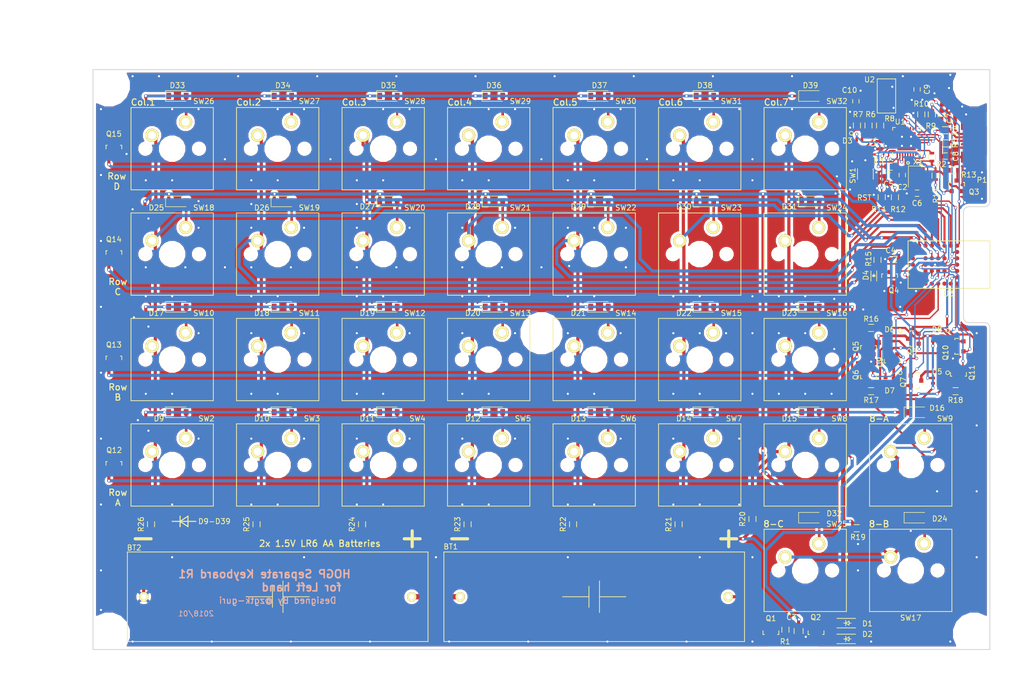
<source format=kicad_pcb>
(kicad_pcb (version 4) (host pcbnew 4.0.7)
  (layers (0 F.Cu signal) (31 B.Cu signal) (34 B.Paste user) (35 F.Paste user) (36 B.SilkS user) (37 F.SilkS user) (38 B.Mask user) (39 F.Mask user) (44 Edge.Cuts user))
  (net 0 "")
  (net 1 +BATT)
  (net 2 "Net-(BT1-Pad2)")
  (net 3 GND)
  (net 4 +3V3)
  (net 5 "Net-(C2-Pad1)")
  (net 6 VCC)
  (net 7 "Net-(C5-Pad1)")
  (net 8 "Net-(C6-Pad1)")
  (net 9 USB_DM)
  (net 10 USB_DP)
  (net 11 "Net-(C9-Pad1)")
  (net 12 "Net-(D1-Pad1)")
  (net 13 "Net-(D3-Pad2)")
  (net 14 "Net-(D3-Pad3)")
  (net 15 "Net-(D3-Pad4)")
  (net 16 VoltageDetect)
  (net 17 "Net-(D4-Pad1)")
  (net 18 "Net-(D5-Pad1)")
  (net 19 "Net-(D5-Pad2)")
  (net 20 "Net-(D5-Pad3)")
  (net 21 "Net-(D5-Pad4)")
  (net 22 "Net-(D6-Pad1)")
  (net 23 "Net-(D7-Pad1)")
  (net 24 "Net-(D8-Pad1)")
  (net 25 "Net-(D9-Pad2)")
  (net 26 "Net-(D10-Pad1)")
  (net 27 "Net-(D10-Pad2)")
  (net 28 "Net-(D11-Pad2)")
  (net 29 "Net-(D12-Pad2)")
  (net 30 "Net-(D13-Pad2)")
  (net 31 "Net-(D14-Pad2)")
  (net 32 "Net-(D15-Pad2)")
  (net 33 "Net-(D16-Pad2)")
  (net 34 "Net-(D17-Pad2)")
  (net 35 "Net-(D17-Pad1)")
  (net 36 "Net-(D18-Pad2)")
  (net 37 "Net-(D19-Pad2)")
  (net 38 "Net-(D20-Pad2)")
  (net 39 "Net-(D21-Pad2)")
  (net 40 "Net-(D22-Pad2)")
  (net 41 "Net-(D23-Pad2)")
  (net 42 "Net-(D24-Pad2)")
  (net 43 "Net-(D25-Pad2)")
  (net 44 "Net-(D25-Pad1)")
  (net 45 "Net-(D26-Pad2)")
  (net 46 "Net-(D27-Pad2)")
  (net 47 "Net-(D28-Pad2)")
  (net 48 "Net-(D29-Pad2)")
  (net 49 "Net-(D30-Pad2)")
  (net 50 "Net-(D31-Pad2)")
  (net 51 "Net-(D32-Pad2)")
  (net 52 "Net-(D33-Pad2)")
  (net 53 "Net-(D33-Pad1)")
  (net 54 "Net-(D34-Pad2)")
  (net 55 "Net-(D35-Pad2)")
  (net 56 "Net-(D36-Pad2)")
  (net 57 "Net-(D37-Pad2)")
  (net 58 "Net-(D38-Pad2)")
  (net 59 "Net-(D39-Pad2)")
  (net 60 "Net-(P1-Pad2)")
  (net 61 "Net-(P1-Pad3)")
  (net 62 "Net-(P1-Pad4)")
  (net 63 "Net-(Q1-Pad3)")
  (net 64 USB_SCON)
  (net 65 "Net-(Q3-Pad3)")
  (net 66 PowerLED)
  (net 67 LED_R)
  (net 68 "Net-(Q5-Pad3)")
  (net 69 LED_G)
  (net 70 "Net-(Q6-Pad3)")
  (net 71 LED1)
  (net 72 LED2)
  (net 73 LED3)
  (net 74 LED4)
  (net 75 LED_B)
  (net 76 "Net-(Q11-Pad3)")
  (net 77 "Net-(R2-Pad1)")
  (net 78 "Net-(R6-Pad2)")
  (net 79 "Net-(R7-Pad2)")
  (net 80 "Net-(R8-Pad2)")
  (net 81 SWCLK)
  (net 82 "Net-(R9-Pad2)")
  (net 83 SWDIO)
  (net 84 "Net-(R10-Pad2)")
  (net 85 UART_TX)
  (net 86 "Net-(R11-Pad2)")
  (net 87 UART_RX)
  (net 88 "Net-(R12-Pad2)")
  (net 89 "Net-(SW1-Pad2)")
  (net 90 "Net-(U1-Pad8)")
  (net 91 "Net-(U1-Pad10)")
  (net 92 "Net-(U1-Pad11)")
  (net 93 "Net-(U1-Pad18)")
  (net 94 "Net-(U1-Pad19)")
  (net 95 "Net-(U1-Pad20)")
  (net 96 "Net-(U1-Pad22)")
  (net 97 "Net-(U1-Pad23)")
  (net 98 "Net-(U1-Pad24)")
  (net 99 "Net-(U1-Pad25)")
  (net 100 "Net-(U1-Pad26)")
  (net 101 "Net-(U1-Pad27)")
  (net 102 "Net-(U1-Pad28)")
  (net 103 "Net-(U1-Pad30)")
  (net 104 "Net-(U3-PadB7)")
  (net 105 "Net-(U3-PadC7)")
  (net 106 "Net-(U3-PadE7)")
  (net 107 "Net-(U3-PadF3)")
  (net 108 "Net-(U3-PadF5)")
  (net 109 "Net-(U3-PadF7)")
  (net 110 "Net-(U3-PadG7)")
  (net 111 USBDetect)
  (net 112 "Net-(U3-PadH7)")
  (net 113 RowA)
  (net 114 RowB)
  (net 115 RowC)
  (net 116 RowD)
  (net 117 Col.8)
  (net 118 Col.7)
  (net 119 Col.6)
  (net 120 Col.5)
  (net 121 Col.4)
  (net 122 Col.3)
  (net 123 Col.2)
  (net 124 Col.1)
  (module guri-lib:0.4-0.6_via (layer F.Cu) (at 188.9 62.4)
    (fp_text reference REF** hide)
    (fp_text value 0.4-0.6_via hide)
    (pad 1 thru_hole circle (at 0 0) (size 0.6 0.6) (drill 0.4) (layers *.Cu) (net 3 GND))
  )
  (module guri-lib:0.4-0.6_via (layer F.Cu) (at 202.2 50.7)
    (fp_text reference REF** hide)
    (fp_text value 0.4-0.6_via hide)
    (pad 1 thru_hole circle (at 0 0) (size 0.6 0.6) (drill 0.4) (layers *.Cu) (net 3 GND))
  )
  (module guri-lib:0.4-0.6_via (layer F.Cu) (at 195.6 67.3)
    (fp_text reference REF** hide)
    (fp_text value 0.4-0.6_via hide)
    (pad 1 thru_hole circle (at 0 0) (size 0.6 0.6) (drill 0.4) (layers *.Cu) (net 3 GND))
  )
  (module guri-lib:0.4-0.6_via (layer F.Cu) (at 193.5 64.5)
    (fp_text reference REF** hide)
    (fp_text value 0.4-0.6_via hide)
    (pad 1 thru_hole circle (at 0 0) (size 0.6 0.6) (drill 0.4) (layers *.Cu) (net 3 GND))
  )
  (module guri-lib:0.4-0.6_via (layer F.Cu) (at 193.6 67.5)
    (fp_text reference REF** hide)
    (fp_text value 0.4-0.6_via hide)
    (pad 1 thru_hole circle (at 0 0) (size 0.6 0.6) (drill 0.4) (layers *.Cu) (net 3 GND))
  )
  (module guri-lib:0.4-0.6_via (layer F.Cu) (at 207.2 62.7)
    (fp_text reference REF** hide)
    (fp_text value 0.4-0.6_via hide)
    (pad 1 thru_hole circle (at 0 0) (size 0.6 0.6) (drill 0.4) (layers *.Cu) (net 3 GND))
  )
  (module guri-lib:0.4-0.6_via (layer F.Cu) (at 212.5 95)
    (fp_text reference REF** hide)
    (fp_text value 0.4-0.6_via hide)
    (pad 1 thru_hole circle (at 0 0) (size 0.6 0.6) (drill 0.4) (layers *.Cu) (net 3 GND))
  )
  (module guri-lib:0.4-0.6_via (layer F.Cu) (at 212.5 112.5)
    (fp_text reference REF** hide)
    (fp_text value 0.4-0.6_via hide)
    (pad 1 thru_hole circle (at 0 0) (size 0.6 0.6) (drill 0.4) (layers *.Cu) (net 3 GND))
  )
  (module guri-lib:0.4-0.6_via (layer F.Cu) (at 212.5 125)
    (fp_text reference REF** hide)
    (fp_text value 0.4-0.6_via hide)
    (pad 1 thru_hole circle (at 0 0) (size 0.6 0.6) (drill 0.4) (layers *.Cu) (net 3 GND))
  )
  (module guri-lib:0.4-0.6_via (layer F.Cu) (at 212.5 137.5)
    (fp_text reference REF** hide)
    (fp_text value 0.4-0.6_via hide)
    (pad 1 thru_hole circle (at 0 0) (size 0.6 0.6) (drill 0.4) (layers *.Cu) (net 3 GND))
  )
  (module guri-lib:0.4-0.6_via (layer F.Cu) (at 200 132.5)
    (fp_text reference REF** hide)
    (fp_text value 0.4-0.6_via hide)
    (pad 1 thru_hole circle (at 0 0) (size 0.6 0.6) (drill 0.4) (layers *.Cu) (net 3 GND))
  )
  (module guri-lib:0.4-0.6_via (layer F.Cu) (at 205 125)
    (fp_text reference REF** hide)
    (fp_text value 0.4-0.6_via hide)
    (pad 1 thru_hole circle (at 0 0) (size 0.6 0.6) (drill 0.4) (layers *.Cu) (net 3 GND))
  )
  (module guri-lib:0.4-0.6_via (layer F.Cu) (at 190 140)
    (fp_text reference REF** hide)
    (fp_text value 0.4-0.6_via hide)
    (pad 1 thru_hole circle (at 0 0) (size 0.6 0.6) (drill 0.4) (layers *.Cu) (net 3 GND))
  )
  (module guri-lib:0.4-0.6_via (layer F.Cu) (at 190 135)
    (fp_text reference REF** hide)
    (fp_text value 0.4-0.6_via hide)
    (pad 1 thru_hole circle (at 0 0) (size 0.6 0.6) (drill 0.4) (layers *.Cu) (net 3 GND))
  )
  (module guri-lib:0.4-0.6_via (layer F.Cu) (at 170 137.5)
    (fp_text reference REF** hide)
    (fp_text value 0.4-0.6_via hide)
    (pad 1 thru_hole circle (at 0 0) (size 0.6 0.6) (drill 0.4) (layers *.Cu) (net 3 GND))
  )
  (module guri-lib:0.4-0.6_via (layer F.Cu) (at 160 137.5)
    (fp_text reference REF** hide)
    (fp_text value 0.4-0.6_via hide)
    (pad 1 thru_hole circle (at 0 0) (size 0.6 0.6) (drill 0.4) (layers *.Cu) (net 3 GND))
  )
  (module guri-lib:0.4-0.6_via (layer F.Cu) (at 135 137.5)
    (fp_text reference REF** hide)
    (fp_text value 0.4-0.6_via hide)
    (pad 1 thru_hole circle (at 0 0) (size 0.6 0.6) (drill 0.4) (layers *.Cu) (net 3 GND))
  )
  (module guri-lib:0.4-0.6_via (layer F.Cu) (at 110 137.5)
    (fp_text reference REF** hide)
    (fp_text value 0.4-0.6_via hide)
    (pad 1 thru_hole circle (at 0 0) (size 0.6 0.6) (drill 0.4) (layers *.Cu) (net 3 GND))
  )
  (module guri-lib:0.4-0.6_via (layer F.Cu) (at 85 137.5)
    (fp_text reference REF** hide)
    (fp_text value 0.4-0.6_via hide)
    (pad 1 thru_hole circle (at 0 0) (size 0.6 0.6) (drill 0.4) (layers *.Cu) (net 3 GND))
  )
  (module guri-lib:0.4-0.6_via (layer F.Cu) (at 60 137.5)
    (fp_text reference REF** hide)
    (fp_text value 0.4-0.6_via hide)
    (pad 1 thru_hole circle (at 0 0) (size 0.6 0.6) (drill 0.4) (layers *.Cu) (net 3 GND))
  )
  (module guri-lib:0.4-0.6_via (layer F.Cu) (at 60 127.5)
    (fp_text reference REF** hide)
    (fp_text value 0.4-0.6_via hide)
    (pad 1 thru_hole circle (at 0 0) (size 0.6 0.6) (drill 0.4) (layers *.Cu) (net 3 GND))
  )
  (module guri-lib:0.4-0.6_via (layer F.Cu) (at 75 127.5)
    (fp_text reference REF** hide)
    (fp_text value 0.4-0.6_via hide)
    (pad 1 thru_hole circle (at 0 0) (size 0.6 0.6) (drill 0.4) (layers *.Cu) (net 3 GND))
  )
  (module guri-lib:0.4-0.6_via (layer F.Cu) (at 80 127.5)
    (fp_text reference REF** hide)
    (fp_text value 0.4-0.6_via hide)
    (pad 1 thru_hole circle (at 0 0) (size 0.6 0.6) (drill 0.4) (layers *.Cu) (net 3 GND))
  )
  (module guri-lib:0.4-0.6_via (layer F.Cu) (at 95 127.5)
    (fp_text reference REF** hide)
    (fp_text value 0.4-0.6_via hide)
    (pad 1 thru_hole circle (at 0 0) (size 0.6 0.6) (drill 0.4) (layers *.Cu) (net 3 GND))
  )
  (module guri-lib:0.4-0.6_via (layer F.Cu) (at 100 127.5)
    (fp_text reference REF** hide)
    (fp_text value 0.4-0.6_via hide)
    (pad 1 thru_hole circle (at 0 0) (size 0.6 0.6) (drill 0.4) (layers *.Cu) (net 3 GND))
  )
  (module guri-lib:0.4-0.6_via (layer F.Cu) (at 115 127.5)
    (fp_text reference REF** hide)
    (fp_text value 0.4-0.6_via hide)
    (pad 1 thru_hole circle (at 0 0) (size 0.6 0.6) (drill 0.4) (layers *.Cu) (net 3 GND))
  )
  (module guri-lib:0.4-0.6_via (layer F.Cu) (at 120 127.5)
    (fp_text reference REF** hide)
    (fp_text value 0.4-0.6_via hide)
    (pad 1 thru_hole circle (at 0 0) (size 0.6 0.6) (drill 0.4) (layers *.Cu) (net 3 GND))
  )
  (module guri-lib:0.4-0.6_via (layer F.Cu) (at 135 127.5)
    (fp_text reference REF** hide)
    (fp_text value 0.4-0.6_via hide)
    (pad 1 thru_hole circle (at 0 0) (size 0.6 0.6) (drill 0.4) (layers *.Cu) (net 3 GND))
  )
  (module guri-lib:0.4-0.6_via (layer F.Cu) (at 140 127.5)
    (fp_text reference REF** hide)
    (fp_text value 0.4-0.6_via hide)
    (pad 1 thru_hole circle (at 0 0) (size 0.6 0.6) (drill 0.4) (layers *.Cu) (net 3 GND))
  )
  (module guri-lib:0.4-0.6_via (layer F.Cu) (at 155 127.5)
    (fp_text reference REF** hide)
    (fp_text value 0.4-0.6_via hide)
    (pad 1 thru_hole circle (at 0 0) (size 0.6 0.6) (drill 0.4) (layers *.Cu) (net 3 GND))
  )
  (module guri-lib:0.4-0.6_via (layer F.Cu) (at 160 127.5)
    (fp_text reference REF** hide)
    (fp_text value 0.4-0.6_via hide)
    (pad 1 thru_hole circle (at 0 0) (size 0.6 0.6) (drill 0.4) (layers *.Cu) (net 3 GND))
  )
  (module guri-lib:0.4-0.6_via (layer F.Cu) (at 167.5 127.5)
    (fp_text reference REF** hide)
    (fp_text value 0.4-0.6_via hide)
    (pad 1 thru_hole circle (at 0 0) (size 0.6 0.6) (drill 0.4) (layers *.Cu) (net 3 GND))
  )
  (module guri-lib:0.4-0.6_via (layer F.Cu) (at 167.5 115)
    (fp_text reference REF** hide)
    (fp_text value 0.4-0.6_via hide)
    (pad 1 thru_hole circle (at 0 0) (size 0.6 0.6) (drill 0.4) (layers *.Cu) (net 3 GND))
  )
  (module guri-lib:0.4-0.6_via (layer F.Cu) (at 155 115)
    (fp_text reference REF** hide)
    (fp_text value 0.4-0.6_via hide)
    (pad 1 thru_hole circle (at 0 0) (size 0.6 0.6) (drill 0.4) (layers *.Cu) (net 3 GND))
  )
  (module guri-lib:0.4-0.6_via (layer F.Cu) (at 145 115)
    (fp_text reference REF** hide)
    (fp_text value 0.4-0.6_via hide)
    (pad 1 thru_hole circle (at 0 0) (size 0.6 0.6) (drill 0.4) (layers *.Cu) (net 3 GND))
  )
  (module guri-lib:0.4-0.6_via (layer F.Cu) (at 135 115)
    (fp_text reference REF** hide)
    (fp_text value 0.4-0.6_via hide)
    (pad 1 thru_hole circle (at 0 0) (size 0.6 0.6) (drill 0.4) (layers *.Cu) (net 3 GND))
  )
  (module guri-lib:0.4-0.6_via (layer F.Cu) (at 125 115)
    (fp_text reference REF** hide)
    (fp_text value 0.4-0.6_via hide)
    (pad 1 thru_hole circle (at 0 0) (size 0.6 0.6) (drill 0.4) (layers *.Cu) (net 3 GND))
  )
  (module guri-lib:0.4-0.6_via (layer F.Cu) (at 115 115)
    (fp_text reference REF** hide)
    (fp_text value 0.4-0.6_via hide)
    (pad 1 thru_hole circle (at 0 0) (size 0.6 0.6) (drill 0.4) (layers *.Cu) (net 3 GND))
  )
  (module guri-lib:0.4-0.6_via (layer F.Cu) (at 105 115)
    (fp_text reference REF** hide)
    (fp_text value 0.4-0.6_via hide)
    (pad 1 thru_hole circle (at 0 0) (size 0.6 0.6) (drill 0.4) (layers *.Cu) (net 3 GND))
  )
  (module guri-lib:0.4-0.6_via (layer F.Cu) (at 95 115)
    (fp_text reference REF** hide)
    (fp_text value 0.4-0.6_via hide)
    (pad 1 thru_hole circle (at 0 0) (size 0.6 0.6) (drill 0.4) (layers *.Cu) (net 3 GND))
  )
  (module guri-lib:0.4-0.6_via (layer F.Cu) (at 85 115)
    (fp_text reference REF** hide)
    (fp_text value 0.4-0.6_via hide)
    (pad 1 thru_hole circle (at 0 0) (size 0.6 0.6) (drill 0.4) (layers *.Cu) (net 3 GND))
  )
  (module guri-lib:0.4-0.6_via (layer F.Cu) (at 75 115)
    (fp_text reference REF** hide)
    (fp_text value 0.4-0.6_via hide)
    (pad 1 thru_hole circle (at 0 0) (size 0.6 0.6) (drill 0.4) (layers *.Cu) (net 3 GND))
  )
  (module guri-lib:0.4-0.6_via (layer F.Cu) (at 65 115)
    (fp_text reference REF** hide)
    (fp_text value 0.4-0.6_via hide)
    (pad 1 thru_hole circle (at 0 0) (size 0.6 0.6) (drill 0.4) (layers *.Cu) (net 3 GND))
  )
  (module guri-lib:0.4-0.6_via (layer F.Cu) (at 55.5 113.5)
    (fp_text reference REF** hide)
    (fp_text value 0.4-0.6_via hide)
    (pad 1 thru_hole circle (at 0 0) (size 0.6 0.6) (drill 0.4) (layers *.Cu) (net 3 GND))
  )
  (module guri-lib:0.4-0.6_via (layer F.Cu) (at 53.5 111.5)
    (fp_text reference REF** hide)
    (fp_text value 0.4-0.6_via hide)
    (pad 1 thru_hole circle (at 0 0) (size 0.6 0.6) (drill 0.4) (layers *.Cu) (net 3 GND))
  )
  (module guri-lib:0.4-0.6_via (layer F.Cu) (at 55 106.5)
    (fp_text reference REF** hide)
    (fp_text value 0.4-0.6_via hide)
    (pad 1 thru_hole circle (at 0 0) (size 0.6 0.6) (drill 0.4) (layers *.Cu) (net 3 GND))
  )
  (module guri-lib:0.4-0.6_via (layer F.Cu) (at 60 106.5)
    (fp_text reference REF** hide)
    (fp_text value 0.4-0.6_via hide)
    (pad 1 thru_hole circle (at 0 0) (size 0.6 0.6) (drill 0.4) (layers *.Cu) (net 3 GND))
  )
  (module guri-lib:0.4-0.6_via (layer F.Cu) (at 75 106.5)
    (fp_text reference REF** hide)
    (fp_text value 0.4-0.6_via hide)
    (pad 1 thru_hole circle (at 0 0) (size 0.6 0.6) (drill 0.4) (layers *.Cu) (net 3 GND))
  )
  (module guri-lib:0.4-0.6_via (layer F.Cu) (at 80 106.5)
    (fp_text reference REF** hide)
    (fp_text value 0.4-0.6_via hide)
    (pad 1 thru_hole circle (at 0 0) (size 0.6 0.6) (drill 0.4) (layers *.Cu) (net 3 GND))
  )
  (module guri-lib:0.4-0.6_via (layer F.Cu) (at 95 106.5)
    (fp_text reference REF** hide)
    (fp_text value 0.4-0.6_via hide)
    (pad 1 thru_hole circle (at 0 0) (size 0.6 0.6) (drill 0.4) (layers *.Cu) (net 3 GND))
  )
  (module guri-lib:0.4-0.6_via (layer F.Cu) (at 100 106.5)
    (fp_text reference REF** hide)
    (fp_text value 0.4-0.6_via hide)
    (pad 1 thru_hole circle (at 0 0) (size 0.6 0.6) (drill 0.4) (layers *.Cu) (net 3 GND))
  )
  (module guri-lib:0.4-0.6_via (layer F.Cu) (at 115 106.5)
    (fp_text reference REF** hide)
    (fp_text value 0.4-0.6_via hide)
    (pad 1 thru_hole circle (at 0 0) (size 0.6 0.6) (drill 0.4) (layers *.Cu) (net 3 GND))
  )
  (module guri-lib:0.4-0.6_via (layer F.Cu) (at 120 106.5)
    (fp_text reference REF** hide)
    (fp_text value 0.4-0.6_via hide)
    (pad 1 thru_hole circle (at 0 0) (size 0.6 0.6) (drill 0.4) (layers *.Cu) (net 3 GND))
  )
  (module guri-lib:0.4-0.6_via (layer F.Cu) (at 135 106.5)
    (fp_text reference REF** hide)
    (fp_text value 0.4-0.6_via hide)
    (pad 1 thru_hole circle (at 0 0) (size 0.6 0.6) (drill 0.4) (layers *.Cu) (net 3 GND))
  )
  (module guri-lib:0.4-0.6_via (layer F.Cu) (at 140 106.5)
    (fp_text reference REF** hide)
    (fp_text value 0.4-0.6_via hide)
    (pad 1 thru_hole circle (at 0 0) (size 0.6 0.6) (drill 0.4) (layers *.Cu) (net 3 GND))
  )
  (module guri-lib:0.4-0.6_via (layer F.Cu) (at 155 106.5)
    (fp_text reference REF** hide)
    (fp_text value 0.4-0.6_via hide)
    (pad 1 thru_hole circle (at 0 0) (size 0.6 0.6) (drill 0.4) (layers *.Cu) (net 3 GND))
  )
  (module guri-lib:0.4-0.6_via (layer F.Cu) (at 160 106.5)
    (fp_text reference REF** hide)
    (fp_text value 0.4-0.6_via hide)
    (pad 1 thru_hole circle (at 0 0) (size 0.6 0.6) (drill 0.4) (layers *.Cu) (net 3 GND))
  )
  (module guri-lib:0.4-0.6_via (layer F.Cu) (at 170 106.5)
    (fp_text reference REF** hide)
    (fp_text value 0.4-0.6_via hide)
    (pad 1 thru_hole circle (at 0 0) (size 0.6 0.6) (drill 0.4) (layers *.Cu) (net 3 GND))
  )
  (module guri-lib:0.4-0.6_via (layer F.Cu) (at 175 106.5)
    (fp_text reference REF** hide)
    (fp_text value 0.4-0.6_via hide)
    (pad 1 thru_hole circle (at 0 0) (size 0.6 0.6) (drill 0.4) (layers *.Cu) (net 3 GND))
  )
  (module guri-lib:0.4-0.6_via (layer F.Cu) (at 180 106.5)
    (fp_text reference REF** hide)
    (fp_text value 0.4-0.6_via hide)
    (pad 1 thru_hole circle (at 0 0) (size 0.6 0.6) (drill 0.4) (layers *.Cu) (net 3 GND))
  )
  (module guri-lib:0.4-0.6_via (layer F.Cu) (at 185 106.5)
    (fp_text reference REF** hide)
    (fp_text value 0.4-0.6_via hide)
    (pad 1 thru_hole circle (at 0 0) (size 0.6 0.6) (drill 0.4) (layers *.Cu) (net 3 GND))
  )
  (module guri-lib:0.4-0.6_via (layer F.Cu) (at 175 88)
    (fp_text reference REF** hide)
    (fp_text value 0.4-0.6_via hide)
    (pad 1 thru_hole circle (at 0 0) (size 0.6 0.6) (drill 0.4) (layers *.Cu) (net 3 GND))
  )
  (module guri-lib:0.4-0.6_via (layer F.Cu) (at 180 95)
    (fp_text reference REF** hide)
    (fp_text value 0.4-0.6_via hide)
    (pad 1 thru_hole circle (at 0 0) (size 0.6 0.6) (drill 0.4) (layers *.Cu) (net 3 GND))
  )
  (module guri-lib:0.4-0.6_via (layer F.Cu) (at 175 95)
    (fp_text reference REF** hide)
    (fp_text value 0.4-0.6_via hide)
    (pad 1 thru_hole circle (at 0 0) (size 0.6 0.6) (drill 0.4) (layers *.Cu) (net 3 GND))
  )
  (module guri-lib:0.4-0.6_via (layer F.Cu) (at 170 95)
    (fp_text reference REF** hide)
    (fp_text value 0.4-0.6_via hide)
    (pad 1 thru_hole circle (at 0 0) (size 0.6 0.6) (drill 0.4) (layers *.Cu) (net 3 GND))
  )
  (module guri-lib:0.4-0.6_via (layer F.Cu) (at 165 95)
    (fp_text reference REF** hide)
    (fp_text value 0.4-0.6_via hide)
    (pad 1 thru_hole circle (at 0 0) (size 0.6 0.6) (drill 0.4) (layers *.Cu) (net 3 GND))
  )
  (module guri-lib:0.4-0.6_via (layer F.Cu) (at 160 95)
    (fp_text reference REF** hide)
    (fp_text value 0.4-0.6_via hide)
    (pad 1 thru_hole circle (at 0 0) (size 0.6 0.6) (drill 0.4) (layers *.Cu) (net 3 GND))
  )
  (module guri-lib:0.4-0.6_via (layer F.Cu) (at 155 95)
    (fp_text reference REF** hide)
    (fp_text value 0.4-0.6_via hide)
    (pad 1 thru_hole circle (at 0 0) (size 0.6 0.6) (drill 0.4) (layers *.Cu) (net 3 GND))
  )
  (module guri-lib:0.4-0.6_via (layer F.Cu) (at 145 95)
    (fp_text reference REF** hide)
    (fp_text value 0.4-0.6_via hide)
    (pad 1 thru_hole circle (at 0 0) (size 0.6 0.6) (drill 0.4) (layers *.Cu) (net 3 GND))
  )
  (module guri-lib:0.4-0.6_via (layer F.Cu) (at 135 95)
    (fp_text reference REF** hide)
    (fp_text value 0.4-0.6_via hide)
    (pad 1 thru_hole circle (at 0 0) (size 0.6 0.6) (drill 0.4) (layers *.Cu) (net 3 GND))
  )
  (module guri-lib:0.4-0.6_via (layer F.Cu) (at 125 95)
    (fp_text reference REF** hide)
    (fp_text value 0.4-0.6_via hide)
    (pad 1 thru_hole circle (at 0 0) (size 0.6 0.6) (drill 0.4) (layers *.Cu) (net 3 GND))
  )
  (module guri-lib:0.4-0.6_via (layer F.Cu) (at 115 95)
    (fp_text reference REF** hide)
    (fp_text value 0.4-0.6_via hide)
    (pad 1 thru_hole circle (at 0 0) (size 0.6 0.6) (drill 0.4) (layers *.Cu) (net 3 GND))
  )
  (module guri-lib:0.4-0.6_via (layer F.Cu) (at 105 95)
    (fp_text reference REF** hide)
    (fp_text value 0.4-0.6_via hide)
    (pad 1 thru_hole circle (at 0 0) (size 0.6 0.6) (drill 0.4) (layers *.Cu) (net 3 GND))
  )
  (module guri-lib:0.4-0.6_via (layer F.Cu) (at 95 95)
    (fp_text reference REF** hide)
    (fp_text value 0.4-0.6_via hide)
    (pad 1 thru_hole circle (at 0 0) (size 0.6 0.6) (drill 0.4) (layers *.Cu) (net 3 GND))
  )
  (module guri-lib:0.4-0.6_via (layer F.Cu) (at 85 95)
    (fp_text reference REF** hide)
    (fp_text value 0.4-0.6_via hide)
    (pad 1 thru_hole circle (at 0 0) (size 0.6 0.6) (drill 0.4) (layers *.Cu) (net 3 GND))
  )
  (module guri-lib:0.4-0.6_via (layer F.Cu) (at 75 95)
    (fp_text reference REF** hide)
    (fp_text value 0.4-0.6_via hide)
    (pad 1 thru_hole circle (at 0 0) (size 0.6 0.6) (drill 0.4) (layers *.Cu) (net 3 GND))
  )
  (module guri-lib:0.4-0.6_via (layer F.Cu) (at 65 95)
    (fp_text reference REF** hide)
    (fp_text value 0.4-0.6_via hide)
    (pad 1 thru_hole circle (at 0 0) (size 0.6 0.6) (drill 0.4) (layers *.Cu) (net 3 GND))
  )
  (module guri-lib:0.4-0.6_via (layer F.Cu) (at 52.75 92)
    (fp_text reference REF** hide)
    (fp_text value 0.4-0.6_via hide)
    (pad 1 thru_hole circle (at 0 0) (size 0.6 0.6) (drill 0.4) (layers *.Cu) (net 3 GND))
  )
  (module guri-lib:0.4-0.6_via (layer F.Cu) (at 55.5 93.75)
    (fp_text reference REF** hide)
    (fp_text value 0.4-0.6_via hide)
    (pad 1 thru_hole circle (at 0 0) (size 0.6 0.6) (drill 0.4) (layers *.Cu) (net 3 GND))
  )
  (module guri-lib:0.4-0.6_via (layer F.Cu) (at 52.5 71.5)
    (fp_text reference REF** hide)
    (fp_text value 0.4-0.6_via hide)
    (pad 1 thru_hole circle (at 0 0) (size 0.6 0.6) (drill 0.4) (layers *.Cu) (net 3 GND))
  )
  (module guri-lib:0.4-0.6_via (layer F.Cu) (at 55.5 73.25)
    (fp_text reference REF** hide)
    (fp_text value 0.4-0.6_via hide)
    (pad 1 thru_hole circle (at 0 0) (size 0.6 0.6) (drill 0.4) (layers *.Cu) (net 3 GND))
  )
  (module guri-lib:0.4-0.6_via (layer F.Cu) (at 180 88)
    (fp_text reference REF** hide)
    (fp_text value 0.4-0.6_via hide)
    (pad 1 thru_hole circle (at 0 0) (size 0.6 0.6) (drill 0.4) (layers *.Cu) (net 3 GND))
  )
  (module guri-lib:0.4-0.6_via (layer F.Cu) (at 170 88)
    (fp_text reference REF** hide)
    (fp_text value 0.4-0.6_via hide)
    (pad 1 thru_hole circle (at 0 0) (size 0.6 0.6) (drill 0.4) (layers *.Cu) (net 3 GND))
  )
  (module guri-lib:0.4-0.6_via (layer F.Cu) (at 160 88)
    (fp_text reference REF** hide)
    (fp_text value 0.4-0.6_via hide)
    (pad 1 thru_hole circle (at 0 0) (size 0.6 0.6) (drill 0.4) (layers *.Cu) (net 3 GND))
  )
  (module guri-lib:0.4-0.6_via (layer F.Cu) (at 155 88)
    (fp_text reference REF** hide)
    (fp_text value 0.4-0.6_via hide)
    (pad 1 thru_hole circle (at 0 0) (size 0.6 0.6) (drill 0.4) (layers *.Cu) (net 3 GND))
  )
  (module guri-lib:0.4-0.6_via (layer F.Cu) (at 140 88)
    (fp_text reference REF** hide)
    (fp_text value 0.4-0.6_via hide)
    (pad 1 thru_hole circle (at 0 0) (size 0.6 0.6) (drill 0.4) (layers *.Cu) (net 3 GND))
  )
  (module guri-lib:0.4-0.6_via (layer F.Cu) (at 135 88)
    (fp_text reference REF** hide)
    (fp_text value 0.4-0.6_via hide)
    (pad 1 thru_hole circle (at 0 0) (size 0.6 0.6) (drill 0.4) (layers *.Cu) (net 3 GND))
  )
  (module guri-lib:0.4-0.6_via (layer F.Cu) (at 120 88)
    (fp_text reference REF** hide)
    (fp_text value 0.4-0.6_via hide)
    (pad 1 thru_hole circle (at 0 0) (size 0.6 0.6) (drill 0.4) (layers *.Cu) (net 3 GND))
  )
  (module guri-lib:0.4-0.6_via (layer F.Cu) (at 115 88)
    (fp_text reference REF** hide)
    (fp_text value 0.4-0.6_via hide)
    (pad 1 thru_hole circle (at 0 0) (size 0.6 0.6) (drill 0.4) (layers *.Cu) (net 3 GND))
  )
  (module guri-lib:0.4-0.6_via (layer F.Cu) (at 100 88)
    (fp_text reference REF** hide)
    (fp_text value 0.4-0.6_via hide)
    (pad 1 thru_hole circle (at 0 0) (size 0.6 0.6) (drill 0.4) (layers *.Cu) (net 3 GND))
  )
  (module guri-lib:0.4-0.6_via (layer F.Cu) (at 95 88)
    (fp_text reference REF** hide)
    (fp_text value 0.4-0.6_via hide)
    (pad 1 thru_hole circle (at 0 0) (size 0.6 0.6) (drill 0.4) (layers *.Cu) (net 3 GND))
  )
  (module guri-lib:0.4-0.6_via (layer F.Cu) (at 80 88)
    (fp_text reference REF** hide)
    (fp_text value 0.4-0.6_via hide)
    (pad 1 thru_hole circle (at 0 0) (size 0.6 0.6) (drill 0.4) (layers *.Cu) (net 3 GND))
  )
  (module guri-lib:0.4-0.6_via (layer F.Cu) (at 75 88)
    (fp_text reference REF** hide)
    (fp_text value 0.4-0.6_via hide)
    (pad 1 thru_hole circle (at 0 0) (size 0.6 0.6) (drill 0.4) (layers *.Cu) (net 3 GND))
  )
  (module guri-lib:0.4-0.6_via (layer F.Cu) (at 60 88)
    (fp_text reference REF** hide)
    (fp_text value 0.4-0.6_via hide)
    (pad 1 thru_hole circle (at 0 0) (size 0.6 0.6) (drill 0.4) (layers *.Cu) (net 3 GND))
  )
  (module guri-lib:0.4-0.6_via (layer F.Cu) (at 55 88)
    (fp_text reference REF** hide)
    (fp_text value 0.4-0.6_via hide)
    (pad 1 thru_hole circle (at 0 0) (size 0.6 0.6) (drill 0.4) (layers *.Cu) (net 3 GND))
  )
  (module guri-lib:0.4-0.6_via (layer F.Cu) (at 55 82.5)
    (fp_text reference REF** hide)
    (fp_text value 0.4-0.6_via hide)
    (pad 1 thru_hole circle (at 0 0) (size 0.6 0.6) (drill 0.4) (layers *.Cu) (net 3 GND))
  )
  (module guri-lib:0.4-0.6_via (layer F.Cu) (at 62.5 82.5)
    (fp_text reference REF** hide)
    (fp_text value 0.4-0.6_via hide)
    (pad 1 thru_hole circle (at 0 0) (size 0.6 0.6) (drill 0.4) (layers *.Cu) (net 3 GND))
  )
  (module guri-lib:0.4-0.6_via (layer F.Cu) (at 70 82.5)
    (fp_text reference REF** hide)
    (fp_text value 0.4-0.6_via hide)
    (pad 1 thru_hole circle (at 0 0) (size 0.6 0.6) (drill 0.4) (layers *.Cu) (net 3 GND))
  )
  (module guri-lib:0.4-0.6_via (layer F.Cu) (at 75 82.5)
    (fp_text reference REF** hide)
    (fp_text value 0.4-0.6_via hide)
    (pad 1 thru_hole circle (at 0 0) (size 0.6 0.6) (drill 0.4) (layers *.Cu) (net 3 GND))
  )
  (module guri-lib:0.4-0.6_via (layer F.Cu) (at 82.5 82.5)
    (fp_text reference REF** hide)
    (fp_text value 0.4-0.6_via hide)
    (pad 1 thru_hole circle (at 0 0) (size 0.6 0.6) (drill 0.4) (layers *.Cu) (net 3 GND))
  )
  (module guri-lib:0.4-0.6_via (layer F.Cu) (at 95 82.5)
    (fp_text reference REF** hide)
    (fp_text value 0.4-0.6_via hide)
    (pad 1 thru_hole circle (at 0 0) (size 0.6 0.6) (drill 0.4) (layers *.Cu) (net 3 GND))
  )
  (module guri-lib:0.4-0.6_via (layer F.Cu) (at 102.5 82.5)
    (fp_text reference REF** hide)
    (fp_text value 0.4-0.6_via hide)
    (pad 1 thru_hole circle (at 0 0) (size 0.6 0.6) (drill 0.4) (layers *.Cu) (net 3 GND))
  )
  (module guri-lib:0.4-0.6_via (layer F.Cu) (at 115 82.5)
    (fp_text reference REF** hide)
    (fp_text value 0.4-0.6_via hide)
    (pad 1 thru_hole circle (at 0 0) (size 0.6 0.6) (drill 0.4) (layers *.Cu) (net 3 GND))
  )
  (module guri-lib:0.4-0.6_via (layer F.Cu) (at 122.5 82.5)
    (fp_text reference REF** hide)
    (fp_text value 0.4-0.6_via hide)
    (pad 1 thru_hole circle (at 0 0) (size 0.6 0.6) (drill 0.4) (layers *.Cu) (net 3 GND))
  )
  (module guri-lib:0.4-0.6_via (layer F.Cu) (at 135.25 82.25)
    (fp_text reference REF** hide)
    (fp_text value 0.4-0.6_via hide)
    (pad 1 thru_hole circle (at 0 0) (size 0.6 0.6) (drill 0.4) (layers *.Cu) (net 3 GND))
  )
  (module guri-lib:0.4-0.6_via (layer F.Cu) (at 130 82.5)
    (fp_text reference REF** hide)
    (fp_text value 0.4-0.6_via hide)
    (pad 1 thru_hole circle (at 0 0) (size 0.6 0.6) (drill 0.4) (layers *.Cu) (net 3 GND))
  )
  (module guri-lib:0.4-0.6_via (layer F.Cu) (at 146 82.5)
    (fp_text reference REF** hide)
    (fp_text value 0.4-0.6_via hide)
    (pad 1 thru_hole circle (at 0 0) (size 0.6 0.6) (drill 0.4) (layers *.Cu) (net 3 GND))
  )
  (module guri-lib:0.4-0.6_via (layer F.Cu) (at 146 75)
    (fp_text reference REF** hide)
    (fp_text value 0.4-0.6_via hide)
    (pad 1 thru_hole circle (at 0 0) (size 0.6 0.6) (drill 0.4) (layers *.Cu) (net 3 GND))
  )
  (module guri-lib:0.4-0.6_via (layer F.Cu) (at 140 75)
    (fp_text reference REF** hide)
    (fp_text value 0.4-0.6_via hide)
    (pad 1 thru_hole circle (at 0 0) (size 0.6 0.6) (drill 0.4) (layers *.Cu) (net 3 GND))
  )
  (module guri-lib:0.4-0.6_via (layer F.Cu) (at 135 75)
    (fp_text reference REF** hide)
    (fp_text value 0.4-0.6_via hide)
    (pad 1 thru_hole circle (at 0 0) (size 0.6 0.6) (drill 0.4) (layers *.Cu) (net 3 GND))
  )
  (module guri-lib:0.4-0.6_via (layer F.Cu) (at 125 75)
    (fp_text reference REF** hide)
    (fp_text value 0.4-0.6_via hide)
    (pad 1 thru_hole circle (at 0 0) (size 0.6 0.6) (drill 0.4) (layers *.Cu) (net 3 GND))
  )
  (module guri-lib:0.4-0.6_via (layer F.Cu) (at 115 75)
    (fp_text reference REF** hide)
    (fp_text value 0.4-0.6_via hide)
    (pad 1 thru_hole circle (at 0 0) (size 0.6 0.6) (drill 0.4) (layers *.Cu) (net 3 GND))
  )
  (module guri-lib:0.4-0.6_via (layer F.Cu) (at 105 75)
    (fp_text reference REF** hide)
    (fp_text value 0.4-0.6_via hide)
    (pad 1 thru_hole circle (at 0 0) (size 0.6 0.6) (drill 0.4) (layers *.Cu) (net 3 GND))
  )
  (module guri-lib:0.4-0.6_via (layer F.Cu) (at 95 75)
    (fp_text reference REF** hide)
    (fp_text value 0.4-0.6_via hide)
    (pad 1 thru_hole circle (at 0 0) (size 0.6 0.6) (drill 0.4) (layers *.Cu) (net 3 GND))
  )
  (module guri-lib:0.4-0.6_via (layer F.Cu) (at 85 75)
    (fp_text reference REF** hide)
    (fp_text value 0.4-0.6_via hide)
    (pad 1 thru_hole circle (at 0 0) (size 0.6 0.6) (drill 0.4) (layers *.Cu) (net 3 GND))
  )
  (module guri-lib:0.4-0.6_via (layer F.Cu) (at 75 75)
    (fp_text reference REF** hide)
    (fp_text value 0.4-0.6_via hide)
    (pad 1 thru_hole circle (at 0 0) (size 0.6 0.6) (drill 0.4) (layers *.Cu) (net 3 GND))
  )
  (module guri-lib:0.4-0.6_via (layer F.Cu) (at 65 75)
    (fp_text reference REF** hide)
    (fp_text value 0.4-0.6_via hide)
    (pad 1 thru_hole circle (at 0 0) (size 0.6 0.6) (drill 0.4) (layers *.Cu) (net 3 GND))
  )
  (module guri-lib:0.4-0.6_via (layer F.Cu) (at 95 70.5)
    (fp_text reference REF** hide)
    (fp_text value 0.4-0.6_via hide)
    (pad 1 thru_hole circle (at 0 0) (size 0.6 0.6) (drill 0.4) (layers *.Cu) (net 3 GND))
  )
  (module guri-lib:0.4-0.6_via (layer F.Cu) (at 65 69.95)
    (fp_text reference REF** hide)
    (fp_text value 0.4-0.6_via hide)
    (pad 1 thru_hole circle (at 0 0) (size 0.6 0.6) (drill 0.4) (layers *.Cu) (net 3 GND))
  )
  (module guri-lib:0.4-0.6_via (layer F.Cu) (at 75 70.5)
    (fp_text reference REF** hide)
    (fp_text value 0.4-0.6_via hide)
    (pad 1 thru_hole circle (at 0 0) (size 0.6 0.6) (drill 0.4) (layers *.Cu) (net 3 GND))
  )
  (module guri-lib:0.4-0.6_via (layer F.Cu) (at 55 66)
    (fp_text reference REF** hide)
    (fp_text value 0.4-0.6_via hide)
    (pad 1 thru_hole circle (at 0 0) (size 0.6 0.6) (drill 0.4) (layers *.Cu) (net 3 GND))
  )
  (module guri-lib:0.4-0.6_via (layer F.Cu) (at 60 66)
    (fp_text reference REF** hide)
    (fp_text value 0.4-0.6_via hide)
    (pad 1 thru_hole circle (at 0 0) (size 0.6 0.6) (drill 0.4) (layers *.Cu) (net 3 GND))
  )
  (module guri-lib:0.4-0.6_via (layer F.Cu) (at 75 66)
    (fp_text reference REF** hide)
    (fp_text value 0.4-0.6_via hide)
    (pad 1 thru_hole circle (at 0 0) (size 0.6 0.6) (drill 0.4) (layers *.Cu) (net 3 GND))
  )
  (module guri-lib:0.4-0.6_via (layer F.Cu) (at 80 66)
    (fp_text reference REF** hide)
    (fp_text value 0.4-0.6_via hide)
    (pad 1 thru_hole circle (at 0 0) (size 0.6 0.6) (drill 0.4) (layers *.Cu) (net 3 GND))
  )
  (module guri-lib:0.4-0.6_via (layer F.Cu) (at 95 66)
    (fp_text reference REF** hide)
    (fp_text value 0.4-0.6_via hide)
    (pad 1 thru_hole circle (at 0 0) (size 0.6 0.6) (drill 0.4) (layers *.Cu) (net 3 GND))
  )
  (module guri-lib:0.4-0.6_via (layer F.Cu) (at 100 66)
    (fp_text reference REF** hide)
    (fp_text value 0.4-0.6_via hide)
    (pad 1 thru_hole circle (at 0 0) (size 0.6 0.6) (drill 0.4) (layers *.Cu) (net 3 GND))
  )
  (module guri-lib:0.4-0.6_via (layer F.Cu) (at 115 66)
    (fp_text reference REF** hide)
    (fp_text value 0.4-0.6_via hide)
    (pad 1 thru_hole circle (at 0 0) (size 0.6 0.6) (drill 0.4) (layers *.Cu) (net 3 GND))
  )
  (module guri-lib:0.4-0.6_via (layer F.Cu) (at 120 66)
    (fp_text reference REF** hide)
    (fp_text value 0.4-0.6_via hide)
    (pad 1 thru_hole circle (at 0 0) (size 0.6 0.6) (drill 0.4) (layers *.Cu) (net 3 GND))
  )
  (module guri-lib:0.4-0.6_via (layer F.Cu) (at 135 66)
    (fp_text reference REF** hide)
    (fp_text value 0.4-0.6_via hide)
    (pad 1 thru_hole circle (at 0 0) (size 0.6 0.6) (drill 0.4) (layers *.Cu) (net 3 GND))
  )
  (module guri-lib:0.4-0.6_via (layer F.Cu) (at 140 66)
    (fp_text reference REF** hide)
    (fp_text value 0.4-0.6_via hide)
    (pad 1 thru_hole circle (at 0 0) (size 0.6 0.6) (drill 0.4) (layers *.Cu) (net 3 GND))
  )
  (module guri-lib:0.4-0.6_via (layer F.Cu) (at 155 66)
    (fp_text reference REF** hide)
    (fp_text value 0.4-0.6_via hide)
    (pad 1 thru_hole circle (at 0 0) (size 0.6 0.6) (drill 0.4) (layers *.Cu) (net 3 GND))
  )
  (module guri-lib:0.4-0.6_via (layer F.Cu) (at 160 66)
    (fp_text reference REF** hide)
    (fp_text value 0.4-0.6_via hide)
    (pad 1 thru_hole circle (at 0 0) (size 0.6 0.6) (drill 0.4) (layers *.Cu) (net 3 GND))
  )
  (module guri-lib:0.4-0.6_via (layer F.Cu) (at 170 66)
    (fp_text reference REF** hide)
    (fp_text value 0.4-0.6_via hide)
    (pad 1 thru_hole circle (at 0 0) (size 0.6 0.6) (drill 0.4) (layers *.Cu) (net 3 GND))
  )
  (module guri-lib:0.4-0.6_via (layer F.Cu) (at 170 62)
    (fp_text reference REF** hide)
    (fp_text value 0.4-0.6_via hide)
    (pad 1 thru_hole circle (at 0 0) (size 0.6 0.6) (drill 0.4) (layers *.Cu) (net 3 GND))
  )
  (module guri-lib:0.4-0.6_via (layer F.Cu) (at 150 62)
    (fp_text reference REF** hide)
    (fp_text value 0.4-0.6_via hide)
    (pad 1 thru_hole circle (at 0 0) (size 0.6 0.6) (drill 0.4) (layers *.Cu) (net 3 GND))
  )
  (module guri-lib:0.4-0.6_via (layer F.Cu) (at 130 62)
    (fp_text reference REF** hide)
    (fp_text value 0.4-0.6_via hide)
    (pad 1 thru_hole circle (at 0 0) (size 0.6 0.6) (drill 0.4) (layers *.Cu) (net 3 GND))
  )
  (module guri-lib:0.4-0.6_via (layer F.Cu) (at 110 62)
    (fp_text reference REF** hide)
    (fp_text value 0.4-0.6_via hide)
    (pad 1 thru_hole circle (at 0 0) (size 0.6 0.6) (drill 0.4) (layers *.Cu) (net 3 GND))
  )
  (module guri-lib:0.4-0.6_via (layer F.Cu) (at 90 62)
    (fp_text reference REF** hide)
    (fp_text value 0.4-0.6_via hide)
    (pad 1 thru_hole circle (at 0 0) (size 0.6 0.6) (drill 0.4) (layers *.Cu) (net 3 GND))
  )
  (module guri-lib:0.4-0.6_via (layer F.Cu) (at 70 62)
    (fp_text reference REF** hide)
    (fp_text value 0.4-0.6_via hide)
    (pad 1 thru_hole circle (at 0 0) (size 0.6 0.6) (drill 0.4) (layers *.Cu) (net 3 GND))
  )
  (module guri-lib:0.4-0.6_via (layer F.Cu) (at 60 52.5)
    (fp_text reference REF** hide)
    (fp_text value 0.4-0.6_via hide)
    (pad 1 thru_hole circle (at 0 0) (size 0.6 0.6) (drill 0.4) (layers *.Cu) (net 3 GND))
  )
  (module guri-lib:0.4-0.6_via (layer F.Cu) (at 65 52.5)
    (fp_text reference REF** hide)
    (fp_text value 0.4-0.6_via hide)
    (pad 1 thru_hole circle (at 0 0) (size 0.6 0.6) (drill 0.4) (layers *.Cu) (net 3 GND))
  )
  (module guri-lib:0.4-0.6_via (layer F.Cu) (at 80 52.5)
    (fp_text reference REF** hide)
    (fp_text value 0.4-0.6_via hide)
    (pad 1 thru_hole circle (at 0 0) (size 0.6 0.6) (drill 0.4) (layers *.Cu) (net 3 GND))
  )
  (module guri-lib:0.4-0.6_via (layer F.Cu) (at 85 52.5)
    (fp_text reference REF** hide)
    (fp_text value 0.4-0.6_via hide)
    (pad 1 thru_hole circle (at 0 0) (size 0.6 0.6) (drill 0.4) (layers *.Cu) (net 3 GND))
  )
  (module guri-lib:0.4-0.6_via (layer F.Cu) (at 100 52.5)
    (fp_text reference REF** hide)
    (fp_text value 0.4-0.6_via hide)
    (pad 1 thru_hole circle (at 0 0) (size 0.6 0.6) (drill 0.4) (layers *.Cu) (net 3 GND))
  )
  (module guri-lib:0.4-0.6_via (layer F.Cu) (at 105 52.5)
    (fp_text reference REF** hide)
    (fp_text value 0.4-0.6_via hide)
    (pad 1 thru_hole circle (at 0 0) (size 0.6 0.6) (drill 0.4) (layers *.Cu) (net 3 GND))
  )
  (module guri-lib:0.4-0.6_via (layer F.Cu) (at 120 52.5)
    (fp_text reference REF** hide)
    (fp_text value 0.4-0.6_via hide)
    (pad 1 thru_hole circle (at 0 0) (size 0.6 0.6) (drill 0.4) (layers *.Cu) (net 3 GND))
  )
  (module guri-lib:0.4-0.6_via (layer F.Cu) (at 125 52.5)
    (fp_text reference REF** hide)
    (fp_text value 0.4-0.6_via hide)
    (pad 1 thru_hole circle (at 0 0) (size 0.6 0.6) (drill 0.4) (layers *.Cu) (net 3 GND))
  )
  (module guri-lib:0.4-0.6_via (layer F.Cu) (at 140 52.5)
    (fp_text reference REF** hide)
    (fp_text value 0.4-0.6_via hide)
    (pad 1 thru_hole circle (at 0 0) (size 0.6 0.6) (drill 0.4) (layers *.Cu) (net 3 GND))
  )
  (module guri-lib:0.4-0.6_via (layer F.Cu) (at 145 52.5)
    (fp_text reference REF** hide)
    (fp_text value 0.4-0.6_via hide)
    (pad 1 thru_hole circle (at 0 0) (size 0.6 0.6) (drill 0.4) (layers *.Cu) (net 3 GND))
  )
  (module guri-lib:0.4-0.6_via (layer F.Cu) (at 160 52.5)
    (fp_text reference REF** hide)
    (fp_text value 0.4-0.6_via hide)
    (pad 1 thru_hole circle (at 0 0) (size 0.6 0.6) (drill 0.4) (layers *.Cu) (net 3 GND))
  )
  (module guri-lib:0.4-0.6_via (layer F.Cu) (at 167.5 52.5)
    (fp_text reference REF** hide)
    (fp_text value 0.4-0.6_via hide)
    (pad 1 thru_hole circle (at 0 0) (size 0.6 0.6) (drill 0.4) (layers *.Cu) (net 3 GND))
  )
  (module guri-lib:0.4-0.6_via (layer F.Cu) (at 177.5 52.5)
    (fp_text reference REF** hide)
    (fp_text value 0.4-0.6_via hide)
    (pad 1 thru_hole circle (at 0 0) (size 0.6 0.6) (drill 0.4) (layers *.Cu) (net 3 GND))
  )
  (module guri-lib:0.4-0.6_via (layer F.Cu) (at 185.5 98)
    (fp_text reference REF** hide)
    (fp_text value 0.4-0.6_via hide)
    (pad 1 thru_hole circle (at 0 0) (size 0.6 0.6) (drill 0.4) (layers *.Cu) (net 3 GND))
  )
  (module guri-lib:0.4-0.6_via (layer F.Cu) (at 185.5 91.5)
    (fp_text reference REF** hide)
    (fp_text value 0.4-0.6_via hide)
    (pad 1 thru_hole circle (at 0 0) (size 0.6 0.6) (drill 0.4) (layers *.Cu) (net 3 GND))
  )
  (module guri-lib:0.4-0.6_via (layer F.Cu) (at 185.5 88.5)
    (fp_text reference REF** hide)
    (fp_text value 0.4-0.6_via hide)
    (pad 1 thru_hole circle (at 0 0) (size 0.6 0.6) (drill 0.4) (layers *.Cu) (net 3 GND))
  )
  (module guri-lib:0.4-0.6_via (layer F.Cu) (at 201 87)
    (fp_text reference REF** hide)
    (fp_text value 0.4-0.6_via hide)
    (pad 1 thru_hole circle (at 0 0) (size 0.6 0.6) (drill 0.4) (layers *.Cu) (net 3 GND))
  )
  (module guri-lib:0.4-0.6_via (layer F.Cu) (at 198 90)
    (fp_text reference REF** hide)
    (fp_text value 0.4-0.6_via hide)
    (pad 1 thru_hole circle (at 0 0) (size 0.6 0.6) (drill 0.4) (layers *.Cu) (net 3 GND))
  )
  (module guri-lib:0.4-0.6_via (layer F.Cu) (at 195 87)
    (fp_text reference REF** hide)
    (fp_text value 0.4-0.6_via hide)
    (pad 1 thru_hole circle (at 0 0) (size 0.6 0.6) (drill 0.4) (layers *.Cu) (net 3 GND))
  )
  (module guri-lib:0.4-0.6_via (layer F.Cu) (at 191 90.5)
    (fp_text reference REF** hide)
    (fp_text value 0.4-0.6_via hide)
    (pad 1 thru_hole circle (at 0 0) (size 0.6 0.6) (drill 0.4) (layers *.Cu) (net 3 GND))
  )
  (module guri-lib:0.4-0.6_via (layer F.Cu) (at 207.5 153.5)
    (fp_text reference REF** hide)
    (fp_text value 0.4-0.6_via hide)
    (pad 1 thru_hole circle (at 0 0) (size 0.6 0.6) (drill 0.4) (layers *.Cu) (net 3 GND))
  )
  (module guri-lib:0.4-0.6_via (layer F.Cu) (at 192.5 153.5)
    (fp_text reference REF** hide)
    (fp_text value 0.4-0.6_via hide)
    (pad 1 thru_hole circle (at 0 0) (size 0.6 0.6) (drill 0.4) (layers *.Cu) (net 3 GND))
  )
  (module guri-lib:0.4-0.6_via (layer F.Cu) (at 170 153.5)
    (fp_text reference REF** hide)
    (fp_text value 0.4-0.6_via hide)
    (pad 1 thru_hole circle (at 0 0) (size 0.6 0.6) (drill 0.4) (layers *.Cu) (net 3 GND))
  )
  (module guri-lib:0.4-0.6_via (layer F.Cu) (at 157.5 153.5)
    (fp_text reference REF** hide)
    (fp_text value 0.4-0.6_via hide)
    (pad 1 thru_hole circle (at 0 0) (size 0.6 0.6) (drill 0.4) (layers *.Cu) (net 3 GND))
  )
  (module guri-lib:0.4-0.6_via (layer F.Cu) (at 142.5 153.5)
    (fp_text reference REF** hide)
    (fp_text value 0.4-0.6_via hide)
    (pad 1 thru_hole circle (at 0 0) (size 0.6 0.6) (drill 0.4) (layers *.Cu) (net 3 GND))
  )
  (module guri-lib:0.4-0.6_via (layer F.Cu) (at 127.5 153.5)
    (fp_text reference REF** hide)
    (fp_text value 0.4-0.6_via hide)
    (pad 1 thru_hole circle (at 0 0) (size 0.6 0.6) (drill 0.4) (layers *.Cu) (net 3 GND))
  )
  (module guri-lib:0.4-0.6_via (layer F.Cu) (at 112.5 153.5)
    (fp_text reference REF** hide)
    (fp_text value 0.4-0.6_via hide)
    (pad 1 thru_hole circle (at 0 0) (size 0.6 0.6) (drill 0.4) (layers *.Cu) (net 3 GND))
  )
  (module guri-lib:0.4-0.6_via (layer F.Cu) (at 97.5 153.5)
    (fp_text reference REF** hide)
    (fp_text value 0.4-0.6_via hide)
    (pad 1 thru_hole circle (at 0 0) (size 0.6 0.6) (drill 0.4) (layers *.Cu) (net 3 GND))
  )
  (module guri-lib:0.4-0.6_via (layer F.Cu) (at 82.5 153.5)
    (fp_text reference REF** hide)
    (fp_text value 0.4-0.6_via hide)
    (pad 1 thru_hole circle (at 0 0) (size 0.6 0.6) (drill 0.4) (layers *.Cu) (net 3 GND))
  )
  (module guri-lib:0.4-0.6_via (layer F.Cu) (at 67.5 153.5)
    (fp_text reference REF** hide)
    (fp_text value 0.4-0.6_via hide)
    (pad 1 thru_hole circle (at 0 0) (size 0.6 0.6) (drill 0.4) (layers *.Cu) (net 3 GND))
  )
  (module guri-lib:0.4-0.6_via (layer F.Cu) (at 52.5 153.5)
    (fp_text reference REF** hide)
    (fp_text value 0.4-0.6_via hide)
    (pad 1 thru_hole circle (at 0 0) (size 0.6 0.6) (drill 0.4) (layers *.Cu) (net 3 GND))
  )
  (module guri-lib:0.4-0.6_via (layer F.Cu) (at 46.5 147.5)
    (fp_text reference REF** hide)
    (fp_text value 0.4-0.6_via hide)
    (pad 1 thru_hole circle (at 0 0) (size 0.6 0.6) (drill 0.4) (layers *.Cu) (net 3 GND))
  )
  (module guri-lib:0.4-0.6_via (layer F.Cu) (at 46.5 140)
    (fp_text reference REF** hide)
    (fp_text value 0.4-0.6_via hide)
    (pad 1 thru_hole circle (at 0 0) (size 0.6 0.6) (drill 0.4) (layers *.Cu) (net 3 GND))
  )
  (module guri-lib:0.4-0.6_via (layer F.Cu) (at 46.5 127.5)
    (fp_text reference REF** hide)
    (fp_text value 0.4-0.6_via hide)
    (pad 1 thru_hole circle (at 0 0) (size 0.6 0.6) (drill 0.4) (layers *.Cu) (net 3 GND))
  )
  (module guri-lib:0.4-0.6_via (layer F.Cu) (at 46.5 115)
    (fp_text reference REF** hide)
    (fp_text value 0.4-0.6_via hide)
    (pad 1 thru_hole circle (at 0 0) (size 0.6 0.6) (drill 0.4) (layers *.Cu) (net 3 GND))
  )
  (module guri-lib:0.4-0.6_via (layer F.Cu) (at 46.5 102.5)
    (fp_text reference REF** hide)
    (fp_text value 0.4-0.6_via hide)
    (pad 1 thru_hole circle (at 0 0) (size 0.6 0.6) (drill 0.4) (layers *.Cu) (net 3 GND))
  )
  (module guri-lib:0.4-0.6_via (layer F.Cu) (at 46.5 90)
    (fp_text reference REF** hide)
    (fp_text value 0.4-0.6_via hide)
    (pad 1 thru_hole circle (at 0 0) (size 0.6 0.6) (drill 0.4) (layers *.Cu) (net 3 GND))
  )
  (module guri-lib:0.4-0.6_via (layer F.Cu) (at 46.5 77.5)
    (fp_text reference REF** hide)
    (fp_text value 0.4-0.6_via hide)
    (pad 1 thru_hole circle (at 0 0) (size 0.6 0.6) (drill 0.4) (layers *.Cu) (net 3 GND))
  )
  (module guri-lib:0.4-0.6_via (layer F.Cu) (at 46.5 65)
    (fp_text reference REF** hide)
    (fp_text value 0.4-0.6_via hide)
    (pad 1 thru_hole circle (at 0 0) (size 0.6 0.6) (drill 0.4) (layers *.Cu) (net 3 GND))
  )
  (module guri-lib:0.4-0.6_via (layer F.Cu) (at 46.5 52.5)
    (fp_text reference REF** hide)
    (fp_text value 0.4-0.6_via hide)
    (pad 1 thru_hole circle (at 0 0) (size 0.6 0.6) (drill 0.4) (layers *.Cu) (net 3 GND))
  )
  (module guri-lib:0.4-0.6_via (layer F.Cu) (at 52.5 46.25)
    (fp_text reference REF** hide)
    (fp_text value 0.4-0.6_via hide)
    (pad 1 thru_hole circle (at 0 0) (size 0.6 0.6) (drill 0.4) (layers *.Cu) (net 3 GND))
  )
  (module guri-lib:0.4-0.6_via (layer F.Cu) (at 57.5 46.25)
    (fp_text reference REF** hide)
    (fp_text value 0.4-0.6_via hide)
    (pad 1 thru_hole circle (at 0 0) (size 0.6 0.6) (drill 0.4) (layers *.Cu) (net 3 GND))
  )
  (module guri-lib:0.4-0.6_via (layer F.Cu) (at 72.5 46.25)
    (fp_text reference REF** hide)
    (fp_text value 0.4-0.6_via hide)
    (pad 1 thru_hole circle (at 0 0) (size 0.6 0.6) (drill 0.4) (layers *.Cu) (net 3 GND))
  )
  (module guri-lib:0.4-0.6_via (layer F.Cu) (at 87.5 46.25)
    (fp_text reference REF** hide)
    (fp_text value 0.4-0.6_via hide)
    (pad 1 thru_hole circle (at 0 0) (size 0.6 0.6) (drill 0.4) (layers *.Cu) (net 3 GND))
  )
  (module guri-lib:0.4-0.6_via (layer F.Cu) (at 102.5 46.25)
    (fp_text reference REF** hide)
    (fp_text value 0.4-0.6_via hide)
    (pad 1 thru_hole circle (at 0 0) (size 0.6 0.6) (drill 0.4) (layers *.Cu) (net 3 GND))
  )
  (module guri-lib:0.4-0.6_via (layer F.Cu) (at 117.5 46.25)
    (fp_text reference REF** hide)
    (fp_text value 0.4-0.6_via hide)
    (pad 1 thru_hole circle (at 0 0) (size 0.6 0.6) (drill 0.4) (layers *.Cu) (net 3 GND))
  )
  (module guri-lib:0.4-0.6_via (layer F.Cu) (at 132.5 46.25)
    (fp_text reference REF** hide)
    (fp_text value 0.4-0.6_via hide)
    (pad 1 thru_hole circle (at 0 0) (size 0.6 0.6) (drill 0.4) (layers *.Cu) (net 3 GND))
  )
  (module guri-lib:0.4-0.6_via (layer F.Cu) (at 147.5 46.25)
    (fp_text reference REF** hide)
    (fp_text value 0.4-0.6_via hide)
    (pad 1 thru_hole circle (at 0 0) (size 0.6 0.6) (drill 0.4) (layers *.Cu) (net 3 GND))
  )
  (module guri-lib:0.4-0.6_via (layer F.Cu) (at 162.5 46.25)
    (fp_text reference REF** hide)
    (fp_text value 0.4-0.6_via hide)
    (pad 1 thru_hole circle (at 0 0) (size 0.6 0.6) (drill 0.4) (layers *.Cu) (net 3 GND))
  )
  (module guri-lib:0.4-0.6_via (layer F.Cu) (at 177.5 46.25)
    (fp_text reference REF** hide)
    (fp_text value 0.4-0.6_via hide)
    (pad 1 thru_hole circle (at 0 0) (size 0.6 0.6) (drill 0.4) (layers *.Cu) (net 3 GND))
  )
  (module guri-lib:0.4-0.6_via (layer F.Cu) (at 190.5 49)
    (fp_text reference REF** hide)
    (fp_text value 0.4-0.6_via hide)
    (pad 1 thru_hole circle (at 0 0) (size 0.6 0.6) (drill 0.4) (layers *.Cu) (net 3 GND))
  )
  (module guri-lib:0.4-0.6_via (layer F.Cu) (at 196.5 48.25)
    (fp_text reference REF** hide)
    (fp_text value 0.4-0.6_via hide)
    (pad 1 thru_hole circle (at 0 0) (size 0.6 0.6) (drill 0.4) (layers *.Cu) (net 3 GND))
  )
  (module guri-lib:0.4-0.6_via (layer F.Cu) (at 198.5 46.25)
    (fp_text reference REF** hide)
    (fp_text value 0.4-0.6_via hide)
    (pad 1 thru_hole circle (at 0 0) (size 0.6 0.6) (drill 0.4) (layers *.Cu) (net 3 GND))
  )
  (module guri-lib:0.4-0.6_via (layer F.Cu) (at 207.5 46)
    (fp_text reference REF** hide)
    (fp_text value 0.4-0.6_via hide)
    (pad 1 thru_hole circle (at 0 0) (size 0.6 0.6) (drill 0.4) (layers *.Cu) (net 3 GND))
  )
  (module guri-lib:0.4-0.6_via (layer F.Cu) (at 209.75 52)
    (fp_text reference REF** hide)
    (fp_text value 0.4-0.6_via hide)
    (pad 1 thru_hole circle (at 0 0) (size 0.6 0.6) (drill 0.4) (layers *.Cu) (net 3 GND))
  )
  (module guri-lib:0.4-0.6_via (layer F.Cu) (at 207.25 48.5)
    (fp_text reference REF** hide)
    (fp_text value 0.4-0.6_via hide)
    (pad 1 thru_hole circle (at 0 0) (size 0.6 0.6) (drill 0.4) (layers *.Cu) (net 3 GND))
  )
  (module guri-lib:0.4-0.6_via (layer F.Cu) (at 200.2 50.75)
    (fp_text reference REF** hide)
    (fp_text value 0.4-0.6_via hide)
    (pad 1 thru_hole circle (at 0 0) (size 0.6 0.6) (drill 0.4) (layers *.Cu) (net 3 GND))
  )
  (module guri-lib:0.4-0.6_via (layer F.Cu) (at 204.5 49.5)
    (fp_text reference REF** hide)
    (fp_text value 0.4-0.6_via hide)
    (pad 1 thru_hole circle (at 0 0) (size 0.6 0.6) (drill 0.4) (layers *.Cu) (net 3 GND))
  )
  (module guri-lib:0.4-0.6_via (layer F.Cu) (at 200.5 53.25)
    (fp_text reference REF** hide)
    (fp_text value 0.4-0.6_via hide)
    (pad 1 thru_hole circle (at 0 0) (size 0.6 0.6) (drill 0.4) (layers *.Cu) (net 3 GND))
  )
  (module guri-lib:0.4-0.6_via (layer F.Cu) (at 196.75 52.25)
    (fp_text reference REF** hide)
    (fp_text value 0.4-0.6_via hide)
    (pad 1 thru_hole circle (at 0 0) (size 0.6 0.6) (drill 0.4) (layers *.Cu) (net 3 GND))
  )
  (module guri-lib:0.4-0.6_via (layer F.Cu) (at 188.5 53)
    (fp_text reference REF** hide)
    (fp_text value 0.4-0.6_via hide)
    (pad 1 thru_hole circle (at 0 0) (size 0.6 0.6) (drill 0.4) (layers *.Cu) (net 3 GND))
  )
  (module guri-lib:0.4-0.6_via (layer F.Cu) (at 188.5 56)
    (fp_text reference REF** hide)
    (fp_text value 0.4-0.6_via hide)
    (pad 1 thru_hole circle (at 0 0) (size 0.6 0.6) (drill 0.4) (layers *.Cu) (net 3 GND))
  )
  (module guri-lib:0.4-0.6_via (layer F.Cu) (at 191.4 62.2)
    (fp_text reference REF** hide)
    (fp_text value 0.4-0.6_via hide)
    (pad 1 thru_hole circle (at 0 0) (size 0.6 0.6) (drill 0.4) (layers *.Cu) (net 3 GND))
  )
  (module guri-lib:0.4-0.6_via (layer F.Cu) (at 185.75 68.5)
    (fp_text reference REF** hide)
    (fp_text value 0.4-0.6_via hide)
    (pad 1 thru_hole circle (at 0 0) (size 0.6 0.6) (drill 0.4) (layers *.Cu) (net 3 GND))
  )
  (module guri-lib:0.4-0.6_via (layer F.Cu) (at 186 65.25)
    (fp_text reference REF** hide)
    (fp_text value 0.4-0.6_via hide)
    (pad 1 thru_hole circle (at 0 0) (size 0.6 0.6) (drill 0.4) (layers *.Cu) (net 3 GND))
  )
  (module guri-lib:0.4-0.6_via (layer F.Cu) (at 188.5 67.75)
    (fp_text reference REF** hide)
    (fp_text value 0.4-0.6_via hide)
    (pad 1 thru_hole circle (at 0 0) (size 0.6 0.6) (drill 0.4) (layers *.Cu) (net 3 GND))
  )
  (module guri-lib:0.4-0.6_via (layer F.Cu) (at 193 68.75)
    (fp_text reference REF** hide)
    (fp_text value 0.4-0.6_via hide)
    (pad 1 thru_hole circle (at 0 0) (size 0.6 0.6) (drill 0.4) (layers *.Cu) (net 3 GND))
  )
  (module guri-lib:0.4-0.6_via (layer F.Cu) (at 195.75 69)
    (fp_text reference REF** hide)
    (fp_text value 0.4-0.6_via hide)
    (pad 1 thru_hole circle (at 0 0) (size 0.6 0.6) (drill 0.4) (layers *.Cu) (net 3 GND))
  )
  (module guri-lib:0.4-0.6_via (layer F.Cu) (at 199.25 68.5)
    (fp_text reference REF** hide)
    (fp_text value 0.4-0.6_via hide)
    (pad 1 thru_hole circle (at 0 0) (size 0.6 0.6) (drill 0.4) (layers *.Cu) (net 3 GND))
  )
  (module guri-lib:0.4-0.6_via (layer F.Cu) (at 210.25 70.2)
    (fp_text reference REF** hide)
    (fp_text value 0.4-0.6_via hide)
    (pad 1 thru_hole circle (at 0 0) (size 0.6 0.6) (drill 0.4) (layers *.Cu) (net 3 GND))
  )
  (module guri-lib:0.4-0.6_via (layer F.Cu) (at 210.25 63.75)
    (fp_text reference REF** hide)
    (fp_text value 0.4-0.6_via hide)
    (pad 1 thru_hole circle (at 0 0) (size 0.6 0.6) (drill 0.4) (layers *.Cu) (net 3 GND))
  )
  (module guri-lib:0.4-0.6_via (layer F.Cu) (at 213.5 64.5)
    (fp_text reference REF** hide)
    (fp_text value 0.4-0.6_via hide)
    (pad 1 thru_hole circle (at 0 0) (size 0.6 0.6) (drill 0.4) (layers *.Cu) (net 3 GND))
  )
  (module guri-lib:MX_PCB_Mount (layer F.Cu) (at 180 80)
    (fp_text reference SW24 (at 6 -8.8) (layer F.SilkS))
    (fp_text value SW_PUSH)
    (pad "" np_thru_hole circle (at 0 0 90) (size 4 4) (drill 4) (layers *.Cu *.Mask F.SilkS))
    (pad "" np_thru_hole circle (at 5.08 0 90) (size 1.7 1.7) (drill 1.7) (layers *.Cu *.Mask F.SilkS))
    (pad "" np_thru_hole circle (at -5.08 0 90) (size 1.7 1.7) (drill 1.7) (layers *.Cu *.Mask F.SilkS))
    (pad 1 thru_hole circle (at 2.54 -5.08 90) (size 2.5 2.5) (drill 1.5) (layers *.Cu *.Mask F.SilkS) (net 50 "Net-(D31-Pad2)"))
    (pad 2 thru_hole circle (at -3.81 -2.54 90) (size 2.5 2.5) (drill 1.5) (layers *.Cu *.Mask F.SilkS) (net 118 Col.7))
  )
  (module guri-lib:HRM1026 (layer F.Cu) (at 208.8 82 270)
    (fp_text reference U3 (at 5.5 1.6 360) (layer F.SilkS))
    (fp_text value HRM1026)
    (pad A1 smd circle (at -3.6 0 270) (size 0.8 0.8) (layers F.Cu F.Paste F.Mask) (net 83 SWDIO))
    (pad A2 smd circle (at -2.4 0 270) (size 0.8 0.8) (layers F.Cu F.Paste F.Mask) (net 81 SWCLK))
    (pad A3 smd circle (at -1.2 0 270) (size 0.8 0.8) (layers F.Cu F.Paste F.Mask) (net 3 GND))
    (pad A4 smd circle (at 0 0 270) (size 0.8 0.8) (layers F.Cu F.Paste F.Mask) (net 117 Col.8))
    (pad A5 smd circle (at 1.2 0 270) (size 0.8 0.8) (layers F.Cu F.Paste F.Mask) (net 87 UART_RX))
    (pad A6 smd circle (at 2.4 0 270) (size 0.8 0.8) (layers F.Cu F.Paste F.Mask) (net 72 LED2))
    (pad A7 smd circle (at 3.6 0 270) (size 0.8 0.8) (layers F.Cu F.Paste F.Mask) (net 71 LED1))
    (pad B1 smd circle (at -3.6 1.2 270) (size 0.8 0.8) (layers F.Cu F.Paste F.Mask) (net 119 Col.6))
    (pad B7 smd circle (at 3.6 1.2 270) (size 0.8 0.8) (layers F.Cu F.Paste F.Mask) (net 104 "Net-(U3-PadB7)"))
    (pad C1 smd circle (at -3.6 2.4 270) (size 0.8 0.8) (layers F.Cu F.Paste F.Mask) (net 120 Col.5))
    (pad C3 smd circle (at -1.2 2.4 270) (size 0.8 0.8) (layers F.Cu F.Paste F.Mask) (net 118 Col.7))
    (pad C4 smd circle (at 0 2.4 270) (size 0.8 0.8) (layers F.Cu F.Paste F.Mask) (net 85 UART_TX))
    (pad C5 smd circle (at 1.2 2.4 270) (size 0.8 0.8) (layers F.Cu F.Paste F.Mask) (net 69 LED_G))
    (pad C7 smd circle (at 3.6 2.4 270) (size 0.8 0.8) (layers F.Cu F.Paste F.Mask) (net 105 "Net-(U3-PadC7)"))
    (pad D1 smd circle (at -3.6 3.6 270) (size 0.8 0.8) (layers F.Cu F.Paste F.Mask) (net 123 Col.2))
    (pad D3 smd circle (at -1.2 3.6 270) (size 0.8 0.8) (layers F.Cu F.Paste F.Mask) (net 121 Col.4))
    (pad D4 smd circle (at 0 3.6 270) (size 0.8 0.8) (layers F.Cu F.Paste F.Mask) (net 3 GND))
    (pad D5 smd circle (at 1.2 3.6 270) (size 0.8 0.8) (layers F.Cu F.Paste F.Mask) (net 67 LED_R))
    (pad D7 smd circle (at 3.6 3.6 270) (size 0.8 0.8) (layers F.Cu F.Paste F.Mask) (net 73 LED3))
    (pad E1 smd circle (at -3.6 4.8 270) (size 0.8 0.8) (layers F.Cu F.Paste F.Mask) (net 116 RowD))
    (pad E3 smd circle (at -1.2 4.8 270) (size 0.8 0.8) (layers F.Cu F.Paste F.Mask) (net 122 Col.3))
    (pad E4 smd circle (at 0 4.8 270) (size 0.8 0.8) (layers F.Cu F.Paste F.Mask) (net 3 GND))
    (pad E5 smd circle (at 1.2 4.8 270) (size 0.8 0.8) (layers F.Cu F.Paste F.Mask) (net 75 LED_B))
    (pad E7 smd circle (at 3.6 4.8 270) (size 0.8 0.8) (layers F.Cu F.Paste F.Mask) (net 106 "Net-(U3-PadE7)"))
    (pad F1 smd circle (at -3.6 6 270) (size 0.8 0.8) (layers F.Cu F.Paste F.Mask) (net 124 Col.1))
    (pad F3 smd circle (at -1.2 6 270) (size 0.8 0.8) (layers F.Cu F.Paste F.Mask) (net 107 "Net-(U3-PadF3)"))
    (pad F4 smd circle (at 0 6 270) (size 0.8 0.8) (layers F.Cu F.Paste F.Mask) (net 74 LED4))
    (pad F5 smd circle (at 1.2 6 270) (size 0.8 0.8) (layers F.Cu F.Paste F.Mask) (net 108 "Net-(U3-PadF5)"))
    (pad F7 smd circle (at 3.6 6 270) (size 0.8 0.8) (layers F.Cu F.Paste F.Mask) (net 109 "Net-(U3-PadF7)"))
    (pad G1 smd circle (at -3.6 7.2 270) (size 0.8 0.8) (layers F.Cu F.Paste F.Mask) (net 113 RowA))
    (pad G7 smd circle (at 3.6 7.2 270) (size 0.8 0.8) (layers F.Cu F.Paste F.Mask) (net 110 "Net-(U3-PadG7)"))
    (pad H1 smd circle (at -3.6 8.4 270) (size 0.8 0.8) (layers F.Cu F.Paste F.Mask) (net 115 RowC))
    (pad H2 smd circle (at -2.4 8.4 270) (size 0.8 0.8) (layers F.Cu F.Paste F.Mask) (net 114 RowB))
    (pad H3 smd circle (at -1.2 8.4 270) (size 0.8 0.8) (layers F.Cu F.Paste F.Mask) (net 6 VCC))
    (pad H4 smd circle (at 0 8.4 270) (size 0.8 0.8) (layers F.Cu F.Paste F.Mask) (net 16 VoltageDetect))
    (pad H5 smd circle (at 1.2 8.4 270) (size 0.8 0.8) (layers F.Cu F.Paste F.Mask) (net 66 PowerLED))
    (pad H6 smd circle (at 2.4 8.4 270) (size 0.8 0.8) (layers F.Cu F.Paste F.Mask) (net 111 USBDetect))
    (pad H7 smd circle (at 3.6 8.4 270) (size 0.8 0.8) (layers F.Cu F.Paste F.Mask) (net 112 "Net-(U3-PadH7)"))
  )
  (module guri-lib:MX_PCB_Mount (layer F.Cu) (at 160 100)
    (fp_text reference SW15 (at 6 -8.8) (layer F.SilkS))
    (fp_text value SW_PUSH)
    (pad "" np_thru_hole circle (at 0 0 90) (size 4 4) (drill 4) (layers *.Cu *.Mask F.SilkS))
    (pad "" np_thru_hole circle (at 5.08 0 90) (size 1.7 1.7) (drill 1.7) (layers *.Cu *.Mask F.SilkS))
    (pad "" np_thru_hole circle (at -5.08 0 90) (size 1.7 1.7) (drill 1.7) (layers *.Cu *.Mask F.SilkS))
    (pad 1 thru_hole circle (at 2.54 -5.08 90) (size 2.5 2.5) (drill 1.5) (layers *.Cu *.Mask F.SilkS) (net 40 "Net-(D22-Pad2)"))
    (pad 2 thru_hole circle (at -3.81 -2.54 90) (size 2.5 2.5) (drill 1.5) (layers *.Cu *.Mask F.SilkS) (net 119 Col.6))
  )
  (module Diodes_SMD:D_SOD-123 (layer F.Cu) (at 161 90)
    (fp_text reference D22 (at -4 1.2) (layer F.SilkS))
    (fp_text value D)
    (pad 1 smd rect (at -1.65 0) (size 0.9 1.2) (layers F.Cu F.Paste F.Mask) (net 35 "Net-(D17-Pad1)"))
    (pad 2 smd rect (at 1.65 0) (size 0.9 1.2) (layers F.Cu F.Paste F.Mask) (net 40 "Net-(D22-Pad2)"))
  )
  (module Diodes_SMD:D_SOD-123 (layer F.Cu) (at 81 90)
    (fp_text reference D18 (at -4 1.2) (layer F.SilkS))
    (fp_text value D)
    (pad 1 smd rect (at -1.65 0) (size 0.9 1.2) (layers F.Cu F.Paste F.Mask) (net 35 "Net-(D17-Pad1)"))
    (pad 2 smd rect (at 1.65 0) (size 0.9 1.2) (layers F.Cu F.Paste F.Mask) (net 36 "Net-(D18-Pad2)"))
  )
  (module guri-lib:MX_PCB_Mount (layer F.Cu) (at 140 80)
    (fp_text reference SW22 (at 6 -8.8) (layer F.SilkS))
    (fp_text value SW_PUSH)
    (pad "" np_thru_hole circle (at 0 0 90) (size 4 4) (drill 4) (layers *.Cu *.Mask F.SilkS))
    (pad "" np_thru_hole circle (at 5.08 0 90) (size 1.7 1.7) (drill 1.7) (layers *.Cu *.Mask F.SilkS))
    (pad "" np_thru_hole circle (at -5.08 0 90) (size 1.7 1.7) (drill 1.7) (layers *.Cu *.Mask F.SilkS))
    (pad 1 thru_hole circle (at 2.54 -5.08 90) (size 2.5 2.5) (drill 1.5) (layers *.Cu *.Mask F.SilkS) (net 48 "Net-(D29-Pad2)"))
    (pad 2 thru_hole circle (at -3.81 -2.54 90) (size 2.5 2.5) (drill 1.5) (layers *.Cu *.Mask F.SilkS) (net 120 Col.5))
  )
  (module guri-lib:MX_PCB_Mount (layer F.Cu) (at 160 60)
    (fp_text reference SW31 (at 6 -9) (layer F.SilkS))
    (fp_text value SW_PUSH)
    (pad "" np_thru_hole circle (at 0 0 90) (size 4 4) (drill 4) (layers *.Cu *.Mask F.SilkS))
    (pad "" np_thru_hole circle (at 5.08 0 90) (size 1.7 1.7) (drill 1.7) (layers *.Cu *.Mask F.SilkS))
    (pad "" np_thru_hole circle (at -5.08 0 90) (size 1.7 1.7) (drill 1.7) (layers *.Cu *.Mask F.SilkS))
    (pad 1 thru_hole circle (at 2.54 -5.08 90) (size 2.5 2.5) (drill 1.5) (layers *.Cu *.Mask F.SilkS) (net 58 "Net-(D38-Pad2)"))
    (pad 2 thru_hole circle (at -3.81 -2.54 90) (size 2.5 2.5) (drill 1.5) (layers *.Cu *.Mask F.SilkS) (net 119 Col.6))
  )
  (module Capacitors_SMD:C_0603 (layer F.Cu) (at 194.3 59.3 270)
    (fp_text reference C1 (at -0.6 1.5 270) (layer F.SilkS))
    (fp_text value 0.1u)
    (pad 1 smd rect (at -0.75 0 270) (size 0.8 0.75) (layers F.Cu F.Paste F.Mask) (net 4 +3V3))
    (pad 2 smd rect (at 0.75 0 270) (size 0.8 0.75) (layers F.Cu F.Paste F.Mask) (net 3 GND))
  )
  (module Capacitors_SMD:C_0603 (layer F.Cu) (at 198.4 65 270)
    (fp_text reference C2 (at 2.3 0 360) (layer F.SilkS))
    (fp_text value 18p)
    (pad 1 smd rect (at -0.75 0 270) (size 0.8 0.75) (layers F.Cu F.Paste F.Mask) (net 5 "Net-(C2-Pad1)"))
    (pad 2 smd rect (at 0.75 0 270) (size 0.8 0.75) (layers F.Cu F.Paste F.Mask) (net 3 GND))
  )
  (module Capacitors_SMD:C_0805 (layer F.Cu) (at 178.75 151.5 270)
    (fp_text reference C3 (at -2.6 1.35 360) (layer F.SilkS))
    (fp_text value 10u)
    (pad 1 smd rect (at -1 0 270) (size 1 1.25) (layers F.Cu F.Paste F.Mask) (net 6 VCC))
    (pad 2 smd rect (at 1 0 270) (size 1 1.25) (layers F.Cu F.Paste F.Mask) (net 3 GND))
  )
  (module Capacitors_SMD:C_0603 (layer F.Cu) (at 197 81 180)
    (fp_text reference C4 (at 0.8 1.7 180) (layer F.SilkS))
    (fp_text value 0.1u)
    (pad 1 smd rect (at -0.75 0 180) (size 0.8 0.75) (layers F.Cu F.Paste F.Mask) (net 6 VCC))
    (pad 2 smd rect (at 0.75 0 180) (size 0.8 0.75) (layers F.Cu F.Paste F.Mask) (net 3 GND))
  )
  (module Capacitors_SMD:C_0603 (layer F.Cu) (at 195.8 65.2 180)
    (fp_text reference C5 (at 0 -1.5 180) (layer F.SilkS))
    (fp_text value 0.1u)
    (pad 1 smd rect (at -0.75 0 180) (size 0.8 0.75) (layers F.Cu F.Paste F.Mask) (net 7 "Net-(C5-Pad1)"))
    (pad 2 smd rect (at 0.75 0 180) (size 0.8 0.75) (layers F.Cu F.Paste F.Mask) (net 3 GND))
  )
  (module Capacitors_SMD:C_0603 (layer F.Cu) (at 201.2 68.45 180)
    (fp_text reference C6 (at 0 -1.9 180) (layer F.SilkS))
    (fp_text value 18p)
    (pad 1 smd rect (at -0.75 0 180) (size 0.8 0.75) (layers F.Cu F.Paste F.Mask) (net 8 "Net-(C6-Pad1)"))
    (pad 2 smd rect (at 0.75 0 180) (size 0.8 0.75) (layers F.Cu F.Paste F.Mask) (net 3 GND))
  )
  (module Capacitors_SMD:C_0603 (layer F.Cu) (at 205.8 53.6 90)
    (fp_text reference C7 (at -0.7 1.6 90) (layer F.SilkS))
    (fp_text value 18p)
    (pad 1 smd rect (at -0.75 0 90) (size 0.8 0.75) (layers F.Cu F.Paste F.Mask) (net 9 USB_DM))
    (pad 2 smd rect (at 0.75 0 90) (size 0.8 0.75) (layers F.Cu F.Paste F.Mask) (net 3 GND))
  )
  (module Capacitors_SMD:C_0603 (layer F.Cu) (at 206.6 61.4)
    (fp_text reference C8 (at 1.9 0.05 90) (layer F.SilkS))
    (fp_text value 18p)
    (pad 1 smd rect (at -0.75 0) (size 0.8 0.75) (layers F.Cu F.Paste F.Mask) (net 10 USB_DP))
    (pad 2 smd rect (at 0.75 0) (size 0.8 0.75) (layers F.Cu F.Paste F.Mask) (net 3 GND))
  )
  (module Capacitors_SMD:C_0603 (layer F.Cu) (at 201.2 48.75 270)
    (fp_text reference C9 (at 0 -1.9 270) (layer F.SilkS))
    (fp_text value 1u)
    (pad 1 smd rect (at -0.75 0 270) (size 0.8 0.75) (layers F.Cu F.Paste F.Mask) (net 11 "Net-(C9-Pad1)"))
    (pad 2 smd rect (at 0.75 0 270) (size 0.8 0.75) (layers F.Cu F.Paste F.Mask) (net 3 GND))
  )
  (module Capacitors_SMD:C_0603 (layer F.Cu) (at 189.6 51 270)
    (fp_text reference C10 (at -2.1 1.2 360) (layer F.SilkS))
    (fp_text value 1u)
    (pad 1 smd rect (at -0.75 0 270) (size 0.8 0.75) (layers F.Cu F.Paste F.Mask) (net 4 +3V3))
    (pad 2 smd rect (at 0.75 0 270) (size 0.8 0.75) (layers F.Cu F.Paste F.Mask) (net 3 GND))
  )
  (module Diodes_SMD:SOD-123 (layer F.Cu) (at 188 150)
    (fp_text reference D1 (at 3.8 0.1) (layer F.SilkS))
    (fp_text value GS1010FL)
    (pad 1 smd rect (at -1.635 0) (size 0.91 1.22) (layers F.Cu F.Paste F.Mask) (net 12 "Net-(D1-Pad1)"))
    (pad 2 smd rect (at 1.635 0) (size 0.91 1.22) (layers F.Cu F.Paste F.Mask) (net 4 +3V3))
  )
  (module Diodes_SMD:SOD-123 (layer F.Cu) (at 188 153)
    (fp_text reference D2 (at 3.8 -0.9) (layer F.SilkS))
    (fp_text value SS2040FL)
    (pad 1 smd rect (at -1.635 0) (size 0.91 1.22) (layers F.Cu F.Paste F.Mask) (net 6 VCC))
    (pad 2 smd rect (at 1.635 0) (size 0.91 1.22) (layers F.Cu F.Paste F.Mask) (net 4 +3V3))
  )
  (module guri-lib:OSTB0603C1C-A (layer F.Cu) (at 190.25 59.075 90)
    (fp_text reference D3 (at 0.575 -2.25 180) (layer F.SilkS))
    (fp_text value LED_RABG)
    (pad 1 smd rect (at 0.775 -0.5 180) (size 0.5 0.75) (layers F.Cu F.Paste F.Mask) (net 4 +3V3))
    (pad 2 smd rect (at 0.775 0.5 180) (size 0.5 0.75) (layers F.Cu F.Paste F.Mask) (net 13 "Net-(D3-Pad2)"))
    (pad 3 smd rect (at -0.775 -0.5 180) (size 0.5 0.75) (layers F.Cu F.Paste F.Mask) (net 14 "Net-(D3-Pad3)"))
    (pad 4 smd rect (at -0.775 0.5 180) (size 0.5 0.75) (layers F.Cu F.Paste F.Mask) (net 15 "Net-(D3-Pad4)"))
  )
  (module LEDs:LED-0603 (layer F.Cu) (at 193 84 90)
    (fp_text reference D4 (at 0 -1.5 90) (layer F.SilkS))
    (fp_text value LED)
    (pad 2 smd rect (at 0.7493 0 270) (size 0.79756 0.79756) (layers F.Cu F.Paste F.Mask) (net 16 VoltageDetect))
    (pad 1 smd rect (at -0.7493 0 270) (size 0.79756 0.79756) (layers F.Cu F.Paste F.Mask) (net 17 "Net-(D4-Pad1)"))
  )
  (module guri-lib:OSTB0603C1C-A (layer F.Cu) (at 205 104)
    (fp_text reference D5 (at 0 -1.7) (layer F.SilkS))
    (fp_text value LED_RABG)
    (pad 1 smd rect (at 0.775 -0.5 90) (size 0.5 0.75) (layers F.Cu F.Paste F.Mask) (net 18 "Net-(D5-Pad1)"))
    (pad 2 smd rect (at 0.775 0.5 90) (size 0.5 0.75) (layers F.Cu F.Paste F.Mask) (net 19 "Net-(D5-Pad2)"))
    (pad 3 smd rect (at -0.775 -0.5 90) (size 0.5 0.75) (layers F.Cu F.Paste F.Mask) (net 20 "Net-(D5-Pad3)"))
    (pad 4 smd rect (at -0.775 0.5 90) (size 0.5 0.75) (layers F.Cu F.Paste F.Mask) (net 21 "Net-(D5-Pad4)"))
  )
  (module guri-lib:OSTB0603C1C-A (layer F.Cu) (at 196 96)
    (fp_text reference D6 (at 0 -1.7) (layer F.SilkS))
    (fp_text value LED_RABG)
    (pad 1 smd rect (at 0.775 -0.5 90) (size 0.5 0.75) (layers F.Cu F.Paste F.Mask) (net 22 "Net-(D6-Pad1)"))
    (pad 2 smd rect (at 0.775 0.5 90) (size 0.5 0.75) (layers F.Cu F.Paste F.Mask) (net 19 "Net-(D5-Pad2)"))
    (pad 3 smd rect (at -0.775 -0.5 90) (size 0.5 0.75) (layers F.Cu F.Paste F.Mask) (net 20 "Net-(D5-Pad3)"))
    (pad 4 smd rect (at -0.775 0.5 90) (size 0.5 0.75) (layers F.Cu F.Paste F.Mask) (net 21 "Net-(D5-Pad4)"))
  )
  (module guri-lib:OSTB0603C1C-A (layer F.Cu) (at 196 104)
    (fp_text reference D7 (at 0 1.9) (layer F.SilkS))
    (fp_text value LED_RABG)
    (pad 1 smd rect (at 0.775 -0.5 90) (size 0.5 0.75) (layers F.Cu F.Paste F.Mask) (net 23 "Net-(D7-Pad1)"))
    (pad 2 smd rect (at 0.775 0.5 90) (size 0.5 0.75) (layers F.Cu F.Paste F.Mask) (net 19 "Net-(D5-Pad2)"))
    (pad 3 smd rect (at -0.775 -0.5 90) (size 0.5 0.75) (layers F.Cu F.Paste F.Mask) (net 20 "Net-(D5-Pad3)"))
    (pad 4 smd rect (at -0.775 0.5 90) (size 0.5 0.75) (layers F.Cu F.Paste F.Mask) (net 21 "Net-(D5-Pad4)"))
  )
  (module guri-lib:OSTB0603C1C-A (layer F.Cu) (at 205 96)
    (fp_text reference D8 (at 0 -1.7) (layer F.SilkS))
    (fp_text value LED_RABG)
    (pad 1 smd rect (at 0.775 -0.5 90) (size 0.5 0.75) (layers F.Cu F.Paste F.Mask) (net 24 "Net-(D8-Pad1)"))
    (pad 2 smd rect (at 0.775 0.5 90) (size 0.5 0.75) (layers F.Cu F.Paste F.Mask) (net 19 "Net-(D5-Pad2)"))
    (pad 3 smd rect (at -0.775 -0.5 90) (size 0.5 0.75) (layers F.Cu F.Paste F.Mask) (net 20 "Net-(D5-Pad3)"))
    (pad 4 smd rect (at -0.775 0.5 90) (size 0.5 0.75) (layers F.Cu F.Paste F.Mask) (net 21 "Net-(D5-Pad4)"))
  )
  (module guri-lib:ZX62R-B-5P (layer F.Cu) (at 215 58.5 90)
    (fp_text reference P1 (at -7.45 -1.5 180) (layer F.SilkS))
    (fp_text value USB_OTG)
    (pad 1 smd rect (at 1.3 -4.8 90) (size 0.4 1.35) (layers F.Cu F.Paste F.Mask) (net 11 "Net-(C9-Pad1)"))
    (pad 2 smd rect (at 0.65 -4.8 90) (size 0.4 1.35) (layers F.Cu F.Paste F.Mask) (net 60 "Net-(P1-Pad2)"))
    (pad 3 smd rect (at 0 -4.8 90) (size 0.4 1.35) (layers F.Cu F.Paste F.Mask) (net 61 "Net-(P1-Pad3)"))
    (pad 4 smd rect (at -0.65 -4.8 90) (size 0.4 1.35) (layers F.Cu F.Paste F.Mask) (net 62 "Net-(P1-Pad4)"))
    (pad 5 smd rect (at -1.3 -4.8 90) (size 0.4 1.35) (layers F.Cu F.Paste F.Mask) (net 3 GND))
    (pad 6 smd rect (at -3.1 -4.475 90) (size 2.1 2) (layers F.Cu F.Paste F.Mask) (net 3 GND))
    (pad 6 smd rect (at 3.1 -4.475 90) (size 2.1 2) (layers F.Cu F.Paste F.Mask) (net 3 GND))
    (pad 6 smd rect (at -4.1 -1.775 90) (size 1.6 1.9) (layers F.Cu F.Paste F.Mask) (net 3 GND))
    (pad 6 smd rect (at 4.1 -1.775 90) (size 1.6 1.9) (layers F.Cu F.Paste F.Mask) (net 3 GND))
  )
  (module TO_SOT_Packages_SMD:SOT-23 (layer F.Cu) (at 173.5 151.5 180)
    (fp_text reference Q1 (at 0 2.4 360) (layer F.SilkS))
    (fp_text value IRLML6402)
    (pad 1 smd rect (at -0.95 1.00076 180) (size 0.8001 0.8001) (layers F.Cu F.Paste F.Mask) (net 12 "Net-(D1-Pad1)"))
    (pad 2 smd rect (at 0.95 1.00076 180) (size 0.8001 0.8001) (layers F.Cu F.Paste F.Mask) (net 1 +BATT))
    (pad 3 smd rect (at 0 -0.99822 180) (size 0.8001 0.8001) (layers F.Cu F.Paste F.Mask) (net 63 "Net-(Q1-Pad3)"))
  )
  (module TO_SOT_Packages_SMD:SOT-23 (layer F.Cu) (at 182.05 151.50076 180)
    (fp_text reference Q2 (at 0.05 2.60076 180) (layer F.SilkS))
    (fp_text value IRLML6402)
    (pad 1 smd rect (at -0.95 1.00076 180) (size 0.8001 0.8001) (layers F.Cu F.Paste F.Mask) (net 12 "Net-(D1-Pad1)"))
    (pad 2 smd rect (at 0.95 1.00076 180) (size 0.8001 0.8001) (layers F.Cu F.Paste F.Mask) (net 6 VCC))
    (pad 3 smd rect (at 0 -0.99822 180) (size 0.8001 0.8001) (layers F.Cu F.Paste F.Mask) (net 63 "Net-(Q1-Pad3)"))
  )
  (module TO_SOT_Packages_SMD:SOT-23 (layer F.Cu) (at 208.7 67.05)
    (fp_text reference Q3 (at 3.3 1.15) (layer F.SilkS))
    (fp_text value BSS84)
    (pad 1 smd rect (at -0.95 1.00076) (size 0.8001 0.8001) (layers F.Cu F.Paste F.Mask) (net 64 USB_SCON))
    (pad 2 smd rect (at 0.95 1.00076) (size 0.8001 0.8001) (layers F.Cu F.Paste F.Mask) (net 4 +3V3))
    (pad 3 smd rect (at 0 -0.99822) (size 0.8001 0.8001) (layers F.Cu F.Paste F.Mask) (net 65 "Net-(Q3-Pad3)"))
  )
  (module TO_SOT_Packages_SMD:SOT-23 (layer F.Cu) (at 196 84.4)
    (fp_text reference Q4 (at 0.8 2.5) (layer F.SilkS))
    (fp_text value BSS138)
    (pad 1 smd rect (at -0.95 1.00076) (size 0.8001 0.8001) (layers F.Cu F.Paste F.Mask) (net 66 PowerLED))
    (pad 2 smd rect (at 0.95 1.00076) (size 0.8001 0.8001) (layers F.Cu F.Paste F.Mask) (net 3 GND))
    (pad 3 smd rect (at 0 -0.99822) (size 0.8001 0.8001) (layers F.Cu F.Paste F.Mask) (net 17 "Net-(D4-Pad1)"))
  )
  (module TO_SOT_Packages_SMD:SOT-23 (layer F.Cu) (at 192 98)
    (fp_text reference Q5 (at -2.4 -0.5 90) (layer F.SilkS))
    (fp_text value BSS138)
    (pad 1 smd rect (at -0.95 1.00076) (size 0.8001 0.8001) (layers F.Cu F.Paste F.Mask) (net 67 LED_R))
    (pad 2 smd rect (at 0.95 1.00076) (size 0.8001 0.8001) (layers F.Cu F.Paste F.Mask) (net 3 GND))
    (pad 3 smd rect (at 0 -0.99822) (size 0.8001 0.8001) (layers F.Cu F.Paste F.Mask) (net 68 "Net-(Q5-Pad3)"))
  )
  (module TO_SOT_Packages_SMD:SOT-23 (layer F.Cu) (at 192 103 180)
    (fp_text reference Q6 (at 2.4 0.1 270) (layer F.SilkS))
    (fp_text value BSS138)
    (pad 1 smd rect (at -0.95 1.00076 180) (size 0.8001 0.8001) (layers F.Cu F.Paste F.Mask) (net 69 LED_G))
    (pad 2 smd rect (at 0.95 1.00076 180) (size 0.8001 0.8001) (layers F.Cu F.Paste F.Mask) (net 3 GND))
    (pad 3 smd rect (at 0 -0.99822 180) (size 0.8001 0.8001) (layers F.Cu F.Paste F.Mask) (net 70 "Net-(Q6-Pad3)"))
  )
  (module TO_SOT_Packages_SMD:SOT-23 (layer F.Cu) (at 201 104 270)
    (fp_text reference Q7 (at 0.3 2.4 450) (layer F.SilkS))
    (fp_text value BSS84)
    (pad 1 smd rect (at -0.95 1.00076 270) (size 0.8001 0.8001) (layers F.Cu F.Paste F.Mask) (net 71 LED1))
    (pad 2 smd rect (at 0.95 1.00076 270) (size 0.8001 0.8001) (layers F.Cu F.Paste F.Mask) (net 6 VCC))
    (pad 3 smd rect (at 0 -0.99822 270) (size 0.8001 0.8001) (layers F.Cu F.Paste F.Mask) (net 18 "Net-(D5-Pad1)"))
  )
  (module TO_SOT_Packages_SMD:SOT-23 (layer F.Cu) (at 200.49924 96.05 90)
    (fp_text reference Q8 (at -2.45 -0.29924 180) (layer F.SilkS))
    (fp_text value BSS84)
    (pad 1 smd rect (at -0.95 1.00076 90) (size 0.8001 0.8001) (layers F.Cu F.Paste F.Mask) (net 72 LED2))
    (pad 2 smd rect (at 0.95 1.00076 90) (size 0.8001 0.8001) (layers F.Cu F.Paste F.Mask) (net 6 VCC))
    (pad 3 smd rect (at 0 -0.99822 90) (size 0.8001 0.8001) (layers F.Cu F.Paste F.Mask) (net 22 "Net-(D6-Pad1)"))
  )
  (module TO_SOT_Packages_SMD:SOT-23 (layer F.Cu) (at 196.5 100 180)
    (fp_text reference Q9 (at 2.3 -0.5 270) (layer F.SilkS))
    (fp_text value BSS84)
    (pad 1 smd rect (at -0.95 1.00076 180) (size 0.8001 0.8001) (layers F.Cu F.Paste F.Mask) (net 73 LED3))
    (pad 2 smd rect (at 0.95 1.00076 180) (size 0.8001 0.8001) (layers F.Cu F.Paste F.Mask) (net 6 VCC))
    (pad 3 smd rect (at 0 -0.99822 180) (size 0.8001 0.8001) (layers F.Cu F.Paste F.Mask) (net 23 "Net-(D7-Pad1)"))
  )
  (module TO_SOT_Packages_SMD:SOT-23 (layer F.Cu) (at 209 97.5 90)
    (fp_text reference Q10 (at -1.2 -2.4 90) (layer F.SilkS))
    (fp_text value BSS84)
    (pad 1 smd rect (at -0.95 1.00076 90) (size 0.8001 0.8001) (layers F.Cu F.Paste F.Mask) (net 74 LED4))
    (pad 2 smd rect (at 0.95 1.00076 90) (size 0.8001 0.8001) (layers F.Cu F.Paste F.Mask) (net 6 VCC))
    (pad 3 smd rect (at 0 -0.99822 90) (size 0.8001 0.8001) (layers F.Cu F.Paste F.Mask) (net 24 "Net-(D8-Pad1)"))
  )
  (module TO_SOT_Packages_SMD:SOT-23 (layer F.Cu) (at 209.05 102.50076 180)
    (fp_text reference Q11 (at -2.55 0.00076 270) (layer F.SilkS))
    (fp_text value BSS138)
    (pad 1 smd rect (at -0.95 1.00076 180) (size 0.8001 0.8001) (layers F.Cu F.Paste F.Mask) (net 75 LED_B))
    (pad 2 smd rect (at 0.95 1.00076 180) (size 0.8001 0.8001) (layers F.Cu F.Paste F.Mask) (net 3 GND))
    (pad 3 smd rect (at 0 -0.99822 180) (size 0.8001 0.8001) (layers F.Cu F.Paste F.Mask) (net 76 "Net-(Q11-Pad3)"))
  )
  (module TO_SOT_Packages_SMD:SOT-23 (layer F.Cu) (at 48.95 119.99924)
    (fp_text reference Q12 (at 0.05 -2.79924) (layer F.SilkS))
    (fp_text value BSS138)
    (pad 1 smd rect (at -0.95 1.00076) (size 0.8001 0.8001) (layers F.Cu F.Paste F.Mask) (net 113 RowA))
    (pad 2 smd rect (at 0.95 1.00076) (size 0.8001 0.8001) (layers F.Cu F.Paste F.Mask) (net 3 GND))
    (pad 3 smd rect (at 0 -0.99822) (size 0.8001 0.8001) (layers F.Cu F.Paste F.Mask) (net 26 "Net-(D10-Pad1)"))
  )
  (module TO_SOT_Packages_SMD:SOT-23 (layer F.Cu) (at 48.95 100)
    (fp_text reference Q13 (at 0 -2.8) (layer F.SilkS))
    (fp_text value BSS138)
    (pad 1 smd rect (at -0.95 1.00076) (size 0.8001 0.8001) (layers F.Cu F.Paste F.Mask) (net 114 RowB))
    (pad 2 smd rect (at 0.95 1.00076) (size 0.8001 0.8001) (layers F.Cu F.Paste F.Mask) (net 3 GND))
    (pad 3 smd rect (at 0 -0.99822) (size 0.8001 0.8001) (layers F.Cu F.Paste F.Mask) (net 35 "Net-(D17-Pad1)"))
  )
  (module TO_SOT_Packages_SMD:SOT-23 (layer F.Cu) (at 48.95 79.99924)
    (fp_text reference Q14 (at 0 -2.79924) (layer F.SilkS))
    (fp_text value BSS138)
    (pad 1 smd rect (at -0.95 1.00076) (size 0.8001 0.8001) (layers F.Cu F.Paste F.Mask) (net 115 RowC))
    (pad 2 smd rect (at 0.95 1.00076) (size 0.8001 0.8001) (layers F.Cu F.Paste F.Mask) (net 3 GND))
    (pad 3 smd rect (at 0 -0.99822) (size 0.8001 0.8001) (layers F.Cu F.Paste F.Mask) (net 44 "Net-(D25-Pad1)"))
  )
  (module TO_SOT_Packages_SMD:SOT-23 (layer F.Cu) (at 48.95 60)
    (fp_text reference Q15 (at 0 -2.8) (layer F.SilkS))
    (fp_text value BSS138)
    (pad 1 smd rect (at -0.95 1.00076) (size 0.8001 0.8001) (layers F.Cu F.Paste F.Mask) (net 116 RowD))
    (pad 2 smd rect (at 0.95 1.00076) (size 0.8001 0.8001) (layers F.Cu F.Paste F.Mask) (net 3 GND))
    (pad 3 smd rect (at 0 -0.99822) (size 0.8001 0.8001) (layers F.Cu F.Paste F.Mask) (net 53 "Net-(D33-Pad1)"))
  )
  (module Resistors_SMD:R_0603 (layer F.Cu) (at 176.25 151.25 90)
    (fp_text reference R1 (at -2.25 -0.05 180) (layer F.SilkS))
    (fp_text value 10k)
    (pad 1 smd rect (at -0.75 0 90) (size 0.5 0.9) (layers F.Cu F.Paste F.Mask) (net 3 GND))
    (pad 2 smd rect (at 0.75 0 90) (size 0.5 0.9) (layers F.Cu F.Paste F.Mask) (net 12 "Net-(D1-Pad1)"))
  )
  (module Resistors_SMD:R_0603 (layer F.Cu) (at 204 61.6 270)
    (fp_text reference R2 (at 1.35 -1.8 360) (layer F.SilkS))
    (fp_text value 10k)
    (pad 1 smd rect (at -0.75 0 270) (size 0.5 0.9) (layers F.Cu F.Paste F.Mask) (net 77 "Net-(R2-Pad1)"))
    (pad 2 smd rect (at 0.75 0 270) (size 0.5 0.9) (layers F.Cu F.Paste F.Mask) (net 4 +3V3))
  )
  (module Resistors_SMD:R_0603 (layer F.Cu) (at 196 63.4)
    (fp_text reference R3 (at -2.1 -1 180) (layer F.SilkS))
    (fp_text value 10k)
    (pad 1 smd rect (at -0.75 0) (size 0.5 0.9) (layers F.Cu F.Paste F.Mask) (net 4 +3V3))
    (pad 2 smd rect (at 0.75 0) (size 0.5 0.9) (layers F.Cu F.Paste F.Mask) (net 7 "Net-(C5-Pad1)"))
  )
  (module Resistors_SMD:R_0603 (layer F.Cu) (at 206.5 56.5)
    (fp_text reference R4 (at 1.9 0 90) (layer F.SilkS))
    (fp_text value 33)
    (pad 1 smd rect (at -0.75 0) (size 0.5 0.9) (layers F.Cu F.Paste F.Mask) (net 9 USB_DM))
    (pad 2 smd rect (at 0.75 0) (size 0.5 0.9) (layers F.Cu F.Paste F.Mask) (net 60 "Net-(P1-Pad2)"))
  )
  (module Resistors_SMD:R_0603 (layer F.Cu) (at 206.5 59)
    (fp_text reference R5 (at 1.9 -0.1 90) (layer F.SilkS))
    (fp_text value 33)
    (pad 1 smd rect (at -0.75 0) (size 0.5 0.9) (layers F.Cu F.Paste F.Mask) (net 10 USB_DP))
    (pad 2 smd rect (at 0.75 0) (size 0.5 0.9) (layers F.Cu F.Paste F.Mask) (net 61 "Net-(P1-Pad3)"))
  )
  (module Resistors_SMD:R_0603 (layer F.Cu) (at 192 55.6 90)
    (fp_text reference R6 (at 2.1 0.4 180) (layer F.SilkS))
    (fp_text value 470)
    (pad 1 smd rect (at -0.75 0 90) (size 0.5 0.9) (layers F.Cu F.Paste F.Mask) (net 13 "Net-(D3-Pad2)"))
    (pad 2 smd rect (at 0.75 0 90) (size 0.5 0.9) (layers F.Cu F.Paste F.Mask) (net 78 "Net-(R6-Pad2)"))
  )
  (module Resistors_SMD:R_0603 (layer F.Cu) (at 189.8 55.6 90)
    (fp_text reference R7 (at 2.1 0.2 180) (layer F.SilkS))
    (fp_text value 470)
    (pad 1 smd rect (at -0.75 0 90) (size 0.5 0.9) (layers F.Cu F.Paste F.Mask) (net 14 "Net-(D3-Pad3)"))
    (pad 2 smd rect (at 0.75 0 90) (size 0.5 0.9) (layers F.Cu F.Paste F.Mask) (net 79 "Net-(R7-Pad2)"))
  )
  (module Resistors_SMD:R_0603 (layer F.Cu) (at 194.2 55.6 90)
    (fp_text reference R8 (at 1.3 1.8 180) (layer F.SilkS))
    (fp_text value 470)
    (pad 1 smd rect (at -0.75 0 90) (size 0.5 0.9) (layers F.Cu F.Paste F.Mask) (net 15 "Net-(D3-Pad4)"))
    (pad 2 smd rect (at 0.75 0 90) (size 0.5 0.9) (layers F.Cu F.Paste F.Mask) (net 80 "Net-(R8-Pad2)"))
  )
  (module Resistors_SMD:R_0603 (layer F.Cu) (at 204 53.5 270)
    (fp_text reference R9 (at 2.2 0.2 360) (layer F.SilkS))
    (fp_text value 100)
    (pad 1 smd rect (at -0.75 0 270) (size 0.5 0.9) (layers F.Cu F.Paste F.Mask) (net 81 SWCLK))
    (pad 2 smd rect (at 0.75 0 270) (size 0.5 0.9) (layers F.Cu F.Paste F.Mask) (net 82 "Net-(R9-Pad2)"))
  )
  (module Resistors_SMD:R_0603 (layer F.Cu) (at 202 53.5 270)
    (fp_text reference R10 (at -2 0 360) (layer F.SilkS))
    (fp_text value 100)
    (pad 1 smd rect (at -0.75 0 270) (size 0.5 0.9) (layers F.Cu F.Paste F.Mask) (net 83 SWDIO))
    (pad 2 smd rect (at 0.75 0 270) (size 0.5 0.9) (layers F.Cu F.Paste F.Mask) (net 84 "Net-(R10-Pad2)"))
  )
  (module Resistors_SMD:R_0603 (layer F.Cu) (at 194.5 69.2 90)
    (fp_text reference R11 (at -2.3 -0.5 180) (layer F.SilkS))
    (fp_text value 100)
    (pad 1 smd rect (at -0.75 0 90) (size 0.5 0.9) (layers F.Cu F.Paste F.Mask) (net 85 UART_TX))
    (pad 2 smd rect (at 0.75 0 90) (size 0.5 0.9) (layers F.Cu F.Paste F.Mask) (net 86 "Net-(R11-Pad2)"))
  )
  (module Resistors_SMD:R_0603 (layer F.Cu) (at 197 69.2 90)
    (fp_text reference R12 (at -2.3 0.6 180) (layer F.SilkS))
    (fp_text value 100)
    (pad 1 smd rect (at -0.75 0 90) (size 0.5 0.9) (layers F.Cu F.Paste F.Mask) (net 87 UART_RX))
    (pad 2 smd rect (at 0.75 0 90) (size 0.5 0.9) (layers F.Cu F.Paste F.Mask) (net 88 "Net-(R12-Pad2)"))
  )
  (module Resistors_SMD:R_0603 (layer F.Cu) (at 208.1 64.1)
    (fp_text reference R13 (at 2.9 0.85) (layer F.SilkS))
    (fp_text value 1.5k)
    (pad 1 smd rect (at -0.75 0) (size 0.5 0.9) (layers F.Cu F.Paste F.Mask) (net 10 USB_DP))
    (pad 2 smd rect (at 0.75 0) (size 0.5 0.9) (layers F.Cu F.Paste F.Mask) (net 65 "Net-(Q3-Pad3)"))
  )
  (module Resistors_SMD:R_0603 (layer F.Cu) (at 204.7 65.1 90)
    (fp_text reference R14 (at -3.8 0.1 270) (layer F.SilkS))
    (fp_text value 470)
    (pad 1 smd rect (at -0.75 0 90) (size 0.5 0.9) (layers F.Cu F.Paste F.Mask) (net 111 USBDetect))
    (pad 2 smd rect (at 0.75 0 90) (size 0.5 0.9) (layers F.Cu F.Paste F.Mask) (net 4 +3V3))
  )
  (module Resistors_SMD:R_0603 (layer F.Cu) (at 193.7 81.1 270)
    (fp_text reference R15 (at -0.2 1.7 270) (layer F.SilkS))
    (fp_text value 10k)
    (pad 1 smd rect (at -0.75 0 270) (size 0.5 0.9) (layers F.Cu F.Paste F.Mask) (net 6 VCC))
    (pad 2 smd rect (at 0.75 0 270) (size 0.5 0.9) (layers F.Cu F.Paste F.Mask) (net 16 VoltageDetect))
  )
  (module Resistors_SMD:R_0603 (layer F.Cu) (at 192.5 94 180)
    (fp_text reference R16 (at 0 1.7 180) (layer F.SilkS))
    (fp_text value 470)
    (pad 1 smd rect (at -0.75 0 180) (size 0.5 0.9) (layers F.Cu F.Paste F.Mask) (net 20 "Net-(D5-Pad3)"))
    (pad 2 smd rect (at 0.75 0 180) (size 0.5 0.9) (layers F.Cu F.Paste F.Mask) (net 68 "Net-(Q5-Pad3)"))
  )
  (module Resistors_SMD:R_0603 (layer F.Cu) (at 192.5 106 180)
    (fp_text reference R17 (at 0 -1.7 180) (layer F.SilkS))
    (fp_text value 470)
    (pad 1 smd rect (at -0.75 0 180) (size 0.5 0.9) (layers F.Cu F.Paste F.Mask) (net 21 "Net-(D5-Pad4)"))
    (pad 2 smd rect (at 0.75 0 180) (size 0.5 0.9) (layers F.Cu F.Paste F.Mask) (net 70 "Net-(Q6-Pad3)"))
  )
  (module Resistors_SMD:R_0603 (layer F.Cu) (at 208.5 106)
    (fp_text reference R18 (at 0 1.7) (layer F.SilkS))
    (fp_text value 470)
    (pad 1 smd rect (at -0.75 0) (size 0.5 0.9) (layers F.Cu F.Paste F.Mask) (net 19 "Net-(D5-Pad2)"))
    (pad 2 smd rect (at 0.75 0) (size 0.5 0.9) (layers F.Cu F.Paste F.Mask) (net 76 "Net-(Q11-Pad3)"))
  )
  (module Resistors_SMD:R_0603 (layer F.Cu) (at 189.75 132)
    (fp_text reference R19 (at 0.25 1.7) (layer F.SilkS))
    (fp_text value 10k)
    (pad 1 smd rect (at -0.75 0) (size 0.5 0.9) (layers F.Cu F.Paste F.Mask) (net 6 VCC))
    (pad 2 smd rect (at 0.75 0) (size 0.5 0.9) (layers F.Cu F.Paste F.Mask) (net 117 Col.8))
  )
  (module Resistors_SMD:R_0603 (layer F.Cu) (at 170 130.25 90)
    (fp_text reference R20 (at 0 -1.9 90) (layer F.SilkS))
    (fp_text value 10k)
    (pad 1 smd rect (at -0.75 0 90) (size 0.5 0.9) (layers F.Cu F.Paste F.Mask) (net 6 VCC))
    (pad 2 smd rect (at 0.75 0 90) (size 0.5 0.9) (layers F.Cu F.Paste F.Mask) (net 118 Col.7))
  )
  (module Resistors_SMD:R_0603 (layer F.Cu) (at 156 131.25 90)
    (fp_text reference R21 (at 0 -1.9 90) (layer F.SilkS))
    (fp_text value 10k)
    (pad 1 smd rect (at -0.75 0 90) (size 0.5 0.9) (layers F.Cu F.Paste F.Mask) (net 6 VCC))
    (pad 2 smd rect (at 0.75 0 90) (size 0.5 0.9) (layers F.Cu F.Paste F.Mask) (net 119 Col.6))
  )
  (module Resistors_SMD:R_0603 (layer F.Cu) (at 136 131.25 90)
    (fp_text reference R22 (at 0 -1.9 90) (layer F.SilkS))
    (fp_text value 10k)
    (pad 1 smd rect (at -0.75 0 90) (size 0.5 0.9) (layers F.Cu F.Paste F.Mask) (net 6 VCC))
    (pad 2 smd rect (at 0.75 0 90) (size 0.5 0.9) (layers F.Cu F.Paste F.Mask) (net 120 Col.5))
  )
  (module Resistors_SMD:R_0603 (layer F.Cu) (at 116 131.25 90)
    (fp_text reference R23 (at 0 -1.9 90) (layer F.SilkS))
    (fp_text value 10k)
    (pad 1 smd rect (at -0.75 0 90) (size 0.5 0.9) (layers F.Cu F.Paste F.Mask) (net 6 VCC))
    (pad 2 smd rect (at 0.75 0 90) (size 0.5 0.9) (layers F.Cu F.Paste F.Mask) (net 121 Col.4))
  )
  (module Resistors_SMD:R_0603 (layer F.Cu) (at 96 131.25 90)
    (fp_text reference R24 (at 0 -1.9 90) (layer F.SilkS))
    (fp_text value 10k)
    (pad 1 smd rect (at -0.75 0 90) (size 0.5 0.9) (layers F.Cu F.Paste F.Mask) (net 6 VCC))
    (pad 2 smd rect (at 0.75 0 90) (size 0.5 0.9) (layers F.Cu F.Paste F.Mask) (net 122 Col.3))
  )
  (module Resistors_SMD:R_0603 (layer F.Cu) (at 76 131.25 90)
    (fp_text reference R25 (at 0 -1.9 90) (layer F.SilkS))
    (fp_text value 10k)
    (pad 1 smd rect (at -0.75 0 90) (size 0.5 0.9) (layers F.Cu F.Paste F.Mask) (net 6 VCC))
    (pad 2 smd rect (at 0.75 0 90) (size 0.5 0.9) (layers F.Cu F.Paste F.Mask) (net 123 Col.2))
  )
  (module Resistors_SMD:R_0603 (layer F.Cu) (at 56 131.25 90)
    (fp_text reference R26 (at 0 -1.9 90) (layer F.SilkS))
    (fp_text value 10k)
    (pad 1 smd rect (at -0.75 0 90) (size 0.5 0.9) (layers F.Cu F.Paste F.Mask) (net 6 VCC))
    (pad 2 smd rect (at 0.75 0 90) (size 0.5 0.9) (layers F.Cu F.Paste F.Mask) (net 124 Col.1))
  )
  (module guri-lib:SKRPACE010 (layer F.Cu) (at 191.4 64.8 90)
    (fp_text reference SW1 (at -0.3 -2.4 270) (layer F.SilkS))
    (fp_text value ISP)
    (pad 1 smd rect (at 2.3 -1.1 90) (size 1.5 0.7) (layers F.Cu F.Paste F.Mask) (net 3 GND))
    (pad 2 smd rect (at 2.3 1.1 90) (size 1.5 0.7) (layers F.Cu F.Paste F.Mask) (net 89 "Net-(SW1-Pad2)"))
    (pad 1 smd rect (at -2.3 -1.1 90) (size 1.5 0.7) (layers F.Cu F.Paste F.Mask) (net 3 GND))
    (pad 2 smd rect (at -2.3 1.1 90) (size 1.5 0.7) (layers F.Cu F.Paste F.Mask) (net 89 "Net-(SW1-Pad2)"))
  )
  (module guri-lib:MX_PCB_Mount (layer F.Cu) (at 60 120)
    (fp_text reference SW2 (at 6.5 -8.8) (layer F.SilkS))
    (fp_text value SW_PUSH)
    (pad "" np_thru_hole circle (at 0 0 90) (size 4 4) (drill 4) (layers *.Cu *.Mask F.SilkS))
    (pad "" np_thru_hole circle (at 5.08 0 90) (size 1.7 1.7) (drill 1.7) (layers *.Cu *.Mask F.SilkS))
    (pad "" np_thru_hole circle (at -5.08 0 90) (size 1.7 1.7) (drill 1.7) (layers *.Cu *.Mask F.SilkS))
    (pad 1 thru_hole circle (at 2.54 -5.08 90) (size 2.5 2.5) (drill 1.5) (layers *.Cu *.Mask F.SilkS) (net 25 "Net-(D9-Pad2)"))
    (pad 2 thru_hole circle (at -3.81 -2.54 90) (size 2.5 2.5) (drill 1.5) (layers *.Cu *.Mask F.SilkS) (net 124 Col.1))
  )
  (module guri-lib:MX_PCB_Mount (layer F.Cu) (at 80 120)
    (fp_text reference SW3 (at 6.5 -8.8) (layer F.SilkS))
    (fp_text value SW_PUSH)
    (pad "" np_thru_hole circle (at 0 0 90) (size 4 4) (drill 4) (layers *.Cu *.Mask F.SilkS))
    (pad "" np_thru_hole circle (at 5.08 0 90) (size 1.7 1.7) (drill 1.7) (layers *.Cu *.Mask F.SilkS))
    (pad "" np_thru_hole circle (at -5.08 0 90) (size 1.7 1.7) (drill 1.7) (layers *.Cu *.Mask F.SilkS))
    (pad 1 thru_hole circle (at 2.54 -5.08 90) (size 2.5 2.5) (drill 1.5) (layers *.Cu *.Mask F.SilkS) (net 27 "Net-(D10-Pad2)"))
    (pad 2 thru_hole circle (at -3.81 -2.54 90) (size 2.5 2.5) (drill 1.5) (layers *.Cu *.Mask F.SilkS) (net 123 Col.2))
  )
  (module guri-lib:MX_PCB_Mount (layer F.Cu) (at 100 120)
    (fp_text reference SW4 (at 6.5 -8.8) (layer F.SilkS))
    (fp_text value SW_PUSH)
    (pad "" np_thru_hole circle (at 0 0 90) (size 4 4) (drill 4) (layers *.Cu *.Mask F.SilkS))
    (pad "" np_thru_hole circle (at 5.08 0 90) (size 1.7 1.7) (drill 1.7) (layers *.Cu *.Mask F.SilkS))
    (pad "" np_thru_hole circle (at -5.08 0 90) (size 1.7 1.7) (drill 1.7) (layers *.Cu *.Mask F.SilkS))
    (pad 1 thru_hole circle (at 2.54 -5.08 90) (size 2.5 2.5) (drill 1.5) (layers *.Cu *.Mask F.SilkS) (net 28 "Net-(D11-Pad2)"))
    (pad 2 thru_hole circle (at -3.81 -2.54 90) (size 2.5 2.5) (drill 1.5) (layers *.Cu *.Mask F.SilkS) (net 122 Col.3))
  )
  (module guri-lib:MX_PCB_Mount (layer F.Cu) (at 120 120)
    (fp_text reference SW5 (at 6.5 -8.8) (layer F.SilkS))
    (fp_text value SW_PUSH)
    (pad "" np_thru_hole circle (at 0 0 90) (size 4 4) (drill 4) (layers *.Cu *.Mask F.SilkS))
    (pad "" np_thru_hole circle (at 5.08 0 90) (size 1.7 1.7) (drill 1.7) (layers *.Cu *.Mask F.SilkS))
    (pad "" np_thru_hole circle (at -5.08 0 90) (size 1.7 1.7) (drill 1.7) (layers *.Cu *.Mask F.SilkS))
    (pad 1 thru_hole circle (at 2.54 -5.08 90) (size 2.5 2.5) (drill 1.5) (layers *.Cu *.Mask F.SilkS) (net 29 "Net-(D12-Pad2)"))
    (pad 2 thru_hole circle (at -3.81 -2.54 90) (size 2.5 2.5) (drill 1.5) (layers *.Cu *.Mask F.SilkS) (net 121 Col.4))
  )
  (module guri-lib:MX_PCB_Mount (layer F.Cu) (at 140 120)
    (fp_text reference SW6 (at 6.5 -8.8) (layer F.SilkS))
    (fp_text value SW_PUSH)
    (pad "" np_thru_hole circle (at 0 0 90) (size 4 4) (drill 4) (layers *.Cu *.Mask F.SilkS))
    (pad "" np_thru_hole circle (at 5.08 0 90) (size 1.7 1.7) (drill 1.7) (layers *.Cu *.Mask F.SilkS))
    (pad "" np_thru_hole circle (at -5.08 0 90) (size 1.7 1.7) (drill 1.7) (layers *.Cu *.Mask F.SilkS))
    (pad 1 thru_hole circle (at 2.54 -5.08 90) (size 2.5 2.5) (drill 1.5) (layers *.Cu *.Mask F.SilkS) (net 30 "Net-(D13-Pad2)"))
    (pad 2 thru_hole circle (at -3.81 -2.54 90) (size 2.5 2.5) (drill 1.5) (layers *.Cu *.Mask F.SilkS) (net 120 Col.5))
  )
  (module guri-lib:MX_PCB_Mount (layer F.Cu) (at 160 120)
    (fp_text reference SW7 (at 6.5 -8.8) (layer F.SilkS))
    (fp_text value SW_PUSH)
    (pad "" np_thru_hole circle (at 0 0 90) (size 4 4) (drill 4) (layers *.Cu *.Mask F.SilkS))
    (pad "" np_thru_hole circle (at 5.08 0 90) (size 1.7 1.7) (drill 1.7) (layers *.Cu *.Mask F.SilkS))
    (pad "" np_thru_hole circle (at -5.08 0 90) (size 1.7 1.7) (drill 1.7) (layers *.Cu *.Mask F.SilkS))
    (pad 1 thru_hole circle (at 2.54 -5.08 90) (size 2.5 2.5) (drill 1.5) (layers *.Cu *.Mask F.SilkS) (net 31 "Net-(D14-Pad2)"))
    (pad 2 thru_hole circle (at -3.81 -2.54 90) (size 2.5 2.5) (drill 1.5) (layers *.Cu *.Mask F.SilkS) (net 119 Col.6))
  )
  (module guri-lib:MX_PCB_Mount (layer F.Cu) (at 180 120)
    (fp_text reference SW8 (at 6.5 -8.8) (layer F.SilkS))
    (fp_text value SW_PUSH)
    (pad "" np_thru_hole circle (at 0 0 90) (size 4 4) (drill 4) (layers *.Cu *.Mask F.SilkS))
    (pad "" np_thru_hole circle (at 5.08 0 90) (size 1.7 1.7) (drill 1.7) (layers *.Cu *.Mask F.SilkS))
    (pad "" np_thru_hole circle (at -5.08 0 90) (size 1.7 1.7) (drill 1.7) (layers *.Cu *.Mask F.SilkS))
    (pad 1 thru_hole circle (at 2.54 -5.08 90) (size 2.5 2.5) (drill 1.5) (layers *.Cu *.Mask F.SilkS) (net 32 "Net-(D15-Pad2)"))
    (pad 2 thru_hole circle (at -3.81 -2.54 90) (size 2.5 2.5) (drill 1.5) (layers *.Cu *.Mask F.SilkS) (net 118 Col.7))
  )
  (module guri-lib:MX_PCB_Mount (layer F.Cu) (at 200 120)
    (fp_text reference SW9 (at 6.5 -8.8) (layer F.SilkS))
    (fp_text value SW_PUSH)
    (pad "" np_thru_hole circle (at 0 0 90) (size 4 4) (drill 4) (layers *.Cu *.Mask F.SilkS))
    (pad "" np_thru_hole circle (at 5.08 0 90) (size 1.7 1.7) (drill 1.7) (layers *.Cu *.Mask F.SilkS))
    (pad "" np_thru_hole circle (at -5.08 0 90) (size 1.7 1.7) (drill 1.7) (layers *.Cu *.Mask F.SilkS))
    (pad 1 thru_hole circle (at 2.54 -5.08 90) (size 2.5 2.5) (drill 1.5) (layers *.Cu *.Mask F.SilkS) (net 33 "Net-(D16-Pad2)"))
    (pad 2 thru_hole circle (at -3.81 -2.54 90) (size 2.5 2.5) (drill 1.5) (layers *.Cu *.Mask F.SilkS) (net 117 Col.8))
  )
  (module guri-lib:MX_PCB_Mount (layer F.Cu) (at 60 100)
    (fp_text reference SW10 (at 6 -8.8) (layer F.SilkS))
    (fp_text value SW_PUSH)
    (pad "" np_thru_hole circle (at 0 0 90) (size 4 4) (drill 4) (layers *.Cu *.Mask F.SilkS))
    (pad "" np_thru_hole circle (at 5.08 0 90) (size 1.7 1.7) (drill 1.7) (layers *.Cu *.Mask F.SilkS))
    (pad "" np_thru_hole circle (at -5.08 0 90) (size 1.7 1.7) (drill 1.7) (layers *.Cu *.Mask F.SilkS))
    (pad 1 thru_hole circle (at 2.54 -5.08 90) (size 2.5 2.5) (drill 1.5) (layers *.Cu *.Mask F.SilkS) (net 34 "Net-(D17-Pad2)"))
    (pad 2 thru_hole circle (at -3.81 -2.54 90) (size 2.5 2.5) (drill 1.5) (layers *.Cu *.Mask F.SilkS) (net 124 Col.1))
  )
  (module guri-lib:MX_PCB_Mount (layer F.Cu) (at 80 100)
    (fp_text reference SW11 (at 6 -8.8) (layer F.SilkS))
    (fp_text value SW_PUSH)
    (pad "" np_thru_hole circle (at 0 0 90) (size 4 4) (drill 4) (layers *.Cu *.Mask F.SilkS))
    (pad "" np_thru_hole circle (at 5.08 0 90) (size 1.7 1.7) (drill 1.7) (layers *.Cu *.Mask F.SilkS))
    (pad "" np_thru_hole circle (at -5.08 0 90) (size 1.7 1.7) (drill 1.7) (layers *.Cu *.Mask F.SilkS))
    (pad 1 thru_hole circle (at 2.54 -5.08 90) (size 2.5 2.5) (drill 1.5) (layers *.Cu *.Mask F.SilkS) (net 36 "Net-(D18-Pad2)"))
    (pad 2 thru_hole circle (at -3.81 -2.54 90) (size 2.5 2.5) (drill 1.5) (layers *.Cu *.Mask F.SilkS) (net 123 Col.2))
  )
  (module guri-lib:MX_PCB_Mount (layer F.Cu) (at 100 100)
    (fp_text reference SW12 (at 6 -8.8) (layer F.SilkS))
    (fp_text value SW_PUSH)
    (pad "" np_thru_hole circle (at 0 0 90) (size 4 4) (drill 4) (layers *.Cu *.Mask F.SilkS))
    (pad "" np_thru_hole circle (at 5.08 0 90) (size 1.7 1.7) (drill 1.7) (layers *.Cu *.Mask F.SilkS))
    (pad "" np_thru_hole circle (at -5.08 0 90) (size 1.7 1.7) (drill 1.7) (layers *.Cu *.Mask F.SilkS))
    (pad 1 thru_hole circle (at 2.54 -5.08 90) (size 2.5 2.5) (drill 1.5) (layers *.Cu *.Mask F.SilkS) (net 37 "Net-(D19-Pad2)"))
    (pad 2 thru_hole circle (at -3.81 -2.54 90) (size 2.5 2.5) (drill 1.5) (layers *.Cu *.Mask F.SilkS) (net 122 Col.3))
  )
  (module guri-lib:MX_PCB_Mount (layer F.Cu) (at 120 100)
    (fp_text reference SW13 (at 6 -8.8) (layer F.SilkS))
    (fp_text value SW_PUSH)
    (pad "" np_thru_hole circle (at 0 0 90) (size 4 4) (drill 4) (layers *.Cu *.Mask F.SilkS))
    (pad "" np_thru_hole circle (at 5.08 0 90) (size 1.7 1.7) (drill 1.7) (layers *.Cu *.Mask F.SilkS))
    (pad "" np_thru_hole circle (at -5.08 0 90) (size 1.7 1.7) (drill 1.7) (layers *.Cu *.Mask F.SilkS))
    (pad 1 thru_hole circle (at 2.54 -5.08 90) (size 2.5 2.5) (drill 1.5) (layers *.Cu *.Mask F.SilkS) (net 38 "Net-(D20-Pad2)"))
    (pad 2 thru_hole circle (at -3.81 -2.54 90) (size 2.5 2.5) (drill 1.5) (layers *.Cu *.Mask F.SilkS) (net 121 Col.4))
  )
  (module guri-lib:MX_PCB_Mount (layer F.Cu) (at 140 100)
    (fp_text reference SW14 (at 6 -8.8) (layer F.SilkS))
    (fp_text value SW_PUSH)
    (pad "" np_thru_hole circle (at 0 0 90) (size 4 4) (drill 4) (layers *.Cu *.Mask F.SilkS))
    (pad "" np_thru_hole circle (at 5.08 0 90) (size 1.7 1.7) (drill 1.7) (layers *.Cu *.Mask F.SilkS))
    (pad "" np_thru_hole circle (at -5.08 0 90) (size 1.7 1.7) (drill 1.7) (layers *.Cu *.Mask F.SilkS))
    (pad 1 thru_hole circle (at 2.54 -5.08 90) (size 2.5 2.5) (drill 1.5) (layers *.Cu *.Mask F.SilkS) (net 39 "Net-(D21-Pad2)"))
    (pad 2 thru_hole circle (at -3.81 -2.54 90) (size 2.5 2.5) (drill 1.5) (layers *.Cu *.Mask F.SilkS) (net 120 Col.5))
  )
  (module guri-lib:MX_PCB_Mount (layer F.Cu) (at 180 100)
    (fp_text reference SW16 (at 6 -8.8) (layer F.SilkS))
    (fp_text value SW_PUSH)
    (pad "" np_thru_hole circle (at 0 0 90) (size 4 4) (drill 4) (layers *.Cu *.Mask F.SilkS))
    (pad "" np_thru_hole circle (at 5.08 0 90) (size 1.7 1.7) (drill 1.7) (layers *.Cu *.Mask F.SilkS))
    (pad "" np_thru_hole circle (at -5.08 0 90) (size 1.7 1.7) (drill 1.7) (layers *.Cu *.Mask F.SilkS))
    (pad 1 thru_hole circle (at 2.54 -5.08 90) (size 2.5 2.5) (drill 1.5) (layers *.Cu *.Mask F.SilkS) (net 41 "Net-(D23-Pad2)"))
    (pad 2 thru_hole circle (at -3.81 -2.54 90) (size 2.5 2.5) (drill 1.5) (layers *.Cu *.Mask F.SilkS) (net 118 Col.7))
  )
  (module guri-lib:MX_PCB_Mount (layer F.Cu) (at 200 140)
    (fp_text reference SW17 (at 0 9) (layer F.SilkS))
    (fp_text value SW_PUSH)
    (pad "" np_thru_hole circle (at 0 0 90) (size 4 4) (drill 4) (layers *.Cu *.Mask F.SilkS))
    (pad "" np_thru_hole circle (at 5.08 0 90) (size 1.7 1.7) (drill 1.7) (layers *.Cu *.Mask F.SilkS))
    (pad "" np_thru_hole circle (at -5.08 0 90) (size 1.7 1.7) (drill 1.7) (layers *.Cu *.Mask F.SilkS))
    (pad 1 thru_hole circle (at 2.54 -5.08 90) (size 2.5 2.5) (drill 1.5) (layers *.Cu *.Mask F.SilkS) (net 42 "Net-(D24-Pad2)"))
    (pad 2 thru_hole circle (at -3.81 -2.54 90) (size 2.5 2.5) (drill 1.5) (layers *.Cu *.Mask F.SilkS) (net 117 Col.8))
  )
  (module guri-lib:MX_PCB_Mount (layer F.Cu) (at 60 80)
    (fp_text reference SW18 (at 6 -8.8) (layer F.SilkS))
    (fp_text value SW_PUSH)
    (pad "" np_thru_hole circle (at 0 0 90) (size 4 4) (drill 4) (layers *.Cu *.Mask F.SilkS))
    (pad "" np_thru_hole circle (at 5.08 0 90) (size 1.7 1.7) (drill 1.7) (layers *.Cu *.Mask F.SilkS))
    (pad "" np_thru_hole circle (at -5.08 0 90) (size 1.7 1.7) (drill 1.7) (layers *.Cu *.Mask F.SilkS))
    (pad 1 thru_hole circle (at 2.54 -5.08 90) (size 2.5 2.5) (drill 1.5) (layers *.Cu *.Mask F.SilkS) (net 43 "Net-(D25-Pad2)"))
    (pad 2 thru_hole circle (at -3.81 -2.54 90) (size 2.5 2.5) (drill 1.5) (layers *.Cu *.Mask F.SilkS) (net 124 Col.1))
  )
  (module guri-lib:MX_PCB_Mount (layer F.Cu) (at 80 80)
    (fp_text reference SW19 (at 6 -8.8) (layer F.SilkS))
    (fp_text value SW_PUSH)
    (pad "" np_thru_hole circle (at 0 0 90) (size 4 4) (drill 4) (layers *.Cu *.Mask F.SilkS))
    (pad "" np_thru_hole circle (at 5.08 0 90) (size 1.7 1.7) (drill 1.7) (layers *.Cu *.Mask F.SilkS))
    (pad "" np_thru_hole circle (at -5.08 0 90) (size 1.7 1.7) (drill 1.7) (layers *.Cu *.Mask F.SilkS))
    (pad 1 thru_hole circle (at 2.54 -5.08 90) (size 2.5 2.5) (drill 1.5) (layers *.Cu *.Mask F.SilkS) (net 45 "Net-(D26-Pad2)"))
    (pad 2 thru_hole circle (at -3.81 -2.54 90) (size 2.5 2.5) (drill 1.5) (layers *.Cu *.Mask F.SilkS) (net 123 Col.2))
  )
  (module guri-lib:MX_PCB_Mount (layer F.Cu) (at 100 80)
    (fp_text reference SW20 (at 6 -8.8) (layer F.SilkS))
    (fp_text value SW_PUSH)
    (pad "" np_thru_hole circle (at 0 0 90) (size 4 4) (drill 4) (layers *.Cu *.Mask F.SilkS))
    (pad "" np_thru_hole circle (at 5.08 0 90) (size 1.7 1.7) (drill 1.7) (layers *.Cu *.Mask F.SilkS))
    (pad "" np_thru_hole circle (at -5.08 0 90) (size 1.7 1.7) (drill 1.7) (layers *.Cu *.Mask F.SilkS))
    (pad 1 thru_hole circle (at 2.54 -5.08 90) (size 2.5 2.5) (drill 1.5) (layers *.Cu *.Mask F.SilkS) (net 46 "Net-(D27-Pad2)"))
    (pad 2 thru_hole circle (at -3.81 -2.54 90) (size 2.5 2.5) (drill 1.5) (layers *.Cu *.Mask F.SilkS) (net 122 Col.3))
  )
  (module guri-lib:MX_PCB_Mount (layer F.Cu) (at 120 80)
    (fp_text reference SW21 (at 6 -8.8) (layer F.SilkS))
    (fp_text value SW_PUSH)
    (pad "" np_thru_hole circle (at 0 0 90) (size 4 4) (drill 4) (layers *.Cu *.Mask F.SilkS))
    (pad "" np_thru_hole circle (at 5.08 0 90) (size 1.7 1.7) (drill 1.7) (layers *.Cu *.Mask F.SilkS))
    (pad "" np_thru_hole circle (at -5.08 0 90) (size 1.7 1.7) (drill 1.7) (layers *.Cu *.Mask F.SilkS))
    (pad 1 thru_hole circle (at 2.54 -5.08 90) (size 2.5 2.5) (drill 1.5) (layers *.Cu *.Mask F.SilkS) (net 47 "Net-(D28-Pad2)"))
    (pad 2 thru_hole circle (at -3.81 -2.54 90) (size 2.5 2.5) (drill 1.5) (layers *.Cu *.Mask F.SilkS) (net 121 Col.4))
  )
  (module guri-lib:MX_PCB_Mount (layer F.Cu) (at 160 80)
    (fp_text reference SW23 (at 6 -8.8) (layer F.SilkS))
    (fp_text value SW_PUSH)
    (pad "" np_thru_hole circle (at 0 0 90) (size 4 4) (drill 4) (layers *.Cu *.Mask F.SilkS))
    (pad "" np_thru_hole circle (at 5.08 0 90) (size 1.7 1.7) (drill 1.7) (layers *.Cu *.Mask F.SilkS))
    (pad "" np_thru_hole circle (at -5.08 0 90) (size 1.7 1.7) (drill 1.7) (layers *.Cu *.Mask F.SilkS))
    (pad 1 thru_hole circle (at 2.54 -5.08 90) (size 2.5 2.5) (drill 1.5) (layers *.Cu *.Mask F.SilkS) (net 49 "Net-(D30-Pad2)"))
    (pad 2 thru_hole circle (at -3.81 -2.54 90) (size 2.5 2.5) (drill 1.5) (layers *.Cu *.Mask F.SilkS) (net 119 Col.6))
  )
  (module guri-lib:MX_PCB_Mount (layer F.Cu) (at 180 140)
    (fp_text reference SW25 (at 6 -8.8) (layer F.SilkS))
    (fp_text value SW_PUSH)
    (pad "" np_thru_hole circle (at 0 0 90) (size 4 4) (drill 4) (layers *.Cu *.Mask F.SilkS))
    (pad "" np_thru_hole circle (at 5.08 0 90) (size 1.7 1.7) (drill 1.7) (layers *.Cu *.Mask F.SilkS))
    (pad "" np_thru_hole circle (at -5.08 0 90) (size 1.7 1.7) (drill 1.7) (layers *.Cu *.Mask F.SilkS))
    (pad 1 thru_hole circle (at 2.54 -5.08 90) (size 2.5 2.5) (drill 1.5) (layers *.Cu *.Mask F.SilkS) (net 51 "Net-(D32-Pad2)"))
    (pad 2 thru_hole circle (at -3.81 -2.54 90) (size 2.5 2.5) (drill 1.5) (layers *.Cu *.Mask F.SilkS) (net 117 Col.8))
  )
  (module guri-lib:MX_PCB_Mount (layer F.Cu) (at 60 60)
    (fp_text reference SW26 (at 6 -9) (layer F.SilkS))
    (fp_text value SW_PUSH)
    (pad "" np_thru_hole circle (at 0 0 90) (size 4 4) (drill 4) (layers *.Cu *.Mask F.SilkS))
    (pad "" np_thru_hole circle (at 5.08 0 90) (size 1.7 1.7) (drill 1.7) (layers *.Cu *.Mask F.SilkS))
    (pad "" np_thru_hole circle (at -5.08 0 90) (size 1.7 1.7) (drill 1.7) (layers *.Cu *.Mask F.SilkS))
    (pad 1 thru_hole circle (at 2.54 -5.08 90) (size 2.5 2.5) (drill 1.5) (layers *.Cu *.Mask F.SilkS) (net 52 "Net-(D33-Pad2)"))
    (pad 2 thru_hole circle (at -3.81 -2.54 90) (size 2.5 2.5) (drill 1.5) (layers *.Cu *.Mask F.SilkS) (net 124 Col.1))
  )
  (module guri-lib:MX_PCB_Mount (layer F.Cu) (at 80 60)
    (fp_text reference SW27 (at 6 -9) (layer F.SilkS))
    (fp_text value SW_PUSH)
    (pad "" np_thru_hole circle (at 0 0 90) (size 4 4) (drill 4) (layers *.Cu *.Mask F.SilkS))
    (pad "" np_thru_hole circle (at 5.08 0 90) (size 1.7 1.7) (drill 1.7) (layers *.Cu *.Mask F.SilkS))
    (pad "" np_thru_hole circle (at -5.08 0 90) (size 1.7 1.7) (drill 1.7) (layers *.Cu *.Mask F.SilkS))
    (pad 1 thru_hole circle (at 2.54 -5.08 90) (size 2.5 2.5) (drill 1.5) (layers *.Cu *.Mask F.SilkS) (net 54 "Net-(D34-Pad2)"))
    (pad 2 thru_hole circle (at -3.81 -2.54 90) (size 2.5 2.5) (drill 1.5) (layers *.Cu *.Mask F.SilkS) (net 123 Col.2))
  )
  (module guri-lib:MX_PCB_Mount (layer F.Cu) (at 100 60)
    (fp_text reference SW28 (at 6 -9) (layer F.SilkS))
    (fp_text value SW_PUSH)
    (pad "" np_thru_hole circle (at 0 0 90) (size 4 4) (drill 4) (layers *.Cu *.Mask F.SilkS))
    (pad "" np_thru_hole circle (at 5.08 0 90) (size 1.7 1.7) (drill 1.7) (layers *.Cu *.Mask F.SilkS))
    (pad "" np_thru_hole circle (at -5.08 0 90) (size 1.7 1.7) (drill 1.7) (layers *.Cu *.Mask F.SilkS))
    (pad 1 thru_hole circle (at 2.54 -5.08 90) (size 2.5 2.5) (drill 1.5) (layers *.Cu *.Mask F.SilkS) (net 55 "Net-(D35-Pad2)"))
    (pad 2 thru_hole circle (at -3.81 -2.54 90) (size 2.5 2.5) (drill 1.5) (layers *.Cu *.Mask F.SilkS) (net 122 Col.3))
  )
  (module guri-lib:MX_PCB_Mount (layer F.Cu) (at 120 60)
    (fp_text reference SW29 (at 6 -9) (layer F.SilkS))
    (fp_text value SW_PUSH)
    (pad "" np_thru_hole circle (at 0 0 90) (size 4 4) (drill 4) (layers *.Cu *.Mask F.SilkS))
    (pad "" np_thru_hole circle (at 5.08 0 90) (size 1.7 1.7) (drill 1.7) (layers *.Cu *.Mask F.SilkS))
    (pad "" np_thru_hole circle (at -5.08 0 90) (size 1.7 1.7) (drill 1.7) (layers *.Cu *.Mask F.SilkS))
    (pad 1 thru_hole circle (at 2.54 -5.08 90) (size 2.5 2.5) (drill 1.5) (layers *.Cu *.Mask F.SilkS) (net 56 "Net-(D36-Pad2)"))
    (pad 2 thru_hole circle (at -3.81 -2.54 90) (size 2.5 2.5) (drill 1.5) (layers *.Cu *.Mask F.SilkS) (net 121 Col.4))
  )
  (module guri-lib:MX_PCB_Mount (layer F.Cu) (at 140 60)
    (fp_text reference SW30 (at 6 -9) (layer F.SilkS))
    (fp_text value SW_PUSH)
    (pad "" np_thru_hole circle (at 0 0 90) (size 4 4) (drill 4) (layers *.Cu *.Mask F.SilkS))
    (pad "" np_thru_hole circle (at 5.08 0 90) (size 1.7 1.7) (drill 1.7) (layers *.Cu *.Mask F.SilkS))
    (pad "" np_thru_hole circle (at -5.08 0 90) (size 1.7 1.7) (drill 1.7) (layers *.Cu *.Mask F.SilkS))
    (pad 1 thru_hole circle (at 2.54 -5.08 90) (size 2.5 2.5) (drill 1.5) (layers *.Cu *.Mask F.SilkS) (net 57 "Net-(D37-Pad2)"))
    (pad 2 thru_hole circle (at -3.81 -2.54 90) (size 2.5 2.5) (drill 1.5) (layers *.Cu *.Mask F.SilkS) (net 120 Col.5))
  )
  (module guri-lib:MX_PCB_Mount (layer F.Cu) (at 180 60)
    (fp_text reference SW32 (at 6 -9) (layer F.SilkS))
    (fp_text value SW_PUSH)
    (pad "" np_thru_hole circle (at 0 0 90) (size 4 4) (drill 4) (layers *.Cu *.Mask F.SilkS))
    (pad "" np_thru_hole circle (at 5.08 0 90) (size 1.7 1.7) (drill 1.7) (layers *.Cu *.Mask F.SilkS))
    (pad "" np_thru_hole circle (at -5.08 0 90) (size 1.7 1.7) (drill 1.7) (layers *.Cu *.Mask F.SilkS))
    (pad 1 thru_hole circle (at 2.54 -5.08 90) (size 2.5 2.5) (drill 1.5) (layers *.Cu *.Mask F.SilkS) (net 59 "Net-(D39-Pad2)"))
    (pad 2 thru_hole circle (at -3.81 -2.54 90) (size 2.5 2.5) (drill 1.5) (layers *.Cu *.Mask F.SilkS) (net 118 Col.7))
  )
  (module Housings_DFN_QFN:QFN-32-1EP_5x5mm_Pitch0.5mm (layer F.Cu) (at 199.2 58.6 90)
    (fp_text reference U1 (at 3.7 -1.2 180) (layer F.SilkS))
    (fp_text value LPC11U35FHI33/501_DAPLINK)
    (pad 1 smd rect (at -2.4 -1.75 90) (size 0.7 0.25) (layers F.Cu F.Paste F.Mask) (net 89 "Net-(SW1-Pad2)"))
    (pad 2 smd rect (at -2.4 -1.25 90) (size 0.7 0.25) (layers F.Cu F.Paste F.Mask) (net 7 "Net-(C5-Pad1)"))
    (pad 3 smd rect (at -2.4 -0.75 90) (size 0.7 0.25) (layers F.Cu F.Paste F.Mask) (net 89 "Net-(SW1-Pad2)"))
    (pad 4 smd rect (at -2.4 -0.25 90) (size 0.7 0.25) (layers F.Cu F.Paste F.Mask) (net 5 "Net-(C2-Pad1)"))
    (pad 5 smd rect (at -2.4 0.25 90) (size 0.7 0.25) (layers F.Cu F.Paste F.Mask) (net 8 "Net-(C6-Pad1)"))
    (pad 6 smd rect (at -2.4 0.75 90) (size 0.7 0.25) (layers F.Cu F.Paste F.Mask) (net 4 +3V3))
    (pad 7 smd rect (at -2.4 1.25 90) (size 0.7 0.25) (layers F.Cu F.Paste F.Mask) (net 78 "Net-(R6-Pad2)"))
    (pad 8 smd rect (at -2.4 1.75 90) (size 0.7 0.25) (layers F.Cu F.Paste F.Mask) (net 90 "Net-(U1-Pad8)"))
    (pad 9 smd rect (at -1.75 2.4 180) (size 0.7 0.25) (layers F.Cu F.Paste F.Mask) (net 77 "Net-(R2-Pad1)"))
    (pad 10 smd rect (at -1.25 2.4 180) (size 0.7 0.25) (layers F.Cu F.Paste F.Mask) (net 91 "Net-(U1-Pad10)"))
    (pad 11 smd rect (at -0.75 2.4 180) (size 0.7 0.25) (layers F.Cu F.Paste F.Mask) (net 92 "Net-(U1-Pad11)"))
    (pad 12 smd rect (at -0.25 2.4 180) (size 0.7 0.25) (layers F.Cu F.Paste F.Mask) (net 79 "Net-(R7-Pad2)"))
    (pad 13 smd rect (at 0.25 2.4 180) (size 0.7 0.25) (layers F.Cu F.Paste F.Mask) (net 9 USB_DM))
    (pad 14 smd rect (at 0.75 2.4 180) (size 0.7 0.25) (layers F.Cu F.Paste F.Mask) (net 10 USB_DP))
    (pad 15 smd rect (at 1.25 2.4 180) (size 0.7 0.25) (layers F.Cu F.Paste F.Mask) (net 64 USB_SCON))
    (pad 16 smd rect (at 1.75 2.4 180) (size 0.7 0.25) (layers F.Cu F.Paste F.Mask) (net 82 "Net-(R9-Pad2)"))
    (pad 17 smd rect (at 2.4 1.75 90) (size 0.7 0.25) (layers F.Cu F.Paste F.Mask) (net 84 "Net-(R10-Pad2)"))
    (pad 18 smd rect (at 2.4 1.25 90) (size 0.7 0.25) (layers F.Cu F.Paste F.Mask) (net 93 "Net-(U1-Pad18)"))
    (pad 19 smd rect (at 2.4 0.75 90) (size 0.7 0.25) (layers F.Cu F.Paste F.Mask) (net 94 "Net-(U1-Pad19)"))
    (pad 20 smd rect (at 2.4 0.25 90) (size 0.7 0.25) (layers F.Cu F.Paste F.Mask) (net 95 "Net-(U1-Pad20)"))
    (pad 21 smd rect (at 2.4 -0.25 90) (size 0.7 0.25) (layers F.Cu F.Paste F.Mask) (net 80 "Net-(R8-Pad2)"))
    (pad 22 smd rect (at 2.4 -0.75 90) (size 0.7 0.25) (layers F.Cu F.Paste F.Mask) (net 96 "Net-(U1-Pad22)"))
    (pad 23 smd rect (at 2.4 -1.25 90) (size 0.7 0.25) (layers F.Cu F.Paste F.Mask) (net 97 "Net-(U1-Pad23)"))
    (pad 24 smd rect (at 2.4 -1.75 90) (size 0.7 0.25) (layers F.Cu F.Paste F.Mask) (net 98 "Net-(U1-Pad24)"))
    (pad 25 smd rect (at 1.75 -2.4 180) (size 0.7 0.25) (layers F.Cu F.Paste F.Mask) (net 99 "Net-(U1-Pad25)"))
    (pad 26 smd rect (at 1.25 -2.4 180) (size 0.7 0.25) (layers F.Cu F.Paste F.Mask) (net 100 "Net-(U1-Pad26)"))
    (pad 27 smd rect (at 0.75 -2.4 180) (size 0.7 0.25) (layers F.Cu F.Paste F.Mask) (net 101 "Net-(U1-Pad27)"))
    (pad 28 smd rect (at 0.25 -2.4 180) (size 0.7 0.25) (layers F.Cu F.Paste F.Mask) (net 102 "Net-(U1-Pad28)"))
    (pad 29 smd rect (at -0.25 -2.4 180) (size 0.7 0.25) (layers F.Cu F.Paste F.Mask) (net 4 +3V3))
    (pad 30 smd rect (at -0.75 -2.4 180) (size 0.7 0.25) (layers F.Cu F.Paste F.Mask) (net 103 "Net-(U1-Pad30)"))
    (pad 31 smd rect (at -1.25 -2.4 180) (size 0.7 0.25) (layers F.Cu F.Paste F.Mask) (net 86 "Net-(R11-Pad2)"))
    (pad 32 smd rect (at -1.75 -2.4 180) (size 0.7 0.25) (layers F.Cu F.Paste F.Mask) (net 88 "Net-(R12-Pad2)"))
    (pad 33 smd rect (at 0.8625 0.8625 90) (size 1.725 1.725) (layers F.Cu F.Paste F.Mask) (net 3 GND))
    (pad 33 smd rect (at 0.8625 -0.8625 90) (size 1.725 1.725) (layers F.Cu F.Paste F.Mask) (net 3 GND))
    (pad 33 smd rect (at -0.8625 0.8625 90) (size 1.725 1.725) (layers F.Cu F.Paste F.Mask) (net 3 GND))
    (pad 33 smd rect (at -0.8625 -0.8625 90) (size 1.725 1.725) (layers F.Cu F.Paste F.Mask) (net 3 GND))
  )
  (module guri-lib:SOT-223 (layer F.Cu) (at 195.4 50 90)
    (fp_text reference U2 (at 3.1 -3.2 180) (layer F.SilkS))
    (fp_text value ADP3338AKCZ-3.3)
    (pad 1 smd rect (at -2.3 3.15 90) (size 1 1.5) (layers F.Cu F.Paste F.Mask) (net 3 GND))
    (pad 2 smd rect (at 0 3.15 90) (size 1 1.5) (layers F.Cu F.Paste F.Mask) (net 4 +3V3))
    (pad 3 smd rect (at 2.3 3.15 90) (size 1 1.5) (layers F.Cu F.Paste F.Mask) (net 11 "Net-(C9-Pad1)"))
    (pad 2 smd rect (at 0 -3.15 90) (size 3.3 1.5) (layers F.Cu F.Paste F.Mask) (net 4 +3V3))
  )
  (module Diodes_SMD:D_SOD-123 (layer F.Cu) (at 61 110.00254)
    (fp_text reference D9 (at -3.5 1.19746) (layer F.SilkS))
    (fp_text value D)
    (pad 1 smd rect (at -1.65 0) (size 0.9 1.2) (layers F.Cu F.Paste F.Mask) (net 26 "Net-(D10-Pad1)"))
    (pad 2 smd rect (at 1.65 0) (size 0.9 1.2) (layers F.Cu F.Paste F.Mask) (net 25 "Net-(D9-Pad2)"))
  )
  (module Diodes_SMD:D_SOD-123 (layer F.Cu) (at 81 110.00254)
    (fp_text reference D10 (at -4 1.19746) (layer F.SilkS))
    (fp_text value D)
    (pad 1 smd rect (at -1.65 0) (size 0.9 1.2) (layers F.Cu F.Paste F.Mask) (net 26 "Net-(D10-Pad1)"))
    (pad 2 smd rect (at 1.65 0) (size 0.9 1.2) (layers F.Cu F.Paste F.Mask) (net 27 "Net-(D10-Pad2)"))
  )
  (module Diodes_SMD:D_SOD-123 (layer F.Cu) (at 101 110)
    (fp_text reference D11 (at -4 1.2) (layer F.SilkS))
    (fp_text value D)
    (pad 1 smd rect (at -1.65 0) (size 0.9 1.2) (layers F.Cu F.Paste F.Mask) (net 26 "Net-(D10-Pad1)"))
    (pad 2 smd rect (at 1.65 0) (size 0.9 1.2) (layers F.Cu F.Paste F.Mask) (net 28 "Net-(D11-Pad2)"))
  )
  (module Diodes_SMD:D_SOD-123 (layer F.Cu) (at 121 110)
    (fp_text reference D12 (at -4 1.2) (layer F.SilkS))
    (fp_text value D)
    (pad 1 smd rect (at -1.65 0) (size 0.9 1.2) (layers F.Cu F.Paste F.Mask) (net 26 "Net-(D10-Pad1)"))
    (pad 2 smd rect (at 1.65 0) (size 0.9 1.2) (layers F.Cu F.Paste F.Mask) (net 29 "Net-(D12-Pad2)"))
  )
  (module Diodes_SMD:D_SOD-123 (layer F.Cu) (at 141 110.00254)
    (fp_text reference D13 (at -4 1.19746) (layer F.SilkS))
    (fp_text value D)
    (pad 1 smd rect (at -1.65 0) (size 0.9 1.2) (layers F.Cu F.Paste F.Mask) (net 26 "Net-(D10-Pad1)"))
    (pad 2 smd rect (at 1.65 0) (size 0.9 1.2) (layers F.Cu F.Paste F.Mask) (net 30 "Net-(D13-Pad2)"))
  )
  (module Diodes_SMD:D_SOD-123 (layer F.Cu) (at 161 110)
    (fp_text reference D14 (at -4 1.2) (layer F.SilkS))
    (fp_text value D)
    (pad 1 smd rect (at -1.65 0) (size 0.9 1.2) (layers F.Cu F.Paste F.Mask) (net 26 "Net-(D10-Pad1)"))
    (pad 2 smd rect (at 1.65 0) (size 0.9 1.2) (layers F.Cu F.Paste F.Mask) (net 31 "Net-(D14-Pad2)"))
  )
  (module Diodes_SMD:D_SOD-123 (layer F.Cu) (at 181 110)
    (fp_text reference D15 (at -4 1.2) (layer F.SilkS))
    (fp_text value D)
    (pad 1 smd rect (at -1.65 0) (size 0.9 1.2) (layers F.Cu F.Paste F.Mask) (net 26 "Net-(D10-Pad1)"))
    (pad 2 smd rect (at 1.65 0) (size 0.9 1.2) (layers F.Cu F.Paste F.Mask) (net 32 "Net-(D15-Pad2)"))
  )
  (module Diodes_SMD:D_SOD-123 (layer F.Cu) (at 201 110)
    (fp_text reference D16 (at 4 -0.8) (layer F.SilkS))
    (fp_text value D)
    (pad 1 smd rect (at -1.65 0) (size 0.9 1.2) (layers F.Cu F.Paste F.Mask) (net 26 "Net-(D10-Pad1)"))
    (pad 2 smd rect (at 1.65 0) (size 0.9 1.2) (layers F.Cu F.Paste F.Mask) (net 33 "Net-(D16-Pad2)"))
  )
  (module Diodes_SMD:D_SOD-123 (layer F.Cu) (at 61 90)
    (fp_text reference D17 (at -4 1.2) (layer F.SilkS))
    (fp_text value D)
    (pad 1 smd rect (at -1.65 0) (size 0.9 1.2) (layers F.Cu F.Paste F.Mask) (net 35 "Net-(D17-Pad1)"))
    (pad 2 smd rect (at 1.65 0) (size 0.9 1.2) (layers F.Cu F.Paste F.Mask) (net 34 "Net-(D17-Pad2)"))
  )
  (module Diodes_SMD:D_SOD-123 (layer F.Cu) (at 101 90)
    (fp_text reference D19 (at -4 1.2) (layer F.SilkS))
    (fp_text value D)
    (pad 1 smd rect (at -1.65 0) (size 0.9 1.2) (layers F.Cu F.Paste F.Mask) (net 35 "Net-(D17-Pad1)"))
    (pad 2 smd rect (at 1.65 0) (size 0.9 1.2) (layers F.Cu F.Paste F.Mask) (net 37 "Net-(D19-Pad2)"))
  )
  (module Diodes_SMD:D_SOD-123 (layer F.Cu) (at 121 90)
    (fp_text reference D20 (at -4 1.2) (layer F.SilkS))
    (fp_text value D)
    (pad 1 smd rect (at -1.65 0) (size 0.9 1.2) (layers F.Cu F.Paste F.Mask) (net 35 "Net-(D17-Pad1)"))
    (pad 2 smd rect (at 1.65 0) (size 0.9 1.2) (layers F.Cu F.Paste F.Mask) (net 38 "Net-(D20-Pad2)"))
  )
  (module Diodes_SMD:D_SOD-123 (layer F.Cu) (at 141 90)
    (fp_text reference D21 (at -4 1.2) (layer F.SilkS))
    (fp_text value D)
    (pad 1 smd rect (at -1.65 0) (size 0.9 1.2) (layers F.Cu F.Paste F.Mask) (net 35 "Net-(D17-Pad1)"))
    (pad 2 smd rect (at 1.65 0) (size 0.9 1.2) (layers F.Cu F.Paste F.Mask) (net 39 "Net-(D21-Pad2)"))
  )
  (module Diodes_SMD:D_SOD-123 (layer F.Cu) (at 181 90)
    (fp_text reference D23 (at -4 1.2) (layer F.SilkS))
    (fp_text value D)
    (pad 1 smd rect (at -1.65 0) (size 0.9 1.2) (layers F.Cu F.Paste F.Mask) (net 35 "Net-(D17-Pad1)"))
    (pad 2 smd rect (at 1.65 0) (size 0.9 1.2) (layers F.Cu F.Paste F.Mask) (net 41 "Net-(D23-Pad2)"))
  )
  (module Diodes_SMD:D_SOD-123 (layer F.Cu) (at 201 130.00254)
    (fp_text reference D24 (at 4.5 0.19746) (layer F.SilkS))
    (fp_text value D)
    (pad 1 smd rect (at -1.65 0) (size 0.9 1.2) (layers F.Cu F.Paste F.Mask) (net 35 "Net-(D17-Pad1)"))
    (pad 2 smd rect (at 1.65 0) (size 0.9 1.2) (layers F.Cu F.Paste F.Mask) (net 42 "Net-(D24-Pad2)"))
  )
  (module Diodes_SMD:D_SOD-123 (layer F.Cu) (at 61 70)
    (fp_text reference D25 (at -4 1.2) (layer F.SilkS))
    (fp_text value D)
    (pad 1 smd rect (at -1.65 0) (size 0.9 1.2) (layers F.Cu F.Paste F.Mask) (net 44 "Net-(D25-Pad1)"))
    (pad 2 smd rect (at 1.65 0) (size 0.9 1.2) (layers F.Cu F.Paste F.Mask) (net 43 "Net-(D25-Pad2)"))
  )
  (module Diodes_SMD:D_SOD-123 (layer F.Cu) (at 81 70)
    (fp_text reference D26 (at -4 1.2) (layer F.SilkS))
    (fp_text value D)
    (pad 1 smd rect (at -1.65 0) (size 0.9 1.2) (layers F.Cu F.Paste F.Mask) (net 44 "Net-(D25-Pad1)"))
    (pad 2 smd rect (at 1.65 0) (size 0.9 1.2) (layers F.Cu F.Paste F.Mask) (net 45 "Net-(D26-Pad2)"))
  )
  (module Diodes_SMD:D_SOD-123 (layer F.Cu) (at 101 70)
    (fp_text reference D27 (at -4 1) (layer F.SilkS))
    (fp_text value D)
    (pad 1 smd rect (at -1.65 0) (size 0.9 1.2) (layers F.Cu F.Paste F.Mask) (net 44 "Net-(D25-Pad1)"))
    (pad 2 smd rect (at 1.65 0) (size 0.9 1.2) (layers F.Cu F.Paste F.Mask) (net 46 "Net-(D27-Pad2)"))
  )
  (module Diodes_SMD:D_SOD-123 (layer F.Cu) (at 121 70)
    (fp_text reference D28 (at -4 1) (layer F.SilkS))
    (fp_text value D)
    (pad 1 smd rect (at -1.65 0) (size 0.9 1.2) (layers F.Cu F.Paste F.Mask) (net 44 "Net-(D25-Pad1)"))
    (pad 2 smd rect (at 1.65 0) (size 0.9 1.2) (layers F.Cu F.Paste F.Mask) (net 47 "Net-(D28-Pad2)"))
  )
  (module Diodes_SMD:D_SOD-123 (layer F.Cu) (at 141 70)
    (fp_text reference D29 (at -4 1) (layer F.SilkS))
    (fp_text value D)
    (pad 1 smd rect (at -1.65 0) (size 0.9 1.2) (layers F.Cu F.Paste F.Mask) (net 44 "Net-(D25-Pad1)"))
    (pad 2 smd rect (at 1.65 0) (size 0.9 1.2) (layers F.Cu F.Paste F.Mask) (net 48 "Net-(D29-Pad2)"))
  )
  (module Diodes_SMD:D_SOD-123 (layer F.Cu) (at 161 70)
    (fp_text reference D30 (at -4 1) (layer F.SilkS))
    (fp_text value D)
    (pad 1 smd rect (at -1.65 0) (size 0.9 1.2) (layers F.Cu F.Paste F.Mask) (net 44 "Net-(D25-Pad1)"))
    (pad 2 smd rect (at 1.65 0) (size 0.9 1.2) (layers F.Cu F.Paste F.Mask) (net 49 "Net-(D30-Pad2)"))
  )
  (module Diodes_SMD:D_SOD-123 (layer F.Cu) (at 181 70)
    (fp_text reference D31 (at -4 1) (layer F.SilkS))
    (fp_text value D)
    (pad 1 smd rect (at -1.65 0) (size 0.9 1.2) (layers F.Cu F.Paste F.Mask) (net 44 "Net-(D25-Pad1)"))
    (pad 2 smd rect (at 1.65 0) (size 0.9 1.2) (layers F.Cu F.Paste F.Mask) (net 50 "Net-(D31-Pad2)"))
  )
  (module Diodes_SMD:D_SOD-123 (layer F.Cu) (at 181 130)
    (fp_text reference D32 (at 4.5 -0.8) (layer F.SilkS))
    (fp_text value D)
    (pad 1 smd rect (at -1.65 0) (size 0.9 1.2) (layers F.Cu F.Paste F.Mask) (net 44 "Net-(D25-Pad1)"))
    (pad 2 smd rect (at 1.65 0) (size 0.9 1.2) (layers F.Cu F.Paste F.Mask) (net 51 "Net-(D32-Pad2)"))
  )
  (module Diodes_SMD:D_SOD-123 (layer F.Cu) (at 61 50)
    (fp_text reference D33 (at 0 -2) (layer F.SilkS))
    (fp_text value D)
    (pad 1 smd rect (at -1.65 0) (size 0.9 1.2) (layers F.Cu F.Paste F.Mask) (net 53 "Net-(D33-Pad1)"))
    (pad 2 smd rect (at 1.65 0) (size 0.9 1.2) (layers F.Cu F.Paste F.Mask) (net 52 "Net-(D33-Pad2)"))
  )
  (module Diodes_SMD:D_SOD-123 (layer F.Cu) (at 81 50.00254)
    (fp_text reference D34 (at 0 -2) (layer F.SilkS))
    (fp_text value D)
    (pad 1 smd rect (at -1.65 0) (size 0.9 1.2) (layers F.Cu F.Paste F.Mask) (net 53 "Net-(D33-Pad1)"))
    (pad 2 smd rect (at 1.65 0) (size 0.9 1.2) (layers F.Cu F.Paste F.Mask) (net 54 "Net-(D34-Pad2)"))
  )
  (module Diodes_SMD:D_SOD-123 (layer F.Cu) (at 101 50)
    (fp_text reference D35 (at 0 -2) (layer F.SilkS))
    (fp_text value D)
    (pad 1 smd rect (at -1.65 0) (size 0.9 1.2) (layers F.Cu F.Paste F.Mask) (net 53 "Net-(D33-Pad1)"))
    (pad 2 smd rect (at 1.65 0) (size 0.9 1.2) (layers F.Cu F.Paste F.Mask) (net 55 "Net-(D35-Pad2)"))
  )
  (module Diodes_SMD:D_SOD-123 (layer F.Cu) (at 121 50)
    (fp_text reference D36 (at 0 -2) (layer F.SilkS))
    (fp_text value D)
    (pad 1 smd rect (at -1.65 0) (size 0.9 1.2) (layers F.Cu F.Paste F.Mask) (net 53 "Net-(D33-Pad1)"))
    (pad 2 smd rect (at 1.65 0) (size 0.9 1.2) (layers F.Cu F.Paste F.Mask) (net 56 "Net-(D36-Pad2)"))
  )
  (module Diodes_SMD:D_SOD-123 (layer F.Cu) (at 141 50)
    (fp_text reference D37 (at 0 -2) (layer F.SilkS))
    (fp_text value D)
    (pad 1 smd rect (at -1.65 0) (size 0.9 1.2) (layers F.Cu F.Paste F.Mask) (net 53 "Net-(D33-Pad1)"))
    (pad 2 smd rect (at 1.65 0) (size 0.9 1.2) (layers F.Cu F.Paste F.Mask) (net 57 "Net-(D37-Pad2)"))
  )
  (module Diodes_SMD:D_SOD-123 (layer F.Cu) (at 161 50)
    (fp_text reference D38 (at 0 -2) (layer F.SilkS))
    (fp_text value D)
    (pad 1 smd rect (at -1.65 0) (size 0.9 1.2) (layers F.Cu F.Paste F.Mask) (net 53 "Net-(D33-Pad1)"))
    (pad 2 smd rect (at 1.65 0) (size 0.9 1.2) (layers F.Cu F.Paste F.Mask) (net 58 "Net-(D38-Pad2)"))
  )
  (module Diodes_SMD:D_SOD-123 (layer F.Cu) (at 181 50)
    (fp_text reference D39 (at 0 -2) (layer F.SilkS))
    (fp_text value D)
    (pad 1 smd rect (at -1.65 0) (size 0.9 1.2) (layers F.Cu F.Paste F.Mask) (net 53 "Net-(D33-Pad1)"))
    (pad 2 smd rect (at 1.65 0) (size 0.9 1.2) (layers F.Cu F.Paste F.Mask) (net 59 "Net-(D39-Pad2)"))
  )
  (module Crystals:Crystal_SMD_3225-4pin_3.2x2.5mm (layer F.Cu) (at 201.2 65.3 270)
    (fp_text reference X1 (at -2.8 -0.2 360) (layer F.SilkS))
    (fp_text value 12MHz)
    (pad 1 smd rect (at -1.1 0.85 270) (size 1.4 1.2) (layers F.Cu F.Paste F.Mask) (net 5 "Net-(C2-Pad1)"))
    (pad 2 smd rect (at 1.1 0.85 270) (size 1.4 1.2) (layers F.Cu F.Paste F.Mask) (net 3 GND))
    (pad 3 smd rect (at 1.1 -0.85 270) (size 1.4 1.2) (layers F.Cu F.Paste F.Mask) (net 8 "Net-(C6-Pad1)"))
    (pad 4 smd rect (at -1.1 -0.85 270) (size 1.4 1.2) (layers F.Cu F.Paste F.Mask) (net 3 GND))
  )
  (module Mounting_Holes:MountingHole_3.2mm_M3 (layer F.Cu) (at 130 95)
    (fp_text reference REF**)
    (fp_text value MountingHole_3.2mm_M3)
    (pad "" np_thru_hole circle (at 0 0) (size 3.2 3.2) (drill 3.2) (layers *.Cu *.Mask) (clearance 2.4))
  )
  (module Mounting_Holes:MountingHole_3.2mm_M3 (layer F.Cu) (at 48 48)
    (fp_text reference REF**)
    (fp_text value MountingHole_3.2mm_M3)
    (pad "" np_thru_hole circle (at 0 0) (size 3.2 3.2) (drill 3.2) (layers *.Cu *.Mask) (clearance 2.4))
  )
  (module Mounting_Holes:MountingHole_3.2mm_M3 (layer F.Cu) (at 48 152)
    (fp_text reference REF**)
    (fp_text value MountingHole_3.2mm_M3)
    (pad "" np_thru_hole circle (at 0 0) (size 3.2 3.2) (drill 3.2) (layers *.Cu *.Mask) (clearance 2.4))
  )
  (module Mounting_Holes:MountingHole_3.2mm_M3 (layer F.Cu) (at 212 152)
    (fp_text reference REF**)
    (fp_text value MountingHole_3.2mm_M3)
    (pad "" np_thru_hole circle (at 0 0) (size 3.2 3.2) (drill 3.2) (layers *.Cu *.Mask) (clearance 2.4))
  )
  (module Mounting_Holes:MountingHole_3.2mm_M3 (layer F.Cu) (at 212 48)
    (fp_text reference REF**)
    (fp_text value MountingHole_3.2mm_M3)
    (pad "" np_thru_hole circle (at 0 0) (size 3.2 3.2) (drill 3.2) (layers *.Cu *.Mask) (clearance 2.4))
  )
  (module guri-lib:0.4-0.6_via (layer F.Cu) (at 213.5 69.5)
    (fp_text reference REF** hide)
    (fp_text value 0.4-0.6_via hide)
    (pad 1 thru_hole circle (at 0 0) (size 0.6 0.6) (drill 0.4) (layers *.Cu) (net 3 GND))
  )
  (module guri-lib:BH-311P-1 (layer F.Cu) (at 140 145 180)
    (fp_text reference BT1 (at 27.2 9.5 180) (layer F.SilkS))
    (fp_text value "AA Battery")
    (pad 1 thru_hole circle (at -25.4 0 180) (size 1.8 1.8) (drill 1) (layers *.Cu *.Mask F.SilkS) (net 1 +BATT))
    (pad 2 thru_hole circle (at 25.4 0 270) (size 1.8 1.8) (drill 1) (layers *.Cu *.Mask F.SilkS) (net 2 "Net-(BT1-Pad2)"))
  )
  (module guri-lib:BH-311P-1 (layer F.Cu) (at 80 145 180)
    (fp_text reference BT2 (at 27.2 9.3 180) (layer F.SilkS))
    (fp_text value "AA Battery")
    (pad 1 thru_hole circle (at -25.4 0 180) (size 1.8 1.8) (drill 1) (layers *.Cu *.Mask F.SilkS) (net 2 "Net-(BT1-Pad2)"))
    (pad 2 thru_hole circle (at 25.4 0 270) (size 1.8 1.8) (drill 1) (layers *.Cu *.Mask F.SilkS) (net 3 GND))
  )
  (gr_text 2018/01 (at 64.5 148.2) (layer B.SilkS) (effects (font (size 1 1)) (justify mirror)))
  (gr_text "for Left hand" (at 84.5 143.2) (layer B.SilkS) (effects (font (size 1.5 1.5) (thickness 0.3)) (justify mirror)))
  (gr_text "Designed By @zgtk-guri" (at 80 145.7) (layer B.SilkS) (effects (font (size 1.2 1.2) (thickness 0.2)) (justify mirror)))
  (gr_text "HOGP Separate Keyboard R1" (at 77.5 140.7) (layer B.SilkS) (effects (font (size 1.5 1.5) (thickness 0.3)) (justify mirror)))
  (gr_text 8-C (at 174 131.2) (layer F.SilkS) (effects (font (size 1.2 1.2) (thickness 0.2))))
  (gr_text 8-B (at 194 131.2) (layer F.SilkS) (effects (font (size 1.2 1.2) (thickness 0.2))))
  (gr_text 8-A (at 194 111.2) (layer F.SilkS) (effects (font (size 1.2 1.2) (thickness 0.2))))
  (gr_text Col.7 (at 174.5 51.2) (layer F.SilkS) (effects (font (size 1.2 1.2) (thickness 0.2))))
  (gr_text Col.6 (at 154.5 51.2) (layer F.SilkS) (effects (font (size 1.2 1.2) (thickness 0.2))))
  (gr_text Col.5 (at 134.5 51.2) (layer F.SilkS) (effects (font (size 1.2 1.2) (thickness 0.2))))
  (gr_text Col.4 (at 114.5 51.2) (layer F.SilkS) (effects (font (size 1.2 1.2) (thickness 0.2))))
  (gr_text Col.3 (at 94.5 51.2) (layer F.SilkS) (effects (font (size 1.2 1.2) (thickness 0.2))))
  (gr_text Col.2 (at 74.5 51.2) (layer F.SilkS) (effects (font (size 1.2 1.2) (thickness 0.2))))
  (gr_text Col.1 (at 54.5 51.2) (layer F.SilkS) (effects (font (size 1.2 1.2) (thickness 0.2))))
  (gr_text "Row\nD" (at 49.5 66.2) (layer F.SilkS) (effects (font (size 1.2 1.2) (thickness 0.2))))
  (gr_text "Row\nC" (at 49.7 86.2) (layer F.SilkS) (effects (font (size 1.2 1.2) (thickness 0.2))))
  (gr_text "Row\nB" (at 49.7 106.2) (layer F.SilkS) (effects (font (size 1.2 1.2) (thickness 0.2))))
  (gr_text "Row\nA" (at 49.7 126.2) (layer F.SilkS) (effects (font (size 1.2 1.2) (thickness 0.2))))
  (gr_circle (center 199.5 62.7) (end 199.75 62.7) (layer F.SilkS) (width 0.2))
  (gr_line (start 63 131.7) (end 61.5 130.7) (layer F.SilkS) (width 0.2))
  (gr_line (start 63 129.7) (end 63 131.7) (layer F.SilkS) (width 0.2))
  (gr_line (start 61.5 130.7) (end 63 129.7) (layer F.SilkS) (width 0.2))
  (gr_line (start 61.5 131.7) (end 61.5 130.7) (layer F.SilkS) (width 0.2))
  (gr_line (start 61.5 129.7) (end 61.5 131.7) (layer F.SilkS) (width 0.2))
  (gr_line (start 60 130.7) (end 64.5 130.7) (layer F.SilkS) (width 0.2))
  (gr_text "D9-D39\n" (at 68 130.7) (layer F.SilkS) (effects (font (size 1 1))))
  (gr_text "2x 1.5V LR6 AA Batteries" (at 88 134.9) (layer F.SilkS) (effects (font (size 1.2 1.2) (thickness 0.2))))
  (gr_text RST (at 191.2 69.3) (layer F.SilkS) (effects (font (size 1 1))))
  (gr_arc (start 211 92) (end 211 93) (angle 90) (layer Edge.Cuts) (width 0.15))
  (gr_arc (start 214 94) (end 214 93) (angle 90) (layer Edge.Cuts) (width 0.15))
  (gr_line (start 215 94) (end 215 155) (layer Edge.Cuts) (width 0.15))
  (gr_arc (start 214 70) (end 215 70) (angle 90) (layer Edge.Cuts) (width 0.15))
  (gr_arc (start 211 72) (end 210 72) (angle 90) (layer Edge.Cuts) (width 0.15))
  (gr_line (start 210 92) (end 210 72) (layer Edge.Cuts) (width 0.15))
  (gr_line (start 214 93) (end 211 93) (layer Edge.Cuts) (width 0.15))
  (gr_line (start 214 71) (end 211 71) (layer Edge.Cuts) (width 0.15))
  (gr_line (start 45 155) (end 45 45) (layer Edge.Cuts) (width 0.15))
  (gr_line (start 215 155) (end 45 155) (layer Edge.Cuts) (width 0.15))
  (gr_line (start 215 45) (end 215 70) (layer Edge.Cuts) (width 0.15))
  (gr_line (start 45 45) (end 215 45) (layer Edge.Cuts) (width 0.15))
  (segment (start 172.55 149.49919) (end 172.55 150.49924) (width 0.6) (layer F.Cu) (net 1))
  (segment (start 165.4 145) (end 168.05081 145) (width 0.6) (layer F.Cu) (net 1))
  (segment (start 168.05081 145) (end 172.55 149.49919) (width 0.6) (layer F.Cu) (net 1))
  (segment (start 105.4 145) (end 114.6 145) (width 1) (layer F.Cu) (net 2))
  (segment (start 193.5 66) (end 193.5 67.4) (width 0.25) (layer F.Cu) (net 3))
  (segment (start 198.1 81.05) (end 198.9 80.25) (width 0.25) (layer B.Cu) (net 3))
  (segment (start 198.9 80.25) (end 198.9 79.4) (width 0.25) (layer B.Cu) (net 3))
  (segment (start 198.9 79.4) (end 198.3 78.8) (width 0.25) (layer B.Cu) (net 3))
  (segment (start 196.95 78.8) (end 195.15 80.6) (width 0.25) (layer B.Cu) (net 3))
  (segment (start 198.3 78.8) (end 196.95 78.8) (width 0.25) (layer B.Cu) (net 3))
  (segment (start 195.15 80.6) (end 195.15 80.95) (width 0.25) (layer B.Cu) (net 3))
  (segment (start 192.95 99.00076) (end 192.95 99.95) (width 0.25) (layer F.Cu) (net 3))
  (segment (start 192.95 99.95) (end 192.5 100.4) (width 0.25) (layer F.Cu) (net 3))
  (via (at 192.5 100.4) (size 0.6) (drill 0.4) (layers F.Cu B.Cu) (net 3))
  (segment (start 207.85 80.8) (end 207.85 81.55) (width 0.25) (layer B.Cu) (net 3))
  (segment (start 207.85 81.55) (end 207.2 82.2) (width 0.25) (layer B.Cu) (net 3))
  (segment (start 207.2 82.2) (end 204.8 82.2) (width 0.25) (layer B.Cu) (net 3))
  (segment (start 204.8 82.2) (end 204.6 82) (width 0.25) (layer B.Cu) (net 3))
  (segment (start 208.1 101.5) (end 208.1 99.9) (width 0.25) (layer F.Cu) (net 3))
  (segment (start 208.1 99.9) (end 208 99.8) (width 0.25) (layer F.Cu) (net 3))
  (via (at 208 99.8) (size 0.6) (drill 0.4) (layers F.Cu B.Cu) (net 3))
  (segment (start 201.699999 81.700001) (end 204.300001 81.700001) (width 0.25) (layer B.Cu) (net 3))
  (segment (start 199.95 83.45) (end 201.699999 81.700001) (width 0.25) (layer B.Cu) (net 3))
  (segment (start 204.300001 81.700001) (end 204.6 82) (width 0.25) (layer B.Cu) (net 3))
  (segment (start 198.524264 85.4) (end 199.95 83.974264) (width 0.25) (layer B.Cu) (net 3))
  (segment (start 198.1 85.4) (end 198.524264 85.4) (width 0.25) (layer B.Cu) (net 3))
  (segment (start 199.95 83.974264) (end 199.95 83.45) (width 0.25) (layer B.Cu) (net 3))
  (segment (start 205.2 82) (end 204.6 82) (width 0.3) (layer F.Cu) (net 3))
  (via (at 204.6 82) (size 0.6) (drill 0.4) (layers F.Cu B.Cu) (net 3))
  (segment (start 205.8 48) (end 207.25 49.45) (width 0.6) (layer B.Cu) (net 3))
  (segment (start 207.25 49.45) (end 207.25 52.75) (width 0.6) (layer B.Cu) (net 3))
  (segment (start 49.9 61.00076) (end 51.34924 61.00076) (width 0.6) (layer F.Cu) (net 3))
  (segment (start 51.34924 61.00076) (end 51.35 61) (width 0.6) (layer F.Cu) (net 3))
  (via (at 51.35 61) (size 0.6) (drill 0.4) (layers F.Cu B.Cu) (net 3))
  (segment (start 54.6 145) (end 54.6 143.4) (width 0.6) (layer F.Cu) (net 3))
  (segment (start 178.75 152.5) (end 180 152.5) (width 0.4) (layer F.Cu) (net 3))
  (segment (start 180 152.5) (end 180.1 152.6) (width 0.4) (layer F.Cu) (net 3))
  (via (at 180.1 152.6) (size 0.6) (drill 0.4) (layers F.Cu B.Cu) (net 3))
  (segment (start 191.05 101.99924) (end 191.05 101.45) (width 0.25) (layer F.Cu) (net 3))
  (segment (start 191.05 101.45) (end 192.95 99.55) (width 0.25) (layer F.Cu) (net 3))
  (segment (start 192.95 99.55) (end 192.95 99.00076) (width 0.25) (layer F.Cu) (net 3))
  (segment (start 195.15 80.95) (end 196.2 80.95) (width 0.25) (layer F.Cu) (net 3))
  (segment (start 196.2 80.95) (end 196.25 81) (width 0.25) (layer F.Cu) (net 3))
  (via (at 195.15 80.95) (size 0.6) (drill 0.4) (layers F.Cu B.Cu) (net 3))
  (segment (start 198.1 85.4) (end 196.95076 85.4) (width 0.25) (layer F.Cu) (net 3))
  (segment (start 196.95076 85.4) (end 196.95 85.40076) (width 0.25) (layer F.Cu) (net 3))
  (via (at 198.1 85.4) (size 0.6) (drill 0.4) (layers F.Cu B.Cu) (net 3))
  (segment (start 207.85 80.8) (end 208.8 80.8) (width 0.25) (layer F.Cu) (net 3))
  (via (at 207.85 80.8) (size 0.6) (drill 0.4) (layers F.Cu B.Cu) (net 3))
  (segment (start 205.2 82) (end 204 82) (width 0.3) (layer F.Cu) (net 3))
  (segment (start 210.5 53.5) (end 210.5 55.375) (width 0.3) (layer F.Cu) (net 3))
  (segment (start 210.5 55.375) (end 210.525 55.4) (width 0.3) (layer F.Cu) (net 3))
  (segment (start 207.25 52.75) (end 209.75 52.75) (width 0.3) (layer B.Cu) (net 3))
  (segment (start 209.75 52.75) (end 210.5 53.5) (width 0.3) (layer B.Cu) (net 3))
  (via (at 210.5 53.5) (size 0.6) (drill 0.4) (layers F.Cu B.Cu) (net 3))
  (segment (start 205.8 52.85) (end 207.15 52.85) (width 0.3) (layer F.Cu) (net 3))
  (segment (start 207.15 52.85) (end 207.25 52.75) (width 0.3) (layer F.Cu) (net 3))
  (via (at 207.25 52.75) (size 0.6) (drill 0.4) (layers F.Cu B.Cu) (net 3))
  (segment (start 205.8 51.05) (end 204.25 49.5) (width 0.3) (layer F.Cu) (net 3))
  (segment (start 204.25 49.5) (end 201.2 49.5) (width 0.3) (layer F.Cu) (net 3))
  (segment (start 205.8 52.85) (end 205.8 51.05) (width 0.3) (layer F.Cu) (net 3))
  (segment (start 198.55 52.3) (end 190.15 52.3) (width 0.3) (layer F.Cu) (net 3))
  (segment (start 190.15 52.3) (end 189.6 51.75) (width 0.3) (layer F.Cu) (net 3))
  (segment (start 189.25 62.5) (end 190.3 62.5) (width 0.4) (layer F.Cu) (net 3))
  (segment (start 190.75 62.5) (end 189.25 62.5) (width 0.4) (layer B.Cu) (net 3))
  (segment (start 193.25 60) (end 190.75 62.5) (width 0.4) (layer B.Cu) (net 3))
  (segment (start 194.3 60.05) (end 193.3 60.05) (width 0.4) (layer F.Cu) (net 3))
  (segment (start 193.3 60.05) (end 193.25 60) (width 0.4) (layer F.Cu) (net 3))
  (via (at 193.25 60) (size 0.6) (drill 0.4) (layers F.Cu B.Cu) (net 3))
  (segment (start 194.3 60.05) (end 194.7 60.05) (width 0.25) (layer F.Cu) (net 3))
  (segment (start 194.7 60.05) (end 195.2875 59.4625) (width 0.25) (layer F.Cu) (net 3))
  (via (at 195.2875 59.4625) (size 0.6) (drill 0.4) (layers F.Cu B.Cu) (net 3))
  (segment (start 198.3375 59.4625) (end 195.2875 59.4625) (width 0.25) (layer B.Cu) (net 3))
  (segment (start 200.0625 59.4625) (end 200.0625 57.7375) (width 0.25) (layer B.Cu) (net 3))
  (segment (start 198.3375 59.4625) (end 200.0625 59.4625) (width 0.25) (layer B.Cu) (net 3))
  (segment (start 200.0625 57.7375) (end 198.3375 57.7375) (width 0.25) (layer B.Cu) (net 3))
  (via (at 200.0625 57.7375) (size 0.6) (drill 0.4) (layers F.Cu B.Cu) (net 3))
  (via (at 200.0625 59.4625) (size 0.6) (drill 0.4) (layers F.Cu B.Cu) (net 3))
  (segment (start 198.3375 57.7375) (end 198.3375 59.4625) (width 0.25) (layer B.Cu) (net 3))
  (via (at 198.3375 57.7375) (size 0.6) (drill 0.4) (layers F.Cu B.Cu) (net 3))
  (via (at 198.3375 59.4625) (size 0.6) (drill 0.4) (layers F.Cu B.Cu) (net 3))
  (segment (start 190.9 67.1) (end 190.3 67.1) (width 0.25) (layer F.Cu) (net 3))
  (segment (start 194.3 65.2) (end 193.5 66) (width 0.25) (layer F.Cu) (net 3))
  (segment (start 195.05 65.2) (end 194.3 65.2) (width 0.25) (layer F.Cu) (net 3))
  (segment (start 190.3 67.1) (end 190.3 62.5) (width 0.25) (layer F.Cu) (net 3))
  (segment (start 195.05 65.2) (end 195.05 65.825) (width 0.25) (layer F.Cu) (net 3))
  (segment (start 195.625 66.4) (end 197.125 66.4) (width 0.25) (layer F.Cu) (net 3))
  (segment (start 197.775 65.75) (end 198.4 65.75) (width 0.25) (layer F.Cu) (net 3))
  (segment (start 195.05 65.825) (end 195.625 66.4) (width 0.25) (layer F.Cu) (net 3))
  (segment (start 197.125 66.4) (end 197.775 65.75) (width 0.25) (layer F.Cu) (net 3))
  (segment (start 200.35 66.4) (end 199.05 66.4) (width 0.25) (layer F.Cu) (net 3))
  (segment (start 199.05 66.4) (end 198.4 65.75) (width 0.25) (layer F.Cu) (net 3))
  (segment (start 202.05 64.2) (end 202.05 64.45) (width 0.25) (layer F.Cu) (net 3))
  (segment (start 202.05 64.45) (end 200.35 66.15) (width 0.25) (layer F.Cu) (net 3))
  (segment (start 200.35 66.15) (end 200.35 66.4) (width 0.25) (layer F.Cu) (net 3))
  (segment (start 200.45 68.45) (end 200.45 66.5) (width 0.25) (layer F.Cu) (net 3))
  (segment (start 200.45 66.5) (end 200.35 66.4) (width 0.25) (layer F.Cu) (net 3))
  (segment (start 207.95 61.4) (end 207.35 61.4) (width 0.4) (layer F.Cu) (net 3))
  (segment (start 208.3 61.4) (end 208.5 61.6) (width 0.4) (layer F.Cu) (net 3))
  (segment (start 207.35 61.4) (end 208.3 61.4) (width 0.4) (layer F.Cu) (net 3))
  (segment (start 200.1 52.3) (end 201.2 51.2) (width 0.7) (layer F.Cu) (net 3))
  (segment (start 201.2 51.2) (end 201.2 49.5) (width 0.7) (layer F.Cu) (net 3))
  (segment (start 198.55 52.3) (end 200.1 52.3) (width 0.7) (layer F.Cu) (net 3))
  (segment (start 178.75 152.5) (end 176.75 152.5) (width 0.25) (layer F.Cu) (net 3))
  (segment (start 176.75 152.5) (end 176.25 152) (width 0.25) (layer F.Cu) (net 3))
  (segment (start 49.95 124.5) (end 49.9 124.45) (width 0.6) (layer F.Cu) (net 3))
  (segment (start 49.9 124.45) (end 49.9 121) (width 0.6) (layer F.Cu) (net 3))
  (segment (start 46.2 105.70081) (end 46.2 123.2) (width 0.6) (layer F.Cu) (net 3))
  (segment (start 46.2 123.2) (end 47.5 124.5) (width 0.6) (layer F.Cu) (net 3))
  (segment (start 47.5 124.5) (end 49.9 124.5) (width 0.6) (layer F.Cu) (net 3))
  (segment (start 49.9 101.00076) (end 49.9 105) (width 0.6) (layer F.Cu) (net 3))
  (segment (start 49.9 105) (end 49.19919 105.70081) (width 0.6) (layer F.Cu) (net 3))
  (segment (start 49.19919 105.70081) (end 46.2 105.70081) (width 0.6) (layer F.Cu) (net 3))
  (segment (start 49.9 61.00076) (end 49.9 64.1) (width 0.6) (layer F.Cu) (net 3))
  (segment (start 49.9 64.1) (end 46.2 67.8) (width 0.6) (layer F.Cu) (net 3))
  (segment (start 46.2 67.8) (end 46.2 86.2) (width 0.6) (layer F.Cu) (net 3))
  (segment (start 49.9 81) (end 49.9 85) (width 0.6) (layer F.Cu) (net 3))
  (segment (start 49.9 85) (end 48.7 86.2) (width 0.6) (layer F.Cu) (net 3))
  (segment (start 48.7 86.2) (end 46.2 86.2) (width 0.6) (layer F.Cu) (net 3))
  (segment (start 46.2 86.2) (end 46.2 105.70081) (width 0.6) (layer F.Cu) (net 3))
  (segment (start 210.2 59.8) (end 208.85 59.8) (width 0.4) (layer F.Cu) (net 3))
  (segment (start 208.85 59.8) (end 208.55 60.1) (width 0.4) (layer F.Cu) (net 3))
  (segment (start 208.55 60.1) (end 208.55 60.8) (width 0.4) (layer F.Cu) (net 3))
  (segment (start 208.55 60.8) (end 207.95 61.4) (width 0.4) (layer F.Cu) (net 3))
  (segment (start 208.5 61.6) (end 210.525 61.6) (width 0.4) (layer F.Cu) (net 3))
  (segment (start 213.225 62.6) (end 211.525 62.6) (width 0.4) (layer F.Cu) (net 3))
  (segment (start 211.525 62.6) (end 210.525 61.6) (width 0.4) (layer F.Cu) (net 3))
  (segment (start 213.225 54.4) (end 211.525 54.4) (width 0.4) (layer F.Cu) (net 3))
  (segment (start 211.525 54.4) (end 210.525 55.4) (width 0.4) (layer F.Cu) (net 3))
  (segment (start 213.225 54.4) (end 213.225 62.6) (width 0.4) (layer F.Cu) (net 3))
  (segment (start 209.65 68.05076) (end 209.55076 68.05076) (width 0.4) (layer F.Cu) (net 4))
  (segment (start 209.55076 68.05076) (end 208.6 67.1) (width 0.4) (layer F.Cu) (net 4))
  (segment (start 208.6 67.1) (end 207.8 67.1) (width 0.4) (layer F.Cu) (net 4))
  (segment (start 207.8 67.1) (end 206.8 66.1) (width 0.4) (layer F.Cu) (net 4))
  (segment (start 206.8 66.1) (end 206.8 65.5) (width 0.4) (layer F.Cu) (net 4))
  (segment (start 206.8 65.5) (end 205.65 64.35) (width 0.4) (layer F.Cu) (net 4))
  (segment (start 205.65 64.35) (end 204.7 64.35) (width 0.4) (layer F.Cu) (net 4))
  (segment (start 209.44924 68.05076) (end 209.65 68.05076) (width 0.3) (layer F.Cu) (net 4))
  (segment (start 191 61.1) (end 191.000006 61.100006) (width 0.4) (layer F.Cu) (net 4))
  (segment (start 193.175736 61.100006) (end 193.6 61.100006) (width 0.4) (layer F.Cu) (net 4))
  (segment (start 191.000006 61.100006) (end 193.175736 61.100006) (width 0.4) (layer F.Cu) (net 4))
  (segment (start 194.3 58.55) (end 193.525 58.55) (width 0.4) (layer F.Cu) (net 4))
  (segment (start 193.525 58.55) (end 190.975 61.1) (width 0.4) (layer F.Cu) (net 4))
  (segment (start 190.975 61.1) (end 187.6 61.1) (width 0.4) (layer F.Cu) (net 4))
  (segment (start 187.6 61.1) (end 187.2 60.7) (width 0.4) (layer F.Cu) (net 4))
  (segment (start 193.87498 61.374986) (end 193.6 61.100006) (width 0.4) (layer B.Cu) (net 4))
  (segment (start 194.000008 60.699998) (end 193.899999 60.800007) (width 0.4) (layer B.Cu) (net 4))
  (segment (start 194.147692 60.699998) (end 194.000008 60.699998) (width 0.4) (layer B.Cu) (net 4))
  (segment (start 193.87498 63.4) (end 193.87498 61.374986) (width 0.4) (layer B.Cu) (net 4))
  (segment (start 193.899999 60.800007) (end 193.6 61.100006) (width 0.4) (layer B.Cu) (net 4))
  (via (at 193.6 61.100006) (size 0.6) (drill 0.4) (layers F.Cu B.Cu) (net 4))
  (segment (start 187.2 146.3) (end 187.2 60.7) (width 0.8) (layer F.Cu) (net 4))
  (segment (start 189.635 148.735) (end 187.2 146.3) (width 0.8) (layer F.Cu) (net 4))
  (segment (start 189.635 150) (end 189.635 148.735) (width 0.8) (layer F.Cu) (net 4))
  (segment (start 187.2 60.7) (end 187.2 51.4) (width 0.8) (layer F.Cu) (net 4))
  (segment (start 188.35 50.25) (end 189.6 50.25) (width 0.8) (layer F.Cu) (net 4))
  (segment (start 187.2 51.4) (end 188.35 50.25) (width 0.8) (layer F.Cu) (net 4))
  (segment (start 193.5 58.75) (end 194.147692 59.397692) (width 0.3) (layer B.Cu) (net 4))
  (segment (start 194.147692 59.397692) (end 194.147692 60.699998) (width 0.3) (layer B.Cu) (net 4))
  (segment (start 190.825736 58.75) (end 193.5 58.75) (width 0.3) (layer B.Cu) (net 4))
  (segment (start 189.75 57.25) (end 189.75 57.674264) (width 0.3) (layer B.Cu) (net 4))
  (segment (start 189.75 57.674264) (end 190.825736 58.75) (width 0.3) (layer B.Cu) (net 4))
  (segment (start 189.75 58.3) (end 189.75 57.25) (width 0.3) (layer F.Cu) (net 4))
  (via (at 189.75 57.25) (size 0.6) (drill 0.4) (layers F.Cu B.Cu) (net 4))
  (segment (start 200.999998 60.699998) (end 194.147692 60.699998) (width 0.4) (layer B.Cu) (net 4))
  (segment (start 201.7 61.4) (end 200.999998 60.699998) (width 0.4) (layer B.Cu) (net 4))
  (segment (start 204.4 63.4) (end 202.9 63.4) (width 0.4) (layer B.Cu) (net 4))
  (segment (start 202.9 63.4) (end 201.7 62.2) (width 0.4) (layer B.Cu) (net 4))
  (segment (start 201.7 62.2) (end 201.7 61.4) (width 0.4) (layer B.Cu) (net 4))
  (segment (start 195.25 63.4) (end 193.87498 63.4) (width 0.4) (layer F.Cu) (net 4))
  (via (at 193.87498 63.4) (size 0.6) (drill 0.4) (layers F.Cu B.Cu) (net 4))
  (via (at 204.4 63.4) (size 0.6) (drill 0.4) (layers F.Cu B.Cu) (net 4))
  (segment (start 204.7 63.7) (end 204.4 63.4) (width 0.4) (layer F.Cu) (net 4))
  (segment (start 204.4 63.4) (end 204 63) (width 0.4) (layer F.Cu) (net 4))
  (segment (start 199.95 61.75) (end 200.55 62.35) (width 0.25) (layer F.Cu) (net 4))
  (segment (start 200.55 62.35) (end 204 62.35) (width 0.25) (layer F.Cu) (net 4))
  (segment (start 199.95 61) (end 199.95 61.75) (width 0.25) (layer F.Cu) (net 4))
  (segment (start 195.45 58.85) (end 195.15 58.55) (width 0.25) (layer F.Cu) (net 4))
  (segment (start 195.15 58.55) (end 194.3 58.55) (width 0.25) (layer F.Cu) (net 4))
  (segment (start 196.8 58.85) (end 195.45 58.85) (width 0.25) (layer F.Cu) (net 4))
  (segment (start 204.7 64.35) (end 204.7 63.7) (width 0.4) (layer F.Cu) (net 4))
  (segment (start 204 63) (end 204 62.35) (width 0.4) (layer F.Cu) (net 4))
  (segment (start 189.6 50.25) (end 192 50.25) (width 0.8) (layer F.Cu) (net 4))
  (segment (start 192 50.25) (end 192.25 50) (width 0.8) (layer F.Cu) (net 4))
  (segment (start 198.55 50) (end 192.25 50) (width 1) (layer F.Cu) (net 4))
  (segment (start 189.635 150) (end 189.635 153) (width 0.8) (layer F.Cu) (net 4))
  (segment (start 200.4 64.2) (end 199.4 64.2) (width 0.25) (layer F.Cu) (net 5))
  (segment (start 199.4 64.2) (end 198.45 64.2) (width 0.25) (layer F.Cu) (net 5))
  (segment (start 198.95 61) (end 198.95 62.95) (width 0.25) (layer F.Cu) (net 5))
  (segment (start 198.95 62.95) (end 199.4 63.4) (width 0.25) (layer F.Cu) (net 5))
  (segment (start 199.4 63.4) (end 199.4 64.2) (width 0.25) (layer F.Cu) (net 5))
  (segment (start 198.45 64.2) (end 198.4 64.25) (width 0.25) (layer F.Cu) (net 5))
  (segment (start 188.075736 130.7) (end 188.5 130.7) (width 0.6) (layer B.Cu) (net 6))
  (segment (start 187 130.8) (end 187.1 130.7) (width 0.6) (layer B.Cu) (net 6))
  (segment (start 189 130.95) (end 188.75 130.7) (width 0.6) (layer F.Cu) (net 6))
  (segment (start 187.1 130.7) (end 188.075736 130.7) (width 0.6) (layer B.Cu) (net 6))
  (segment (start 188.75 130.7) (end 188.5 130.7) (width 0.6) (layer F.Cu) (net 6))
  (segment (start 189 132) (end 189 130.95) (width 0.6) (layer F.Cu) (net 6))
  (via (at 188.5 130.7) (size 0.6) (drill 0.4) (layers F.Cu B.Cu) (net 6))
  (segment (start 210.00076 96.55) (end 208.3 96.55) (width 0.4) (layer F.Cu) (net 6))
  (segment (start 208.3 96.55) (end 205.55 93.8) (width 0.4) (layer F.Cu) (net 6))
  (segment (start 205.55 93.8) (end 200.424264 93.8) (width 0.4) (layer F.Cu) (net 6))
  (segment (start 200.424264 93.8) (end 200 93.8) (width 0.4) (layer F.Cu) (net 6))
  (segment (start 197.25 80.25) (end 194.5 80.25) (width 0.25) (layer F.Cu) (net 6))
  (segment (start 194.5 80.25) (end 194.4 80.35) (width 0.25) (layer F.Cu) (net 6))
  (segment (start 194.4 80.35) (end 193.7 80.35) (width 0.25) (layer F.Cu) (net 6))
  (segment (start 197.25 80.25) (end 197.75 79.75) (width 0.25) (layer F.Cu) (net 6))
  (segment (start 187 130.8) (end 187 124.1) (width 0.6) (layer B.Cu) (net 6))
  (segment (start 187 124.1) (end 200 111.1) (width 0.6) (layer B.Cu) (net 6))
  (segment (start 200 106.374244) (end 200 105.94998) (width 0.6) (layer B.Cu) (net 6))
  (segment (start 200 111.1) (end 200 106.374244) (width 0.6) (layer B.Cu) (net 6))
  (segment (start 201.3 95.1) (end 201.5 95.1) (width 0.6) (layer F.Cu) (net 6))
  (segment (start 200 93.8) (end 201.3 95.1) (width 0.6) (layer F.Cu) (net 6))
  (segment (start 200 105.94998) (end 200 97.8) (width 0.6) (layer B.Cu) (net 6))
  (segment (start 200 97.8) (end 200 93.8) (width 0.6) (layer B.Cu) (net 6))
  (segment (start 198.1 97.8) (end 200 97.8) (width 0.4) (layer B.Cu) (net 6))
  (segment (start 195.55 98.99924) (end 196.74924 97.8) (width 0.4) (layer F.Cu) (net 6))
  (segment (start 196.74924 97.8) (end 198.1 97.8) (width 0.4) (layer F.Cu) (net 6))
  (via (at 198.1 97.8) (size 0.6) (drill 0.4) (layers F.Cu B.Cu) (net 6))
  (segment (start 168.2 134) (end 170.3 134) (width 0.6) (layer B.Cu) (net 6))
  (segment (start 170.3 134) (end 172.5 136.2) (width 0.6) (layer B.Cu) (net 6))
  (via (at 168.2 134) (size 0.6) (drill 0.4) (layers F.Cu B.Cu) (net 6))
  (segment (start 197.75 79.75) (end 197.75 81) (width 0.5) (layer F.Cu) (net 6))
  (segment (start 196.3 81.2) (end 197.75 79.75) (width 0.5) (layer B.Cu) (net 6))
  (via (at 197.75 79.75) (size 0.6) (drill 0.4) (layers F.Cu B.Cu) (net 6))
  (segment (start 196.3 90.1) (end 196.3 81.2) (width 0.5) (layer B.Cu) (net 6))
  (segment (start 200.4 80.8) (end 197.95 80.8) (width 0.5) (layer F.Cu) (net 6))
  (segment (start 197.95 80.8) (end 197.75 81) (width 0.5) (layer F.Cu) (net 6))
  (segment (start 200 93.8) (end 196.3 90.1) (width 0.4) (layer B.Cu) (net 6))
  (segment (start 175.9 132.8) (end 185 132.8) (width 0.6) (layer B.Cu) (net 6))
  (segment (start 185 132.8) (end 187 130.8) (width 0.6) (layer B.Cu) (net 6))
  (segment (start 172.5 136.2) (end 175.9 132.8) (width 0.6) (layer B.Cu) (net 6))
  (segment (start 172.5 143) (end 172.5 136.2) (width 0.6) (layer B.Cu) (net 6))
  (segment (start 178.8 149.3) (end 172.5 143) (width 0.6) (layer B.Cu) (net 6))
  (segment (start 185.21 153) (end 186.365 153) (width 0.6) (layer F.Cu) (net 6))
  (via (at 200 93.8) (size 0.6) (drill 0.4) (layers F.Cu B.Cu) (net 6))
  (segment (start 198.6 101.488118) (end 198.6 104.45081) (width 0.5) (layer F.Cu) (net 6))
  (segment (start 198.6 104.45081) (end 199.09919 104.95) (width 0.5) (layer F.Cu) (net 6))
  (segment (start 199.09919 104.95) (end 199.99924 104.95) (width 0.5) (layer F.Cu) (net 6))
  (segment (start 195.55 98.99924) (end 195.55 99.89929) (width 0.5) (layer F.Cu) (net 6))
  (segment (start 195.55 99.89929) (end 195.798879 100.148169) (width 0.5) (layer F.Cu) (net 6))
  (segment (start 195.798879 100.148169) (end 197.260051 100.148169) (width 0.5) (layer F.Cu) (net 6))
  (segment (start 197.260051 100.148169) (end 198.6 101.488118) (width 0.5) (layer F.Cu) (net 6))
  (segment (start 200 104.95076) (end 200 105.525716) (width 0.6) (layer F.Cu) (net 6))
  (segment (start 200 105.525716) (end 200 105.94998) (width 0.6) (layer F.Cu) (net 6))
  (segment (start 199.99924 104.95) (end 200 104.95076) (width 0.6) (layer F.Cu) (net 6))
  (via (at 200 105.94998) (size 0.6) (drill 0.4) (layers F.Cu B.Cu) (net 6))
  (segment (start 178.75 150.5) (end 178.75 149.35) (width 0.6) (layer F.Cu) (net 6))
  (segment (start 178.75 149.35) (end 178.8 149.3) (width 0.6) (layer F.Cu) (net 6))
  (via (at 178.8 149.3) (size 0.6) (drill 0.4) (layers F.Cu B.Cu) (net 6))
  (segment (start 181.1 150.5) (end 182.000051 151.400051) (width 0.6) (layer F.Cu) (net 6))
  (segment (start 182.000051 151.400051) (end 183.610051 151.400051) (width 0.6) (layer F.Cu) (net 6))
  (segment (start 183.610051 151.400051) (end 185.21 153) (width 0.6) (layer F.Cu) (net 6))
  (segment (start 181.1 150.5) (end 178.75 150.5) (width 0.6) (layer F.Cu) (net 6))
  (segment (start 57.15 134) (end 76 134) (width 0.6) (layer F.Cu) (net 6))
  (segment (start 76 134) (end 96 134) (width 0.6) (layer F.Cu) (net 6))
  (segment (start 76 132) (end 76 134) (width 0.6) (layer F.Cu) (net 6))
  (segment (start 96 134) (end 116 134) (width 0.6) (layer F.Cu) (net 6))
  (segment (start 96 132) (end 96 132.85) (width 0.6) (layer F.Cu) (net 6))
  (segment (start 96 132.85) (end 96 134) (width 0.6) (layer F.Cu) (net 6))
  (segment (start 116 134) (end 136 134) (width 0.6) (layer F.Cu) (net 6))
  (segment (start 116 132) (end 116 134) (width 0.6) (layer F.Cu) (net 6))
  (segment (start 136 134) (end 156 134) (width 0.6) (layer F.Cu) (net 6))
  (segment (start 136 132) (end 136 134) (width 0.6) (layer F.Cu) (net 6))
  (segment (start 156 134) (end 168.2 134) (width 0.6) (layer F.Cu) (net 6))
  (segment (start 156 132) (end 156 134) (width 0.6) (layer F.Cu) (net 6))
  (segment (start 170 132.2) (end 170 131) (width 0.6) (layer F.Cu) (net 6))
  (segment (start 168.2 134) (end 170 132.2) (width 0.6) (layer F.Cu) (net 6))
  (segment (start 56 132) (end 56 132.85) (width 0.6) (layer F.Cu) (net 6))
  (segment (start 56 132.85) (end 57.15 134) (width 0.6) (layer F.Cu) (net 6))
  (segment (start 196.75 63.4) (end 197.25 63.4) (width 0.25) (layer F.Cu) (net 7))
  (segment (start 197.25 63.4) (end 197.6 63.05) (width 0.25) (layer F.Cu) (net 7))
  (segment (start 197.6 62.2) (end 197.95 61.85) (width 0.25) (layer F.Cu) (net 7))
  (segment (start 197.6 63.05) (end 197.6 62.2) (width 0.25) (layer F.Cu) (net 7))
  (segment (start 197.95 61.85) (end 197.95 61) (width 0.25) (layer F.Cu) (net 7))
  (segment (start 196.75 63.4) (end 196.75 65) (width 0.25) (layer F.Cu) (net 7))
  (segment (start 196.75 65) (end 196.55 65.2) (width 0.25) (layer F.Cu) (net 7))
  (segment (start 202.7 66.4) (end 203.2 65.9) (width 0.25) (layer F.Cu) (net 8))
  (segment (start 203.2 65.9) (end 203.2 63.4) (width 0.25) (layer F.Cu) (net 8))
  (segment (start 202 66.4) (end 202.7 66.4) (width 0.25) (layer F.Cu) (net 8))
  (segment (start 201.95 66.45) (end 202 66.4) (width 0.4) (layer F.Cu) (net 8))
  (segment (start 202.7 62.9) (end 203.2 63.4) (width 0.25) (layer F.Cu) (net 8))
  (segment (start 201.95 68.45) (end 201.95 66.45) (width 0.4) (layer F.Cu) (net 8))
  (segment (start 199.45 61) (end 199.45 62.25) (width 0.25) (layer F.Cu) (net 8))
  (segment (start 199.45 62.25) (end 200.1 62.9) (width 0.25) (layer F.Cu) (net 8))
  (segment (start 200.1 62.9) (end 202.7 62.9) (width 0.25) (layer F.Cu) (net 8))
  (segment (start 204.622654 57.149244) (end 204.622654 56.72498) (width 0.25) (layer B.Cu) (net 9))
  (segment (start 204.622654 58.17733) (end 204.622654 57.149244) (width 0.25) (layer B.Cu) (net 9))
  (segment (start 204.199984 58.6) (end 204.622654 58.17733) (width 0.25) (layer B.Cu) (net 9))
  (segment (start 204.847634 56.5) (end 204.622654 56.72498) (width 0.25) (layer F.Cu) (net 9))
  (segment (start 205.75 56.5) (end 204.847634 56.5) (width 0.25) (layer F.Cu) (net 9))
  (via (at 204.622654 56.72498) (size 0.6) (drill 0.4) (layers F.Cu B.Cu) (net 9))
  (segment (start 205.75 56.5) (end 205.75 54.4) (width 0.4) (layer F.Cu) (net 9))
  (segment (start 205.75 54.4) (end 205.8 54.35) (width 0.4) (layer F.Cu) (net 9))
  (segment (start 203.949984 58.35) (end 204.199984 58.6) (width 0.25) (layer F.Cu) (net 9))
  (segment (start 201.6 58.35) (end 203.949984 58.35) (width 0.25) (layer F.Cu) (net 9))
  (via (at 204.199984 58.6) (size 0.6) (drill 0.4) (layers F.Cu B.Cu) (net 9))
  (segment (start 205.85 63.3) (end 206.65 64.1) (width 0.4) (layer F.Cu) (net 10))
  (segment (start 206.65 64.1) (end 207.35 64.1) (width 0.4) (layer F.Cu) (net 10))
  (segment (start 205.85 61.4) (end 205.85 63.3) (width 0.4) (layer F.Cu) (net 10))
  (segment (start 204.6 57.85) (end 205.75 59) (width 0.25) (layer F.Cu) (net 10))
  (segment (start 201.6 57.85) (end 204.6 57.85) (width 0.25) (layer F.Cu) (net 10))
  (segment (start 205.75 59) (end 205.75 61.3) (width 0.4) (layer F.Cu) (net 10))
  (segment (start 205.75 61.3) (end 205.85 61.4) (width 0.4) (layer F.Cu) (net 10))
  (segment (start 202.275 48) (end 201.2 48) (width 0.7) (layer F.Cu) (net 11))
  (segment (start 205 48) (end 202.275 48) (width 0.7) (layer F.Cu) (net 11))
  (segment (start 208.4 51.4) (end 205 48) (width 0.7) (layer F.Cu) (net 11))
  (segment (start 208.4 55.2) (end 208.4 51.4) (width 0.7) (layer F.Cu) (net 11))
  (segment (start 201.2 48) (end 198.85 48) (width 0.7) (layer F.Cu) (net 11))
  (segment (start 198.85 48) (end 198.55 47.7) (width 0.7) (layer F.Cu) (net 11))
  (segment (start 208.4 56.475) (end 208.4 55.2) (width 0.4) (layer F.Cu) (net 11))
  (segment (start 210.2 57.2) (end 209.125 57.2) (width 0.4) (layer F.Cu) (net 11))
  (segment (start 209.125 57.2) (end 208.4 56.475) (width 0.4) (layer F.Cu) (net 11))
  (segment (start 183 150.5) (end 183 149.49995) (width 0.6) (layer F.Cu) (net 12))
  (segment (start 177.9 148) (end 176.25 149.65) (width 0.6) (layer F.Cu) (net 12))
  (segment (start 183 149.49995) (end 181.50005 148) (width 0.6) (layer F.Cu) (net 12))
  (segment (start 181.50005 148) (end 177.9 148) (width 0.6) (layer F.Cu) (net 12))
  (segment (start 176.25 149.65) (end 176.25 150.5) (width 0.6) (layer F.Cu) (net 12))
  (segment (start 184.9 150) (end 184.4 150.5) (width 0.6) (layer F.Cu) (net 12))
  (segment (start 184.4 150.5) (end 183 150.5) (width 0.6) (layer F.Cu) (net 12))
  (segment (start 186.365 150) (end 184.9 150) (width 0.6) (layer F.Cu) (net 12))
  (segment (start 174.45 150.49924) (end 176.24924 150.49924) (width 0.6) (layer F.Cu) (net 12))
  (segment (start 176.24924 150.49924) (end 176.25 150.5) (width 0.6) (layer F.Cu) (net 12))
  (segment (start 190.75 58.3) (end 190.75 57.6) (width 0.3) (layer F.Cu) (net 13))
  (segment (start 190.75 57.6) (end 192 56.35) (width 0.3) (layer F.Cu) (net 13))
  (segment (start 191.85 56.5) (end 192 56.35) (width 0.4) (layer F.Cu) (net 13))
  (segment (start 189.75 59.85) (end 189.75 59.725) (width 0.3) (layer F.Cu) (net 14))
  (segment (start 189.75 59.725) (end 188.8 58.775) (width 0.3) (layer F.Cu) (net 14))
  (segment (start 188.8 58.775) (end 188.8 57.15) (width 0.3) (layer F.Cu) (net 14))
  (segment (start 188.8 57.15) (end 189.6 56.35) (width 0.3) (layer F.Cu) (net 14))
  (segment (start 189.6 56.35) (end 189.8 56.35) (width 0.3) (layer F.Cu) (net 14))
  (segment (start 190.75 59.85) (end 191.3 59.85) (width 0.3) (layer F.Cu) (net 15))
  (segment (start 192.8 58.35) (end 192.8 57.55) (width 0.3) (layer F.Cu) (net 15))
  (segment (start 191.3 59.85) (end 192.8 58.35) (width 0.3) (layer F.Cu) (net 15))
  (segment (start 192.8 57.55) (end 194 56.35) (width 0.3) (layer F.Cu) (net 15))
  (segment (start 194 56.35) (end 194.2 56.35) (width 0.3) (layer F.Cu) (net 15))
  (segment (start 193.7 81.85) (end 200.25 81.85) (width 0.25) (layer F.Cu) (net 16))
  (segment (start 200.25 81.85) (end 200.4 82) (width 0.25) (layer F.Cu) (net 16))
  (segment (start 193 83.2507) (end 193 82.55) (width 0.25) (layer F.Cu) (net 16))
  (segment (start 193 82.55) (end 193.7 81.85) (width 0.25) (layer F.Cu) (net 16))
  (segment (start 193 84.7493) (end 193.64878 84.7493) (width 0.25) (layer F.Cu) (net 17))
  (segment (start 193.64878 84.7493) (end 194.9963 83.40178) (width 0.25) (layer F.Cu) (net 17))
  (segment (start 195.34995 83.40178) (end 196 83.40178) (width 0.25) (layer F.Cu) (net 17))
  (segment (start 194.9963 83.40178) (end 195.34995 83.40178) (width 0.25) (layer F.Cu) (net 17))
  (segment (start 201.99822 104) (end 201.99822 103.09995) (width 0.5) (layer F.Cu) (net 18))
  (segment (start 201.99822 103.09995) (end 202.79817 102.3) (width 0.5) (layer F.Cu) (net 18))
  (segment (start 202.79817 102.3) (end 205.325 102.3) (width 0.5) (layer F.Cu) (net 18))
  (segment (start 205.325 102.3) (end 205.775 102.75) (width 0.5) (layer F.Cu) (net 18))
  (segment (start 205.775 102.75) (end 205.775 103.5) (width 0.5) (layer F.Cu) (net 18))
  (segment (start 200.136004 98.8) (end 206.275 98.8) (width 0.4) (layer F.Cu) (net 19))
  (segment (start 196.775 96.5) (end 197.836004 96.5) (width 0.4) (layer F.Cu) (net 19))
  (segment (start 206.275 98.8) (end 206.8 98.8) (width 0.4) (layer F.Cu) (net 19))
  (segment (start 197.836004 96.5) (end 200.136004 98.8) (width 0.4) (layer F.Cu) (net 19))
  (segment (start 196.775 104.5) (end 196.9 104.5) (width 0.4) (layer F.Cu) (net 19))
  (segment (start 196.9 104.5) (end 199.15 106.75) (width 0.4) (layer F.Cu) (net 19))
  (segment (start 199.15 106.75) (end 201.25 106.75) (width 0.4) (layer F.Cu) (net 19))
  (segment (start 201.25 106.75) (end 201.5 106.5) (width 0.4) (layer F.Cu) (net 19))
  (segment (start 205 106.5) (end 205.775 105.725) (width 0.4) (layer F.Cu) (net 19))
  (segment (start 205.775 105.725) (end 205.775 105.375) (width 0.4) (layer F.Cu) (net 19))
  (segment (start 201.5 106.5) (end 205 106.5) (width 0.4) (layer B.Cu) (net 19))
  (via (at 205 106.5) (size 0.6) (drill 0.4) (layers F.Cu B.Cu) (net 19))
  (via (at 201.5 106.5) (size 0.6) (drill 0.4) (layers F.Cu B.Cu) (net 19))
  (segment (start 206.8 104) (end 206.8 98.8) (width 0.4) (layer F.Cu) (net 19))
  (segment (start 206.8 98.8) (end 206.8 98.275) (width 0.4) (layer F.Cu) (net 19))
  (segment (start 205.775 104.5) (end 206.3 104.5) (width 0.4) (layer F.Cu) (net 19))
  (segment (start 206.8 98.275) (end 205.775 97.25) (width 0.4) (layer F.Cu) (net 19))
  (segment (start 206.3 104.5) (end 206.8 104) (width 0.4) (layer F.Cu) (net 19))
  (segment (start 205.775 97.25) (end 205.775 96.5) (width 0.4) (layer F.Cu) (net 19))
  (segment (start 206.4 106) (end 205.775 105.375) (width 0.4) (layer F.Cu) (net 19))
  (segment (start 205.775 105.375) (end 205.775 104.5) (width 0.4) (layer F.Cu) (net 19))
  (segment (start 207.75 106) (end 206.4 106) (width 0.4) (layer F.Cu) (net 19))
  (segment (start 204.225 95.5) (end 202.65 95.5) (width 0.4) (layer F.Cu) (net 20))
  (segment (start 202.65 95.5) (end 202.15 96) (width 0.4) (layer F.Cu) (net 20))
  (segment (start 200.95 96) (end 198.95 94) (width 0.4) (layer F.Cu) (net 20))
  (segment (start 202.15 96) (end 200.95 96) (width 0.4) (layer F.Cu) (net 20))
  (segment (start 198.95 94) (end 194.475 94) (width 0.4) (layer F.Cu) (net 20))
  (via (at 203.2 95.5) (size 0.6) (drill 0.4) (layers F.Cu B.Cu) (net 20))
  (segment (start 204.225 95.5) (end 203.2 95.5) (width 0.4) (layer F.Cu) (net 20))
  (segment (start 203.2 103.5) (end 203.2 95.5) (width 0.4) (layer B.Cu) (net 20))
  (segment (start 193.9 95.5) (end 193.9 100.875736) (width 0.4) (layer B.Cu) (net 20))
  (segment (start 193.9 100.875736) (end 195 101.975736) (width 0.4) (layer B.Cu) (net 20))
  (segment (start 195 101.975736) (end 195 102.4) (width 0.4) (layer B.Cu) (net 20))
  (segment (start 194.35 95.5) (end 193.9 95.5) (width 0.4) (layer F.Cu) (net 20))
  (via (at 193.9 95.5) (size 0.6) (drill 0.4) (layers F.Cu B.Cu) (net 20))
  (segment (start 195.225 95.5) (end 194.35 95.5) (width 0.4) (layer F.Cu) (net 20))
  (segment (start 195.225 102.625) (end 195 102.4) (width 0.4) (layer F.Cu) (net 20))
  (via (at 195 102.4) (size 0.6) (drill 0.4) (layers F.Cu B.Cu) (net 20))
  (segment (start 195.225 103.5) (end 195.225 102.625) (width 0.4) (layer F.Cu) (net 20))
  (via (at 203.2 103.5) (size 0.6) (drill 0.4) (layers F.Cu B.Cu) (net 20))
  (segment (start 204.225 103.5) (end 203.2 103.5) (width 0.4) (layer F.Cu) (net 20))
  (segment (start 195.225 95.5) (end 195.225 94.75) (width 0.4) (layer F.Cu) (net 20))
  (segment (start 195.225 94.75) (end 194.475 94) (width 0.4) (layer F.Cu) (net 20))
  (segment (start 194.475 94) (end 193.25 94) (width 0.4) (layer F.Cu) (net 20))
  (segment (start 204.2 105.4) (end 202.1 107.5) (width 0.4) (layer F.Cu) (net 21))
  (segment (start 195.8 107.5) (end 194.3 106) (width 0.4) (layer F.Cu) (net 21))
  (segment (start 202.1 107.5) (end 195.8 107.5) (width 0.4) (layer F.Cu) (net 21))
  (segment (start 204.2 105.4) (end 204.2 104.525) (width 0.4) (layer F.Cu) (net 21))
  (segment (start 204.2 104.525) (end 204.225 104.5) (width 0.4) (layer F.Cu) (net 21))
  (via (at 204.2 105.4) (size 0.6) (drill 0.4) (layers F.Cu B.Cu) (net 21))
  (segment (start 204.2 97.4) (end 204.2 105.4) (width 0.4) (layer B.Cu) (net 21))
  (segment (start 204.225 96.5) (end 204.225 97.375) (width 0.4) (layer F.Cu) (net 21))
  (segment (start 204.225 97.375) (end 204.2 97.4) (width 0.4) (layer F.Cu) (net 21))
  (via (at 204.2 97.4) (size 0.6) (drill 0.4) (layers F.Cu B.Cu) (net 21))
  (segment (start 194.2 98.275) (end 194.2 104.35) (width 0.4) (layer F.Cu) (net 21))
  (segment (start 194.2 104.35) (end 194.35 104.5) (width 0.4) (layer F.Cu) (net 21))
  (segment (start 194.35 104.5) (end 195.225 104.5) (width 0.4) (layer F.Cu) (net 21))
  (segment (start 195.225 96.5) (end 195.225 97.25) (width 0.4) (layer F.Cu) (net 21))
  (segment (start 195.225 97.25) (end 194.2 98.275) (width 0.4) (layer F.Cu) (net 21))
  (segment (start 193.25 106) (end 194.3 106) (width 0.4) (layer F.Cu) (net 21))
  (segment (start 194.3 106) (end 195.225 105.075) (width 0.4) (layer F.Cu) (net 21))
  (segment (start 195.225 105.075) (end 195.225 104.5) (width 0.4) (layer F.Cu) (net 21))
  (segment (start 196.775 95.5) (end 198.95102 95.5) (width 0.5) (layer F.Cu) (net 22))
  (segment (start 198.95102 95.5) (end 199.50102 96.05) (width 0.5) (layer F.Cu) (net 22))
  (segment (start 196.775 103.5) (end 196.775 101.27322) (width 0.5) (layer F.Cu) (net 23))
  (segment (start 196.775 101.27322) (end 196.5 100.99822) (width 0.5) (layer F.Cu) (net 23))
  (segment (start 208.00178 97.5) (end 208.00178 97.25178) (width 0.5) (layer F.Cu) (net 24))
  (segment (start 208.00178 97.25178) (end 206.25 95.5) (width 0.5) (layer F.Cu) (net 24))
  (segment (start 206.25 95.5) (end 205.775 95.5) (width 0.5) (layer F.Cu) (net 24))
  (segment (start 62.65 110.00254) (end 62.65 114.81) (width 0.5) (layer F.Cu) (net 25))
  (segment (start 62.65 114.81) (end 62.54 114.92) (width 0.5) (layer F.Cu) (net 25))
  (segment (start 193 110) (end 197 110) (width 0.5) (layer B.Cu) (net 26))
  (via (at 197 110) (size 0.6) (drill 0.4) (layers F.Cu B.Cu) (net 26))
  (segment (start 199.35 110) (end 197 110) (width 0.5) (layer F.Cu) (net 26))
  (segment (start 178.5 110) (end 193 110) (width 0.5) (layer B.Cu) (net 26))
  (segment (start 158.5 110) (end 178.5 110) (width 0.5) (layer B.Cu) (net 26))
  (segment (start 179.35 110) (end 178.5 110) (width 0.5) (layer F.Cu) (net 26))
  (via (at 178.5 110) (size 0.6) (drill 0.4) (layers F.Cu B.Cu) (net 26))
  (segment (start 138.5 110) (end 158.5 110) (width 0.5) (layer B.Cu) (net 26))
  (via (at 158.5 110) (size 0.6) (drill 0.4) (layers F.Cu B.Cu) (net 26))
  (segment (start 159.35 110) (end 158.5 110) (width 0.5) (layer F.Cu) (net 26))
  (segment (start 118.5 110) (end 138.5 110) (width 0.5) (layer B.Cu) (net 26))
  (via (at 138.5 110) (size 0.6) (drill 0.4) (layers F.Cu B.Cu) (net 26))
  (segment (start 139.35 110.00254) (end 138.50254 110.00254) (width 0.5) (layer F.Cu) (net 26))
  (segment (start 138.50254 110.00254) (end 138.5 110) (width 0.5) (layer F.Cu) (net 26))
  (segment (start 98.5 110) (end 118.5 110) (width 0.5) (layer B.Cu) (net 26))
  (segment (start 119.35 110) (end 118.5 110) (width 0.5) (layer F.Cu) (net 26))
  (via (at 118.5 110) (size 0.6) (drill 0.4) (layers F.Cu B.Cu) (net 26))
  (segment (start 78.5 110) (end 98.5 110) (width 0.5) (layer B.Cu) (net 26))
  (segment (start 99.35 110) (end 98.5 110) (width 0.5) (layer F.Cu) (net 26))
  (via (at 98.5 110) (size 0.6) (drill 0.4) (layers F.Cu B.Cu) (net 26))
  (segment (start 58.5 110) (end 78.5 110) (width 0.5) (layer B.Cu) (net 26))
  (segment (start 78.50254 110.00254) (end 78.5 110) (width 0.5) (layer F.Cu) (net 26))
  (segment (start 79.35 110.00254) (end 78.50254 110.00254) (width 0.5) (layer F.Cu) (net 26))
  (via (at 78.5 110) (size 0.6) (drill 0.4) (layers F.Cu B.Cu) (net 26))
  (segment (start 55 110) (end 58.5 110) (width 0.5) (layer B.Cu) (net 26))
  (segment (start 58.50254 110.00254) (end 58.5 110) (width 0.5) (layer F.Cu) (net 26))
  (segment (start 59.35 110.00254) (end 58.50254 110.00254) (width 0.5) (layer F.Cu) (net 26))
  (via (at 58.5 110) (size 0.6) (drill 0.4) (layers F.Cu B.Cu) (net 26))
  (via (at 55 110) (size 0.6) (drill 0.4) (layers F.Cu B.Cu) (net 26))
  (segment (start 55 112) (end 54.95097 112) (width 0.6) (layer F.Cu) (net 26))
  (segment (start 54.95097 112) (end 48.95 118.00097) (width 0.6) (layer F.Cu) (net 26))
  (segment (start 48.95 118.00097) (end 48.95 119.00102) (width 0.6) (layer F.Cu) (net 26))
  (segment (start 55 110) (end 55 112) (width 0.6) (layer F.Cu) (net 26))
  (segment (start 55 112) (end 49 118) (width 0.6) (layer F.Cu) (net 26))
  (segment (start 82.65 110.00254) (end 82.65 114.81) (width 0.5) (layer F.Cu) (net 27))
  (segment (start 82.65 114.81) (end 82.54 114.92) (width 0.5) (layer F.Cu) (net 27))
  (segment (start 102.65 114.81) (end 102.54 114.92) (width 0.5) (layer F.Cu) (net 28))
  (segment (start 102.65 110) (end 102.65 114.81) (width 0.5) (layer F.Cu) (net 28))
  (segment (start 122.65 110) (end 122.65 114.81) (width 0.5) (layer F.Cu) (net 29))
  (segment (start 122.65 114.81) (end 122.54 114.92) (width 0.5) (layer F.Cu) (net 29))
  (segment (start 142.65 110.00254) (end 142.65 114.81) (width 0.5) (layer F.Cu) (net 30))
  (segment (start 142.65 114.81) (end 142.54 114.92) (width 0.5) (layer F.Cu) (net 30))
  (segment (start 162.65 110) (end 162.65 114.81) (width 0.5) (layer F.Cu) (net 31))
  (segment (start 162.65 114.81) (end 162.54 114.92) (width 0.5) (layer F.Cu) (net 31))
  (segment (start 182.65 110) (end 182.65 114.81) (width 0.5) (layer F.Cu) (net 32))
  (segment (start 182.65 114.81) (end 182.54 114.92) (width 0.5) (layer F.Cu) (net 32))
  (segment (start 202.65 110) (end 202.65 114.81) (width 0.5) (layer F.Cu) (net 33))
  (segment (start 202.65 114.81) (end 202.54 114.92) (width 0.5) (layer F.Cu) (net 33))
  (segment (start 62.65 90) (end 62.65 94.81) (width 0.5) (layer F.Cu) (net 34))
  (segment (start 62.65 94.81) (end 62.54 94.92) (width 0.5) (layer F.Cu) (net 34))
  (segment (start 199.35 130.00254) (end 199.35 129.00254) (width 0.4) (layer F.Cu) (net 35))
  (segment (start 199.35 129.00254) (end 203 125.35254) (width 0.4) (layer F.Cu) (net 35))
  (segment (start 203 125.35254) (end 203 118.670002) (width 0.4) (layer F.Cu) (net 35))
  (segment (start 203 118.670002) (end 188.9 104.570002) (width 0.4) (layer F.Cu) (net 35))
  (segment (start 188.9 104.570002) (end 188.9 90.424264) (width 0.4) (layer F.Cu) (net 35))
  (segment (start 188.9 90.424264) (end 188.9 90) (width 0.4) (layer F.Cu) (net 35))
  (segment (start 188.89746 89.99746) (end 188.9 90) (width 0.5) (layer B.Cu) (net 35))
  (segment (start 178.5 89.99746) (end 188.89746 89.99746) (width 0.5) (layer B.Cu) (net 35))
  (via (at 188.9 90) (size 0.6) (drill 0.4) (layers F.Cu B.Cu) (net 35))
  (segment (start 118.5 89.99746) (end 138.4 89.99746) (width 0.5) (layer B.Cu) (net 35))
  (segment (start 138.4 89.99746) (end 158.5 89.99746) (width 0.5) (layer B.Cu) (net 35))
  (segment (start 139.35 90) (end 138.40254 90) (width 0.5) (layer F.Cu) (net 35))
  (segment (start 138.40254 90) (end 138.4 89.99746) (width 0.5) (layer F.Cu) (net 35))
  (via (at 138.4 89.99746) (size 0.6) (drill 0.4) (layers F.Cu B.Cu) (net 35))
  (segment (start 159.35 90) (end 158.50254 90) (width 0.5) (layer F.Cu) (net 35))
  (segment (start 158.50254 90) (end 158.5 89.99746) (width 0.5) (layer F.Cu) (net 35))
  (via (at 158.5 89.99746) (size 0.6) (drill 0.4) (layers F.Cu B.Cu) (net 35))
  (segment (start 119.35 90) (end 118.50254 90) (width 0.25) (layer F.Cu) (net 35))
  (segment (start 118.50254 90) (end 118.5 89.99746) (width 0.25) (layer F.Cu) (net 35))
  (segment (start 158.5 89.99746) (end 178.5 89.99746) (width 0.5) (layer B.Cu) (net 35))
  (segment (start 55.00052 89.99746) (end 58.5 89.99746) (width 0.5) (layer B.Cu) (net 35))
  (segment (start 58.5 89.99746) (end 78.5 89.99746) (width 0.5) (layer B.Cu) (net 35))
  (segment (start 59.35 90) (end 58.50254 90) (width 0.5) (layer F.Cu) (net 35))
  (segment (start 58.50254 90) (end 58.5 89.99746) (width 0.5) (layer F.Cu) (net 35))
  (via (at 58.5 89.99746) (size 0.6) (drill 0.4) (layers F.Cu B.Cu) (net 35))
  (segment (start 78.5 89.99746) (end 98.5 89.99746) (width 0.5) (layer B.Cu) (net 35))
  (segment (start 79.35 90) (end 78.50254 90) (width 0.5) (layer F.Cu) (net 35))
  (segment (start 78.50254 90) (end 78.5 89.99746) (width 0.5) (layer F.Cu) (net 35))
  (via (at 78.5 89.99746) (size 0.6) (drill 0.4) (layers F.Cu B.Cu) (net 35))
  (segment (start 98.5 89.99746) (end 118.5 89.99746) (width 0.5) (layer B.Cu) (net 35))
  (segment (start 99.35 90) (end 98.50254 90) (width 0.5) (layer F.Cu) (net 35))
  (segment (start 98.50254 90) (end 98.5 89.99746) (width 0.5) (layer F.Cu) (net 35))
  (via (at 98.5 89.99746) (size 0.6) (drill 0.4) (layers F.Cu B.Cu) (net 35))
  (via (at 118.5 89.99746) (size 0.6) (drill 0.4) (layers F.Cu B.Cu) (net 35))
  (segment (start 179.35 90) (end 178.50254 90) (width 0.5) (layer F.Cu) (net 35))
  (segment (start 178.50254 90) (end 178.5 89.99746) (width 0.5) (layer F.Cu) (net 35))
  (via (at 178.5 89.99746) (size 0.6) (drill 0.4) (layers F.Cu B.Cu) (net 35))
  (via (at 55.00052 89.99746) (size 0.6) (drill 0.4) (layers F.Cu B.Cu) (net 35))
  (segment (start 55.00052 91.99948) (end 54.95225 91.99948) (width 0.6) (layer F.Cu) (net 35))
  (segment (start 48.95 98.00173) (end 48.95 99.00178) (width 0.6) (layer F.Cu) (net 35))
  (segment (start 54.95225 91.99948) (end 48.95 98.00173) (width 0.6) (layer F.Cu) (net 35))
  (segment (start 55.00052 89.99746) (end 55.00052 91.99948) (width 0.6) (layer F.Cu) (net 35))
  (segment (start 82.65 90) (end 82.65 94.81) (width 0.5) (layer F.Cu) (net 36))
  (segment (start 82.65 94.81) (end 82.54 94.92) (width 0.5) (layer F.Cu) (net 36))
  (segment (start 102.65 90) (end 102.65 94.81) (width 0.5) (layer F.Cu) (net 37))
  (segment (start 102.65 94.81) (end 102.54 94.92) (width 0.5) (layer F.Cu) (net 37))
  (segment (start 122.65 90) (end 122.65 94.81) (width 0.5) (layer F.Cu) (net 38))
  (segment (start 122.65 94.81) (end 122.54 94.92) (width 0.5) (layer F.Cu) (net 38))
  (segment (start 142.65 90) (end 142.65 94.81) (width 0.5) (layer F.Cu) (net 39))
  (segment (start 142.65 94.81) (end 142.54 94.92) (width 0.5) (layer F.Cu) (net 39))
  (segment (start 162.65 90) (end 162.65 94.81) (width 0.5) (layer F.Cu) (net 40))
  (segment (start 162.65 94.81) (end 162.54 94.92) (width 0.5) (layer F.Cu) (net 40))
  (segment (start 182.65 90) (end 182.65 94.81) (width 0.5) (layer F.Cu) (net 41))
  (segment (start 182.65 94.81) (end 182.54 94.92) (width 0.5) (layer F.Cu) (net 41))
  (segment (start 202.65 130.00254) (end 202.65 134.81) (width 0.5) (layer F.Cu) (net 42))
  (segment (start 202.65 134.81) (end 202.54 134.92) (width 0.5) (layer F.Cu) (net 42))
  (segment (start 62.65 70) (end 62.65 74.81) (width 0.5) (layer F.Cu) (net 43))
  (segment (start 62.65 74.81) (end 62.54 74.92) (width 0.5) (layer F.Cu) (net 43))
  (segment (start 172 117.724264) (end 172 117.3) (width 0.6) (layer B.Cu) (net 44))
  (segment (start 172 120.99999) (end 172 117.724264) (width 0.6) (layer B.Cu) (net 44))
  (segment (start 172.70001 121.7) (end 172 120.99999) (width 0.6) (layer B.Cu) (net 44))
  (segment (start 172 68.6) (end 172 117.3) (width 0.6) (layer F.Cu) (net 44))
  (via (at 172 117.3) (size 0.6) (drill 0.4) (layers F.Cu B.Cu) (net 44))
  (segment (start 173.000009 121.999999) (end 172.70001 121.7) (width 0.6) (layer F.Cu) (net 44))
  (segment (start 179.35 128.34999) (end 173.000009 121.999999) (width 0.6) (layer F.Cu) (net 44))
  (segment (start 179.35 130) (end 179.35 128.34999) (width 0.6) (layer F.Cu) (net 44))
  (via (at 172.70001 121.7) (size 0.6) (drill 0.4) (layers F.Cu B.Cu) (net 44))
  (segment (start 172 68.6) (end 178.7 68.6) (width 0.6) (layer B.Cu) (net 44))
  (segment (start 159.4 68.6) (end 172 68.6) (width 0.6) (layer B.Cu) (net 44))
  (via (at 172 68.6) (size 0.6) (drill 0.4) (layers F.Cu B.Cu) (net 44))
  (segment (start 56.23746 68.6) (end 59.4 68.6) (width 0.6) (layer B.Cu) (net 44))
  (segment (start 59.4 68.6) (end 79.4 68.6) (width 0.6) (layer B.Cu) (net 44))
  (segment (start 59.35 70) (end 59.35 68.65) (width 0.6) (layer F.Cu) (net 44))
  (segment (start 59.35 68.65) (end 59.4 68.6) (width 0.6) (layer F.Cu) (net 44))
  (via (at 59.4 68.6) (size 0.6) (drill 0.4) (layers F.Cu B.Cu) (net 44))
  (segment (start 79.4 68.6) (end 99.4 68.6) (width 0.6) (layer B.Cu) (net 44))
  (via (at 79.4 68.6) (size 0.6) (drill 0.4) (layers F.Cu B.Cu) (net 44))
  (segment (start 79.35 70) (end 79.35 68.65) (width 0.6) (layer F.Cu) (net 44))
  (segment (start 79.35 68.65) (end 79.4 68.6) (width 0.6) (layer F.Cu) (net 44))
  (segment (start 99.35 68.65) (end 99.4 68.6) (width 0.6) (layer F.Cu) (net 44))
  (segment (start 99.4 68.6) (end 119.4 68.6) (width 0.6) (layer B.Cu) (net 44))
  (segment (start 99.35 70) (end 99.35 68.65) (width 0.6) (layer F.Cu) (net 44))
  (via (at 99.4 68.6) (size 0.6) (drill 0.4) (layers F.Cu B.Cu) (net 44))
  (segment (start 119.35 70) (end 119.35 68.65) (width 0.6) (layer F.Cu) (net 44))
  (segment (start 119.4 68.6) (end 139.4 68.6) (width 0.6) (layer B.Cu) (net 44))
  (segment (start 119.35 68.65) (end 119.4 68.6) (width 0.6) (layer F.Cu) (net 44))
  (via (at 119.4 68.6) (size 0.6) (drill 0.4) (layers F.Cu B.Cu) (net 44))
  (segment (start 139.4 68.6) (end 159.4 68.6) (width 0.6) (layer B.Cu) (net 44))
  (segment (start 139.35 70) (end 139.35 68.65) (width 0.6) (layer F.Cu) (net 44))
  (segment (start 139.35 68.65) (end 139.4 68.6) (width 0.6) (layer F.Cu) (net 44))
  (via (at 139.4 68.6) (size 0.6) (drill 0.4) (layers F.Cu B.Cu) (net 44))
  (segment (start 159.35 70) (end 159.35 68.65) (width 0.6) (layer F.Cu) (net 44))
  (segment (start 159.35 68.65) (end 159.4 68.6) (width 0.6) (layer F.Cu) (net 44))
  (via (at 159.4 68.6) (size 0.6) (drill 0.4) (layers F.Cu B.Cu) (net 44))
  (segment (start 179.35 70) (end 179.35 69.25) (width 0.6) (layer F.Cu) (net 44))
  (segment (start 179.35 69.25) (end 178.7 68.6) (width 0.6) (layer F.Cu) (net 44))
  (via (at 178.7 68.6) (size 0.6) (drill 0.4) (layers F.Cu B.Cu) (net 44))
  (segment (start 54.84 69.99746) (end 56.23746 68.6) (width 0.6) (layer B.Cu) (net 44))
  (via (at 54.84 69.99746) (size 0.6) (drill 0.4) (layers F.Cu B.Cu) (net 44))
  (segment (start 54.84 71.96) (end 48.95 77.85) (width 0.6) (layer F.Cu) (net 44))
  (segment (start 48.95 77.85) (end 48.95 79.00102) (width 0.6) (layer F.Cu) (net 44))
  (segment (start 54.84 69.99746) (end 54.84 71.96) (width 0.6) (layer F.Cu) (net 44))
  (segment (start 82.65 70) (end 82.65 74.81) (width 0.5) (layer F.Cu) (net 45))
  (segment (start 82.65 74.81) (end 82.54 74.92) (width 0.5) (layer F.Cu) (net 45))
  (segment (start 102.65 74.81) (end 102.54 74.92) (width 0.5) (layer F.Cu) (net 46))
  (segment (start 102.65 70) (end 102.65 74.81) (width 0.5) (layer F.Cu) (net 46))
  (segment (start 122.65 70) (end 122.65 74.81) (width 0.5) (layer F.Cu) (net 47))
  (segment (start 122.65 74.81) (end 122.54 74.92) (width 0.5) (layer F.Cu) (net 47))
  (segment (start 142.65 70) (end 142.65 74.81) (width 0.5) (layer F.Cu) (net 48))
  (segment (start 142.65 74.81) (end 142.54 74.92) (width 0.5) (layer F.Cu) (net 48))
  (segment (start 162.65 70) (end 162.65 74.81) (width 0.5) (layer F.Cu) (net 49))
  (segment (start 162.65 74.81) (end 162.54 74.92) (width 0.5) (layer F.Cu) (net 49))
  (segment (start 182.65 70) (end 182.65 74.81) (width 0.5) (layer F.Cu) (net 50))
  (segment (start 182.65 74.81) (end 182.54 74.92) (width 0.5) (layer F.Cu) (net 50))
  (segment (start 182.65 130) (end 182.65 134.81) (width 0.5) (layer F.Cu) (net 51))
  (segment (start 182.65 134.81) (end 182.54 134.92) (width 0.5) (layer F.Cu) (net 51))
  (segment (start 62.65 54.81) (end 62.54 54.92) (width 0.5) (layer F.Cu) (net 52))
  (segment (start 62.65 50) (end 62.65 54.81) (width 0.5) (layer F.Cu) (net 52))
  (segment (start 157.5 49.99746) (end 177.5 49.99746) (width 0.5) (layer B.Cu) (net 53))
  (segment (start 179.35 50) (end 177.50254 50) (width 0.5) (layer F.Cu) (net 53))
  (segment (start 177.50254 50) (end 177.5 49.99746) (width 0.5) (layer F.Cu) (net 53))
  (via (at 177.5 49.99746) (size 0.6) (drill 0.4) (layers F.Cu B.Cu) (net 53))
  (segment (start 137.5 49.99746) (end 157.5 49.99746) (width 0.5) (layer B.Cu) (net 53))
  (segment (start 159.35 50) (end 157.50254 50) (width 0.5) (layer F.Cu) (net 53))
  (segment (start 157.50254 50) (end 157.5 49.99746) (width 0.5) (layer F.Cu) (net 53))
  (via (at 157.5 49.99746) (size 0.6) (drill 0.4) (layers F.Cu B.Cu) (net 53))
  (segment (start 117.5 49.99746) (end 137.5 49.99746) (width 0.5) (layer B.Cu) (net 53))
  (segment (start 139.35 50) (end 137.50254 50) (width 0.5) (layer F.Cu) (net 53))
  (segment (start 137.50254 50) (end 137.5 49.99746) (width 0.5) (layer F.Cu) (net 53))
  (via (at 137.5 49.99746) (size 0.6) (drill 0.4) (layers F.Cu B.Cu) (net 53))
  (segment (start 97.5 49.99746) (end 117.5 49.99746) (width 0.5) (layer B.Cu) (net 53))
  (segment (start 119.35 50) (end 117.50254 50) (width 0.5) (layer F.Cu) (net 53))
  (via (at 117.5 49.99746) (size 0.6) (drill 0.4) (layers F.Cu B.Cu) (net 53))
  (segment (start 117.50254 50) (end 117.5 49.99746) (width 0.5) (layer F.Cu) (net 53))
  (segment (start 77.5 49.99746) (end 97.5 49.99746) (width 0.5) (layer B.Cu) (net 53))
  (segment (start 99.35 50) (end 97.50254 50) (width 0.5) (layer F.Cu) (net 53))
  (segment (start 97.50254 50) (end 97.5 49.99746) (width 0.5) (layer F.Cu) (net 53))
  (via (at 97.5 49.99746) (size 0.6) (drill 0.4) (layers F.Cu B.Cu) (net 53))
  (segment (start 55 49.99746) (end 77.5 49.99746) (width 0.5) (layer B.Cu) (net 53))
  (segment (start 79.35 50.00254) (end 77.50508 50.00254) (width 0.5) (layer F.Cu) (net 53))
  (segment (start 77.50508 50.00254) (end 77.5 49.99746) (width 0.5) (layer F.Cu) (net 53))
  (via (at 77.5 49.99746) (size 0.6) (drill 0.4) (layers F.Cu B.Cu) (net 53))
  (segment (start 59.35 50) (end 55.00254 50) (width 0.5) (layer F.Cu) (net 53))
  (segment (start 55.00254 50) (end 55 49.99746) (width 0.5) (layer F.Cu) (net 53))
  (via (at 55 49.99746) (size 0.6) (drill 0.4) (layers F.Cu B.Cu) (net 53))
  (segment (start 55 52) (end 54.95173 52) (width 0.6) (layer F.Cu) (net 53))
  (segment (start 54.95173 52) (end 48.95 58.00173) (width 0.6) (layer F.Cu) (net 53))
  (segment (start 48.95 58.00173) (end 48.95 59.00178) (width 0.6) (layer F.Cu) (net 53))
  (segment (start 55 49.99746) (end 55 52) (width 0.6) (layer F.Cu) (net 53))
  (segment (start 82.65 50.00254) (end 82.65 54.81) (width 0.5) (layer F.Cu) (net 54))
  (segment (start 82.65 54.81) (end 82.54 54.92) (width 0.5) (layer F.Cu) (net 54))
  (segment (start 102.65 50) (end 102.65 54.81) (width 0.4) (layer F.Cu) (net 55))
  (segment (start 102.65 54.81) (end 102.54 54.92) (width 0.4) (layer F.Cu) (net 55))
  (segment (start 122.65 50) (end 122.65 54.81) (width 0.5) (layer F.Cu) (net 56))
  (segment (start 122.65 54.81) (end 122.54 54.92) (width 0.5) (layer F.Cu) (net 56))
  (segment (start 142.65 50) (end 142.65 54.81) (width 0.5) (layer F.Cu) (net 57))
  (segment (start 142.65 54.81) (end 142.54 54.92) (width 0.5) (layer F.Cu) (net 57))
  (segment (start 162.65 50) (end 162.65 54.81) (width 0.5) (layer F.Cu) (net 58))
  (segment (start 162.65 54.81) (end 162.54 54.92) (width 0.5) (layer F.Cu) (net 58))
  (segment (start 182.65 50) (end 182.65 54.81) (width 0.5) (layer F.Cu) (net 59))
  (segment (start 182.65 54.81) (end 182.54 54.92) (width 0.5) (layer F.Cu) (net 59))
  (segment (start 210.2 57.85) (end 208.6 57.85) (width 0.4) (layer F.Cu) (net 60))
  (segment (start 208.6 57.85) (end 207.25 56.5) (width 0.4) (layer F.Cu) (net 60))
  (segment (start 210.2 58.5) (end 207.75 58.5) (width 0.4) (layer F.Cu) (net 61))
  (segment (start 207.75 58.5) (end 207.25 59) (width 0.4) (layer F.Cu) (net 61))
  (segment (start 182.05 152.49898) (end 182.05 153.49903) (width 0.6) (layer F.Cu) (net 63))
  (segment (start 182.05 153.49903) (end 181.54903 154) (width 0.6) (layer F.Cu) (net 63))
  (segment (start 181.54903 154) (end 174.00173 154) (width 0.6) (layer F.Cu) (net 63))
  (segment (start 174.00173 154) (end 173.5 153.49827) (width 0.6) (layer F.Cu) (net 63))
  (segment (start 173.5 153.49827) (end 173.5 152.49822) (width 0.6) (layer F.Cu) (net 63))
  (segment (start 205.950001 68.150001) (end 206.25 68.45) (width 0.25) (layer B.Cu) (net 64))
  (segment (start 205.5 67.7) (end 205.950001 68.150001) (width 0.25) (layer B.Cu) (net 64))
  (segment (start 205.5 57.75) (end 205.5 67.7) (width 0.25) (layer B.Cu) (net 64))
  (segment (start 206.64924 68.05076) (end 206.549999 68.150001) (width 0.25) (layer F.Cu) (net 64))
  (segment (start 207.75 68.05076) (end 206.64924 68.05076) (width 0.25) (layer F.Cu) (net 64))
  (segment (start 206.549999 68.150001) (end 206.25 68.45) (width 0.25) (layer F.Cu) (net 64))
  (via (at 206.25 68.45) (size 0.6) (drill 0.4) (layers F.Cu B.Cu) (net 64))
  (segment (start 205.1 57.35) (end 205.5 57.75) (width 0.25) (layer F.Cu) (net 64))
  (via (at 205.5 57.75) (size 0.6) (drill 0.4) (layers F.Cu B.Cu) (net 64))
  (segment (start 204.85 57.35) (end 205.1 57.35) (width 0.25) (layer F.Cu) (net 64))
  (segment (start 202.2 57.35) (end 204.85 57.35) (width 0.25) (layer F.Cu) (net 64))
  (segment (start 201.6 57.35) (end 202.2 57.35) (width 0.25) (layer F.Cu) (net 64))
  (segment (start 208.85 64.1) (end 208.85 65.90178) (width 0.4) (layer F.Cu) (net 65))
  (segment (start 208.85 65.90178) (end 208.7 66.05178) (width 0.4) (layer F.Cu) (net 65))
  (segment (start 200.4 83.2) (end 198.3 83.2) (width 0.25) (layer F.Cu) (net 66))
  (segment (start 198.3 83.2) (end 197 84.5) (width 0.25) (layer F.Cu) (net 66))
  (segment (start 197 84.5) (end 195.30071 84.5) (width 0.25) (layer F.Cu) (net 66))
  (segment (start 195.30071 84.5) (end 195.05 84.75071) (width 0.25) (layer F.Cu) (net 66))
  (segment (start 195.05 84.75071) (end 195.05 85.40076) (width 0.25) (layer F.Cu) (net 66))
  (segment (start 199.2 90.3) (end 204.700001 84.799999) (width 0.25) (layer B.Cu) (net 67))
  (segment (start 205.2 84.3) (end 205 84.5) (width 0.25) (layer F.Cu) (net 67))
  (segment (start 204.700001 84.799999) (end 205 84.5) (width 0.25) (layer B.Cu) (net 67))
  (segment (start 199.2 91.5) (end 199.2 90.3) (width 0.25) (layer B.Cu) (net 67))
  (segment (start 205.2 83.2) (end 205.2 84.3) (width 0.25) (layer F.Cu) (net 67))
  (via (at 205 84.5) (size 0.6) (drill 0.4) (layers F.Cu B.Cu) (net 67))
  (segment (start 199.2 91.5) (end 191.9 91.5) (width 0.25) (layer F.Cu) (net 67))
  (segment (start 190.8 92.6) (end 190.8 98.1) (width 0.25) (layer F.Cu) (net 67))
  (segment (start 191.9 91.5) (end 190.8 92.6) (width 0.25) (layer F.Cu) (net 67))
  (segment (start 190.8 98.1) (end 191.05 98.35) (width 0.25) (layer F.Cu) (net 67))
  (segment (start 191.05 98.35) (end 191.05 99.00076) (width 0.25) (layer F.Cu) (net 67))
  (via (at 199.2 91.5) (size 0.6) (drill 0.4) (layers F.Cu B.Cu) (net 67))
  (segment (start 191.75 94) (end 191.75 96.75178) (width 0.5) (layer F.Cu) (net 68))
  (segment (start 191.75 96.75178) (end 192 97.00178) (width 0.5) (layer F.Cu) (net 68))
  (segment (start 200.675736 99.8) (end 201.1 99.8) (width 0.25) (layer F.Cu) (net 69))
  (segment (start 199.6 99.8) (end 200.675736 99.8) (width 0.25) (layer F.Cu) (net 69))
  (segment (start 198.9 100.5) (end 199.6 99.8) (width 0.25) (layer F.Cu) (net 69))
  (segment (start 200.800001 99.500001) (end 201.1 99.8) (width 0.25) (layer B.Cu) (net 69))
  (segment (start 206.1 84.4) (end 200.800001 89.699999) (width 0.25) (layer B.Cu) (net 69))
  (segment (start 200.800001 89.699999) (end 200.800001 99.500001) (width 0.25) (layer B.Cu) (net 69))
  (via (at 201.1 99.8) (size 0.6) (drill 0.4) (layers F.Cu B.Cu) (net 69))
  (segment (start 206.399999 84.100001) (end 206.1 84.4) (width 0.25) (layer F.Cu) (net 69))
  (segment (start 206.4 83.2) (end 206.399999 84.100001) (width 0.25) (layer F.Cu) (net 69))
  (via (at 206.1 84.4) (size 0.6) (drill 0.4) (layers F.Cu B.Cu) (net 69))
  (segment (start 192.8 103) (end 192.8 102.14924) (width 0.25) (layer F.Cu) (net 69))
  (segment (start 192.8 102.14924) (end 192.95 101.99924) (width 0.25) (layer F.Cu) (net 69))
  (segment (start 196.2 103.2) (end 193 103.2) (width 0.25) (layer B.Cu) (net 69))
  (segment (start 193 103.2) (end 192.8 103) (width 0.25) (layer B.Cu) (net 69))
  (via (at 192.8 103) (size 0.6) (drill 0.4) (layers F.Cu B.Cu) (net 69))
  (segment (start 198.9 100.5) (end 196.2 103.2) (width 0.25) (layer B.Cu) (net 69))
  (via (at 198.9 100.5) (size 0.6) (drill 0.4) (layers F.Cu B.Cu) (net 69))
  (segment (start 191.75 106) (end 191.75 104.24822) (width 0.5) (layer F.Cu) (net 70))
  (segment (start 191.75 104.24822) (end 192 103.99822) (width 0.5) (layer F.Cu) (net 70))
  (segment (start 208.8 85.6) (end 208.8 93.599992) (width 0.25) (layer F.Cu) (net 71))
  (segment (start 202.4 95) (end 202.700001 94.699999) (width 0.25) (layer B.Cu) (net 71))
  (segment (start 202.4 100.6) (end 202.4 95) (width 0.25) (layer B.Cu) (net 71))
  (segment (start 207.899993 94.499999) (end 208.199992 94.2) (width 0.25) (layer B.Cu) (net 71))
  (segment (start 201.2 101.8) (end 202.4 100.6) (width 0.25) (layer B.Cu) (net 71))
  (segment (start 202.700001 94.699999) (end 207.699993 94.699999) (width 0.25) (layer B.Cu) (net 71))
  (segment (start 207.699993 94.699999) (end 207.899993 94.499999) (width 0.25) (layer B.Cu) (net 71))
  (segment (start 208.499991 93.900001) (end 208.199992 94.2) (width 0.25) (layer F.Cu) (net 71))
  (via (at 208.199992 94.2) (size 0.6) (drill 0.4) (layers F.Cu B.Cu) (net 71))
  (segment (start 208.8 93.599992) (end 208.499991 93.900001) (width 0.25) (layer F.Cu) (net 71))
  (segment (start 201.2 101.8) (end 201.2 101.84924) (width 0.25) (layer F.Cu) (net 71))
  (segment (start 201.2 101.84924) (end 199.99924 103.05) (width 0.25) (layer F.Cu) (net 71))
  (via (at 201.2 101.8) (size 0.6) (drill 0.4) (layers F.Cu B.Cu) (net 71))
  (segment (start 201.6 98) (end 201.6 97.1) (width 0.25) (layer F.Cu) (net 72))
  (segment (start 201.6 97.1) (end 201.5 97) (width 0.25) (layer F.Cu) (net 72))
  (segment (start 202.6 94) (end 201.6 95) (width 0.25) (layer B.Cu) (net 72))
  (segment (start 201.6 95) (end 201.6 98) (width 0.25) (layer B.Cu) (net 72))
  (via (at 201.6 98) (size 0.6) (drill 0.4) (layers F.Cu B.Cu) (net 72))
  (segment (start 206.6 94) (end 202.6 94) (width 0.25) (layer B.Cu) (net 72))
  (segment (start 207.8 92.8) (end 206.6 94) (width 0.25) (layer B.Cu) (net 72))
  (segment (start 207.8 84.6) (end 207.8 92.8) (width 0.25) (layer B.Cu) (net 72))
  (segment (start 208.8 84.4) (end 208 84.4) (width 0.25) (layer F.Cu) (net 72))
  (segment (start 208 84.4) (end 207.8 84.6) (width 0.25) (layer F.Cu) (net 72))
  (via (at 207.8 84.6) (size 0.6) (drill 0.4) (layers F.Cu B.Cu) (net 72))
  (segment (start 205.2 85.6) (end 205.2 90.6) (width 0.25) (layer F.Cu) (net 73))
  (segment (start 205.2 90.6) (end 203.6 92.2) (width 0.25) (layer F.Cu) (net 73))
  (segment (start 203.6 92.2) (end 197.62429 92.2) (width 0.25) (layer F.Cu) (net 73))
  (segment (start 197.62429 92.2) (end 197.200026 92.2) (width 0.25) (layer F.Cu) (net 73))
  (segment (start 197.200026 92.624264) (end 197.200026 92.2) (width 0.25) (layer B.Cu) (net 73))
  (segment (start 197.200026 98.200026) (end 197.200026 92.624264) (width 0.25) (layer B.Cu) (net 73))
  (segment (start 198.6 99.6) (end 197.200026 98.200026) (width 0.25) (layer B.Cu) (net 73))
  (segment (start 197.2 92.2) (end 197.200026 92.2) (width 0.25) (layer F.Cu) (net 73))
  (via (at 197.200026 92.2) (size 0.6) (drill 0.4) (layers F.Cu B.Cu) (net 73))
  (segment (start 198.6 99.6) (end 198.05076 99.6) (width 0.25) (layer F.Cu) (net 73))
  (segment (start 198.05076 99.6) (end 197.45 98.99924) (width 0.25) (layer F.Cu) (net 73))
  (via (at 198.6 99.6) (size 0.6) (drill 0.4) (layers F.Cu B.Cu) (net 73))
  (segment (start 211.2 98) (end 211.2 95.4) (width 0.25) (layer B.Cu) (net 74))
  (segment (start 211.2 95.4) (end 209.1 93.3) (width 0.25) (layer B.Cu) (net 74))
  (segment (start 207.7 83.4) (end 207.1 82.8) (width 0.25) (layer B.Cu) (net 74))
  (segment (start 209.1 93.3) (end 209.1 84.1) (width 0.25) (layer B.Cu) (net 74))
  (segment (start 209.1 84.1) (end 208.4 83.4) (width 0.25) (layer B.Cu) (net 74))
  (segment (start 208.4 83.4) (end 207.7 83.4) (width 0.25) (layer B.Cu) (net 74))
  (segment (start 207.1 82.8) (end 202.2 82.8) (width 0.25) (layer B.Cu) (net 74))
  (segment (start 202.2 82.8) (end 201.9 82.5) (width 0.25) (layer B.Cu) (net 74))
  (segment (start 210.00076 98.45) (end 210.75 98.45) (width 0.25) (layer F.Cu) (net 74))
  (segment (start 210.75 98.45) (end 211.2 98) (width 0.25) (layer F.Cu) (net 74))
  (via (at 211.2 98) (size 0.6) (drill 0.4) (layers F.Cu B.Cu) (net 74))
  (segment (start 202.8 82) (end 202.4 82) (width 0.25) (layer F.Cu) (net 74))
  (segment (start 202.4 82) (end 201.9 82.5) (width 0.25) (layer F.Cu) (net 74))
  (via (at 201.9 82.5) (size 0.6) (drill 0.4) (layers F.Cu B.Cu) (net 74))
  (segment (start 207.5 83.9) (end 207.1 83.5) (width 0.25) (layer B.Cu) (net 75))
  (segment (start 207.1 83.5) (end 205 83.5) (width 0.25) (layer B.Cu) (net 75))
  (segment (start 209.9 100.3) (end 209.9 94.874994) (width 0.25) (layer B.Cu) (net 75))
  (segment (start 205 83.5) (end 204.399999 84.100001) (width 0.25) (layer B.Cu) (net 75))
  (segment (start 208 83.9) (end 207.5 83.9) (width 0.25) (layer B.Cu) (net 75))
  (segment (start 208.5 93.474994) (end 208.5 84.4) (width 0.25) (layer B.Cu) (net 75))
  (segment (start 204.399999 84.100001) (end 204.1 84.4) (width 0.25) (layer B.Cu) (net 75))
  (segment (start 208.5 84.4) (end 208 83.9) (width 0.25) (layer B.Cu) (net 75))
  (segment (start 209.9 94.874994) (end 208.5 93.474994) (width 0.25) (layer B.Cu) (net 75))
  (segment (start 204 84.3) (end 204.1 84.4) (width 0.25) (layer F.Cu) (net 75))
  (segment (start 204 83.2) (end 204 84.3) (width 0.25) (layer F.Cu) (net 75))
  (via (at 204.1 84.4) (size 0.6) (drill 0.4) (layers F.Cu B.Cu) (net 75))
  (segment (start 209.9 100.3) (end 209.9 101.4) (width 0.25) (layer F.Cu) (net 75))
  (segment (start 209.9 101.4) (end 210 101.5) (width 0.25) (layer F.Cu) (net 75))
  (via (at 209.9 100.3) (size 0.6) (drill 0.4) (layers F.Cu B.Cu) (net 75))
  (segment (start 209.25 106) (end 209.25 103.69898) (width 0.5) (layer F.Cu) (net 76))
  (segment (start 209.25 103.69898) (end 209.05 103.49898) (width 0.5) (layer F.Cu) (net 76))
  (segment (start 201.6 60.35) (end 203.5 60.35) (width 0.25) (layer F.Cu) (net 77))
  (segment (start 203.5 60.35) (end 204 60.85) (width 0.25) (layer F.Cu) (net 77))
  (segment (start 202.6 58.1) (end 199.799999 55.299999) (width 0.25) (layer B.Cu) (net 78))
  (segment (start 198.650011 54.150011) (end 199.200001 54.700001) (width 0.25) (layer F.Cu) (net 78))
  (segment (start 199.799999 55.299999) (end 199.5 55) (width 0.25) (layer B.Cu) (net 78))
  (segment (start 193.399989 54.150011) (end 198.650011 54.150011) (width 0.25) (layer F.Cu) (net 78))
  (segment (start 192.7 54.85) (end 193.399989 54.150011) (width 0.25) (layer F.Cu) (net 78))
  (segment (start 202.6 61.4) (end 202.6 58.1) (width 0.25) (layer B.Cu) (net 78))
  (segment (start 192 54.85) (end 192.7 54.85) (width 0.25) (layer F.Cu) (net 78))
  (segment (start 199.200001 54.700001) (end 199.5 55) (width 0.25) (layer F.Cu) (net 78))
  (via (at 199.5 55) (size 0.6) (drill 0.4) (layers F.Cu B.Cu) (net 78))
  (via (at 202.6 61.4) (size 0.6) (drill 0.4) (layers F.Cu B.Cu) (net 78))
  (segment (start 202.2 61.8) (end 202.6 61.4) (width 0.25) (layer F.Cu) (net 78))
  (segment (start 200.65 61.8) (end 202.2 61.8) (width 0.25) (layer F.Cu) (net 78))
  (segment (start 200.45 61) (end 200.45 61.6) (width 0.25) (layer F.Cu) (net 78))
  (segment (start 200.45 61.6) (end 200.65 61.8) (width 0.25) (layer F.Cu) (net 78))
  (segment (start 199.200001 53.700001) (end 199.5 54) (width 0.25) (layer F.Cu) (net 79))
  (segment (start 191.649999 53.700001) (end 199.200001 53.700001) (width 0.25) (layer F.Cu) (net 79))
  (segment (start 190.5 54.85) (end 191.649999 53.700001) (width 0.25) (layer F.Cu) (net 79))
  (segment (start 189.8 54.85) (end 190.5 54.85) (width 0.25) (layer F.Cu) (net 79))
  (segment (start 199.799999 54.299999) (end 199.5 54) (width 0.25) (layer B.Cu) (net 79))
  (segment (start 203.4 57.9) (end 199.799999 54.299999) (width 0.25) (layer B.Cu) (net 79))
  (segment (start 203.4 59.1) (end 203.4 57.9) (width 0.25) (layer B.Cu) (net 79))
  (via (at 199.5 54) (size 0.6) (drill 0.4) (layers F.Cu B.Cu) (net 79))
  (segment (start 203.4 59.1) (end 203.15 58.85) (width 0.25) (layer F.Cu) (net 79))
  (segment (start 203.15 58.85) (end 201.6 58.85) (width 0.25) (layer F.Cu) (net 79))
  (via (at 203.4 59.1) (size 0.6) (drill 0.4) (layers F.Cu B.Cu) (net 79))
  (segment (start 194.9 54.85) (end 194.2 54.85) (width 0.25) (layer F.Cu) (net 80))
  (segment (start 198.2 54.85) (end 194.9 54.85) (width 0.25) (layer F.Cu) (net 80))
  (segment (start 198.95 55.6) (end 198.2 54.85) (width 0.25) (layer F.Cu) (net 80))
  (segment (start 198.95 56.2) (end 198.95 55.6) (width 0.25) (layer F.Cu) (net 80))
  (segment (start 207.82501 79.575726) (end 207.82501 79.99999) (width 0.25) (layer B.Cu) (net 81))
  (segment (start 207.82501 55.42501) (end 207.82501 79.575726) (width 0.25) (layer B.Cu) (net 81))
  (segment (start 204 51.6) (end 207.82501 55.42501) (width 0.25) (layer B.Cu) (net 81))
  (segment (start 208.125009 79.699991) (end 207.82501 79.99999) (width 0.25) (layer F.Cu) (net 81))
  (segment (start 208.225 79.6) (end 208.125009 79.699991) (width 0.25) (layer F.Cu) (net 81))
  (segment (start 208.8 79.6) (end 208.225 79.6) (width 0.25) (layer F.Cu) (net 81))
  (via (at 207.82501 79.99999) (size 0.6) (drill 0.4) (layers F.Cu B.Cu) (net 81))
  (segment (start 204 51.6) (end 204 52.75) (width 0.25) (layer F.Cu) (net 81))
  (via (at 204 51.6) (size 0.6) (drill 0.4) (layers F.Cu B.Cu) (net 81))
  (segment (start 202.65 56.85) (end 204 55.5) (width 0.25) (layer F.Cu) (net 82))
  (segment (start 204 55.5) (end 204 54.25) (width 0.25) (layer F.Cu) (net 82))
  (segment (start 201.6 56.85) (end 202.65 56.85) (width 0.25) (layer F.Cu) (net 82))
  (segment (start 204.500001 50.900001) (end 204.8 51.2) (width 0.25) (layer F.Cu) (net 83))
  (segment (start 204.300001 50.700001) (end 204.500001 50.900001) (width 0.25) (layer F.Cu) (net 83))
  (segment (start 203.549999 50.700001) (end 204.300001 50.700001) (width 0.25) (layer F.Cu) (net 83))
  (segment (start 202 52.25) (end 203.549999 50.700001) (width 0.25) (layer F.Cu) (net 83))
  (segment (start 202 52.75) (end 202 52.25) (width 0.25) (layer F.Cu) (net 83))
  (segment (start 205.099999 51.499999) (end 204.8 51.2) (width 0.25) (layer B.Cu) (net 83))
  (segment (start 209.2 55.6) (end 205.099999 51.499999) (width 0.25) (layer B.Cu) (net 83))
  (segment (start 209.2 70.000004) (end 209.2 55.6) (width 0.25) (layer B.Cu) (net 83))
  (via (at 204.8 51.2) (size 0.6) (drill 0.4) (layers F.Cu B.Cu) (net 83))
  (segment (start 209.2 70.424268) (end 209.2 70.000004) (width 0.25) (layer F.Cu) (net 83))
  (segment (start 209.2 78) (end 209.2 70.424268) (width 0.25) (layer F.Cu) (net 83))
  (segment (start 208.8 78.4) (end 209.2 78) (width 0.25) (layer F.Cu) (net 83))
  (via (at 209.2 70.000004) (size 0.6) (drill 0.4) (layers F.Cu B.Cu) (net 83))
  (segment (start 202 54.25) (end 201.25 54.25) (width 0.25) (layer F.Cu) (net 84))
  (segment (start 201.25 54.25) (end 200.95 54.55) (width 0.25) (layer F.Cu) (net 84))
  (segment (start 200.95 54.55) (end 200.95 55.55) (width 0.25) (layer F.Cu) (net 84))
  (segment (start 200.95 55.55) (end 200.95 56.2) (width 0.25) (layer F.Cu) (net 84))
  (segment (start 195.2 69.95) (end 195.95 70.7) (width 0.25) (layer F.Cu) (net 85))
  (segment (start 206.999999 70.999999) (end 206.7 70.7) (width 0.25) (layer B.Cu) (net 85))
  (via (at 206.7 70.7) (size 0.6) (drill 0.4) (layers F.Cu B.Cu) (net 85))
  (segment (start 207.2 80.823827) (end 207.2 71.2) (width 0.25) (layer B.Cu) (net 85))
  (segment (start 207.2 71.2) (end 206.999999 70.999999) (width 0.25) (layer B.Cu) (net 85))
  (segment (start 207.148855 80.874972) (end 207.2 80.823827) (width 0.25) (layer B.Cu) (net 85))
  (segment (start 195.95 70.7) (end 206.275736 70.7) (width 0.25) (layer F.Cu) (net 85))
  (segment (start 194.5 69.95) (end 195.2 69.95) (width 0.25) (layer F.Cu) (net 85))
  (segment (start 206.275736 70.7) (end 206.7 70.7) (width 0.25) (layer F.Cu) (net 85))
  (segment (start 207.148855 81.299236) (end 207.148855 80.874972) (width 0.25) (layer B.Cu) (net 85))
  (segment (start 207.100764 81.299236) (end 207.148855 81.299236) (width 0.25) (layer F.Cu) (net 85))
  (segment (start 206.4 82) (end 207.100764 81.299236) (width 0.25) (layer F.Cu) (net 85))
  (via (at 207.148855 81.299236) (size 0.6) (drill 0.4) (layers F.Cu B.Cu) (net 85))
  (segment (start 194.6 61.4) (end 194.899999 61.100001) (width 0.25) (layer F.Cu) (net 86))
  (segment (start 194.899999 60.775003) (end 195.825002 59.85) (width 0.25) (layer F.Cu) (net 86))
  (segment (start 195.825002 59.85) (end 196.2 59.85) (width 0.25) (layer F.Cu) (net 86))
  (segment (start 194.5 67.4) (end 194.5 61.5) (width 0.25) (layer B.Cu) (net 86))
  (segment (start 196.2 59.85) (end 196.8 59.85) (width 0.25) (layer F.Cu) (net 86))
  (segment (start 194.899999 61.100001) (end 194.899999 60.775003) (width 0.25) (layer F.Cu) (net 86))
  (via (at 194.6 61.4) (size 0.6) (drill 0.4) (layers F.Cu B.Cu) (net 86))
  (segment (start 194.5 61.5) (end 194.6 61.4) (width 0.25) (layer B.Cu) (net 86))
  (via (at 194.5 67.4) (size 0.6) (drill 0.4) (layers F.Cu B.Cu) (net 86))
  (segment (start 194.5 68.45) (end 194.5 67.4) (width 0.25) (layer F.Cu) (net 86))
  (segment (start 208.200001 70.900001) (end 208.5 71.2) (width 0.25) (layer F.Cu) (net 87))
  (segment (start 207.25 69.95) (end 208.200001 70.900001) (width 0.25) (layer F.Cu) (net 87))
  (segment (start 197 69.95) (end 207.25 69.95) (width 0.25) (layer F.Cu) (net 87))
  (segment (start 208.5 71.624264) (end 208.5 71.2) (width 0.25) (layer B.Cu) (net 87))
  (segment (start 208 82.7) (end 208.5 82.2) (width 0.25) (layer B.Cu) (net 87))
  (segment (start 208.5 82.2) (end 208.5 71.624264) (width 0.25) (layer B.Cu) (net 87))
  (via (at 208.5 71.2) (size 0.6) (drill 0.4) (layers F.Cu B.Cu) (net 87))
  (segment (start 208.3 82.7) (end 208 82.7) (width 0.25) (layer F.Cu) (net 87))
  (segment (start 208.8 83.2) (end 208.3 82.7) (width 0.25) (layer F.Cu) (net 87))
  (via (at 208 82.7) (size 0.6) (drill 0.4) (layers F.Cu B.Cu) (net 87))
  (segment (start 195.395253 62.211395) (end 195.395253 61.787131) (width 0.25) (layer B.Cu) (net 88))
  (segment (start 197 67.4) (end 195.395253 65.795253) (width 0.25) (layer B.Cu) (net 88))
  (segment (start 195.395253 65.795253) (end 195.395253 62.211395) (width 0.25) (layer B.Cu) (net 88))
  (segment (start 196.8 60.35) (end 196.05 60.35) (width 0.25) (layer F.Cu) (net 88))
  (segment (start 196.05 60.35) (end 195.8 60.6) (width 0.25) (layer F.Cu) (net 88))
  (segment (start 195.8 60.6) (end 195.8 61.382384) (width 0.25) (layer F.Cu) (net 88))
  (segment (start 195.8 61.382384) (end 195.395253 61.787131) (width 0.25) (layer F.Cu) (net 88))
  (via (at 195.395253 61.787131) (size 0.6) (drill 0.4) (layers F.Cu B.Cu) (net 88))
  (segment (start 196.8 60.35) (end 196.45 60.35) (width 0.25) (layer F.Cu) (net 88))
  (segment (start 197 68.45) (end 197 67.4) (width 0.25) (layer F.Cu) (net 88))
  (via (at 197 67.4) (size 0.6) (drill 0.4) (layers F.Cu B.Cu) (net 88))
  (segment (start 196.161092 62.442717) (end 196.161092 62.018453) (width 0.25) (layer F.Cu) (net 89))
  (segment (start 196.218375 62.5) (end 196.161092 62.442717) (width 0.25) (layer F.Cu) (net 89))
  (segment (start 196.3 62.5) (end 196.218375 62.5) (width 0.25) (layer F.Cu) (net 89))
  (segment (start 196.585356 62.018453) (end 196.161092 62.018453) (width 0.25) (layer B.Cu) (net 89))
  (via (at 196.161092 62.018453) (size 0.6) (drill 0.4) (layers F.Cu B.Cu) (net 89))
  (segment (start 197.818453 62.018453) (end 196.585356 62.018453) (width 0.25) (layer B.Cu) (net 89))
  (segment (start 198.3 62.5) (end 197.818453 62.018453) (width 0.25) (layer B.Cu) (net 89))
  (segment (start 192.5 62.5) (end 192.5 67.1) (width 0.25) (layer F.Cu) (net 89))
  (segment (start 192.5 62.5) (end 194.925002 62.5) (width 0.25) (layer F.Cu) (net 89))
  (segment (start 194.925002 62.5) (end 196.3 62.5) (width 0.25) (layer F.Cu) (net 89))
  (segment (start 196.3 62.5) (end 196.6 62.5) (width 0.25) (layer F.Cu) (net 89))
  (segment (start 198.45 62.35) (end 198.3 62.5) (width 0.25) (layer F.Cu) (net 89))
  (via (at 198.3 62.5) (size 0.6) (drill 0.4) (layers F.Cu B.Cu) (net 89))
  (segment (start 198.45 61) (end 198.45 62.35) (width 0.25) (layer F.Cu) (net 89))
  (segment (start 196.6 62.5) (end 197.45 61.65) (width 0.25) (layer F.Cu) (net 89))
  (segment (start 197.45 61.65) (end 197.45 61) (width 0.25) (layer F.Cu) (net 89))
  (segment (start 198.9 83.9) (end 198.9 83.1) (width 0.25) (layer B.Cu) (net 111))
  (segment (start 198.9 83.1) (end 201.2 80.8) (width 0.25) (layer B.Cu) (net 111))
  (segment (start 201.2 80.8) (end 205.6 80.8) (width 0.25) (layer B.Cu) (net 111))
  (segment (start 205.6 80.8) (end 206.7 79.7) (width 0.25) (layer B.Cu) (net 111))
  (segment (start 206.7 79.7) (end 206.7 78.4) (width 0.25) (layer B.Cu) (net 111))
  (segment (start 206.7 78.4) (end 205.8 77.5) (width 0.25) (layer B.Cu) (net 111))
  (segment (start 205.8 77.5) (end 205.8 68.9) (width 0.25) (layer B.Cu) (net 111))
  (segment (start 205.8 68.9) (end 204.7 67.8) (width 0.25) (layer B.Cu) (net 111))
  (segment (start 204.7 67.8) (end 204.7 66.9) (width 0.25) (layer B.Cu) (net 111))
  (segment (start 204.7 66.9) (end 204.7 65.85) (width 0.25) (layer F.Cu) (net 111))
  (via (at 204.7 66.9) (size 0.6) (drill 0.4) (layers F.Cu B.Cu) (net 111))
  (segment (start 200.4 84.4) (end 199.4 84.4) (width 0.25) (layer F.Cu) (net 111))
  (segment (start 199.4 84.4) (end 198.9 83.9) (width 0.25) (layer F.Cu) (net 111))
  (via (at 198.9 83.9) (size 0.6) (drill 0.4) (layers F.Cu B.Cu) (net 111))
  (segment (start 201.6 78.4) (end 201.6 76.8) (width 0.4) (layer F.Cu) (net 113))
  (segment (start 200.6 75.8) (end 194.4 75.8) (width 0.4) (layer F.Cu) (net 113))
  (segment (start 190.3 82.8) (end 188.1 85) (width 0.4) (layer F.Cu) (net 113))
  (segment (start 201.6 76.8) (end 200.6 75.8) (width 0.4) (layer F.Cu) (net 113))
  (segment (start 190.3 79.9) (end 190.3 82.8) (width 0.4) (layer F.Cu) (net 113))
  (segment (start 194.4 75.8) (end 190.3 79.9) (width 0.4) (layer F.Cu) (net 113))
  (segment (start 188.1 85) (end 188.1 118) (width 0.4) (layer F.Cu) (net 113))
  (segment (start 188.1 118) (end 188.9 118.8) (width 0.4) (layer F.Cu) (net 113))
  (segment (start 188.9 120.2) (end 188.9 118.8) (width 0.6) (layer B.Cu) (net 113))
  (via (at 188.9 118.8) (size 0.6) (drill 0.4) (layers F.Cu B.Cu) (net 113))
  (segment (start 186.1 123) (end 188.9 120.2) (width 0.6) (layer B.Cu) (net 113))
  (segment (start 48 123) (end 186.1 123) (width 0.6) (layer B.Cu) (net 113))
  (segment (start 48 121) (end 48 123) (width 0.6) (layer F.Cu) (net 113))
  (via (at 48 123) (size 0.6) (drill 0.4) (layers F.Cu B.Cu) (net 113))
  (segment (start 189.8 99.075736) (end 189.8 99.5) (width 0.4) (layer F.Cu) (net 114))
  (segment (start 189.8 87.7) (end 189.8 99.075736) (width 0.4) (layer F.Cu) (net 114))
  (segment (start 191.9 85.6) (end 189.8 87.7) (width 0.4) (layer F.Cu) (net 114))
  (segment (start 192.9 79.4) (end 191.9 80.4) (width 0.4) (layer F.Cu) (net 114))
  (segment (start 191.9 80.4) (end 191.9 85.6) (width 0.4) (layer F.Cu) (net 114))
  (segment (start 196.5 79.4) (end 192.9 79.4) (width 0.4) (layer F.Cu) (net 114))
  (segment (start 197 78.9) (end 196.5 79.4) (width 0.4) (layer F.Cu) (net 114))
  (segment (start 199.7 78.9) (end 197 78.9) (width 0.4) (layer F.Cu) (net 114))
  (segment (start 200.4 79.6) (end 199.7 78.9) (width 0.4) (layer F.Cu) (net 114))
  (segment (start 48 103) (end 186.3 103) (width 0.6) (layer B.Cu) (net 114))
  (segment (start 186.3 103) (end 189.500001 99.799999) (width 0.6) (layer B.Cu) (net 114))
  (segment (start 189.500001 99.799999) (end 189.8 99.5) (width 0.6) (layer B.Cu) (net 114))
  (via (at 189.8 99.5) (size 0.6) (drill 0.4) (layers F.Cu B.Cu) (net 114))
  (segment (start 48 102.00081) (end 48 103) (width 0.6) (layer F.Cu) (net 114))
  (via (at 48 103) (size 0.6) (drill 0.4) (layers F.Cu B.Cu) (net 114))
  (segment (start 48 101.00076) (end 48 102.00081) (width 0.6) (layer F.Cu) (net 114))
  (segment (start 200.4 78.4) (end 200 78) (width 0.4) (layer F.Cu) (net 115))
  (segment (start 192.7 78.6) (end 191.1 80.2) (width 0.4) (layer F.Cu) (net 115))
  (segment (start 200 78) (end 196.4 78) (width 0.4) (layer F.Cu) (net 115))
  (segment (start 196.4 78) (end 195.8 78.6) (width 0.4) (layer F.Cu) (net 115))
  (segment (start 189.599999 85.100001) (end 189.3 85.4) (width 0.4) (layer F.Cu) (net 115))
  (segment (start 195.8 78.6) (end 192.7 78.6) (width 0.4) (layer F.Cu) (net 115))
  (segment (start 191.1 80.2) (end 191.1 83.6) (width 0.4) (layer F.Cu) (net 115))
  (segment (start 191.1 83.6) (end 189.599999 85.100001) (width 0.4) (layer F.Cu) (net 115))
  (segment (start 48 83) (end 51.5 86.5) (width 0.6) (layer B.Cu) (net 115))
  (segment (start 188.875736 85.4) (end 189.3 85.4) (width 0.6) (layer B.Cu) (net 115))
  (segment (start 51.5 86.5) (end 187.775736 86.5) (width 0.6) (layer B.Cu) (net 115))
  (segment (start 187.775736 86.5) (end 188.875736 85.4) (width 0.6) (layer B.Cu) (net 115))
  (via (at 189.3 85.4) (size 0.6) (drill 0.4) (layers F.Cu B.Cu) (net 115))
  (segment (start 48 82.00005) (end 48 83) (width 0.6) (layer F.Cu) (net 115))
  (via (at 48 83) (size 0.6) (drill 0.4) (layers F.Cu B.Cu) (net 115))
  (segment (start 48 81) (end 48 82.00005) (width 0.6) (layer F.Cu) (net 115))
  (segment (start 204 75.3) (end 202.2 73.5) (width 0.4) (layer F.Cu) (net 116))
  (segment (start 204 78.4) (end 204 75.3) (width 0.4) (layer F.Cu) (net 116))
  (segment (start 202.2 73.5) (end 196.324264 73.5) (width 0.4) (layer F.Cu) (net 116))
  (segment (start 195.600001 73.200001) (end 195.9 73.5) (width 0.6) (layer B.Cu) (net 116))
  (segment (start 196.324264 73.5) (end 195.9 73.5) (width 0.4) (layer F.Cu) (net 116))
  (segment (start 192.4 70) (end 195.600001 73.200001) (width 0.6) (layer B.Cu) (net 116))
  (segment (start 189 70) (end 192.4 70) (width 0.6) (layer B.Cu) (net 116))
  (via (at 195.9 73.5) (size 0.6) (drill 0.4) (layers F.Cu B.Cu) (net 116))
  (segment (start 48 63) (end 48.4 63.4) (width 0.5) (layer B.Cu) (net 116))
  (segment (start 48.4 63.4) (end 182.4 63.4) (width 0.5) (layer B.Cu) (net 116))
  (segment (start 182.4 63.4) (end 189 70) (width 0.5) (layer B.Cu) (net 116))
  (segment (start 48 61.00076) (end 48 62.00081) (width 0.6) (layer F.Cu) (net 116))
  (segment (start 48 62.00081) (end 48 63) (width 0.6) (layer F.Cu) (net 116))
  (via (at 48 63) (size 0.6) (drill 0.4) (layers F.Cu B.Cu) (net 116))
  (segment (start 206.9 91.8) (end 206.9 94.15) (width 0.4) (layer F.Cu) (net 117))
  (segment (start 206.9 94.15) (end 208 95.25) (width 0.4) (layer F.Cu) (net 117))
  (segment (start 208 95.25) (end 211.25 95.25) (width 0.4) (layer F.Cu) (net 117))
  (segment (start 211.25 95.25) (end 212 96) (width 0.4) (layer F.Cu) (net 117))
  (segment (start 212 96) (end 212 109.6) (width 0.4) (layer F.Cu) (net 117))
  (segment (start 212 109.6) (end 204.2 117.4) (width 0.4) (layer F.Cu) (net 117))
  (segment (start 196.25 117.4) (end 196.9 116.75) (width 0.4) (layer B.Cu) (net 117))
  (segment (start 196.9 116.75) (end 201 116.75) (width 0.4) (layer B.Cu) (net 117))
  (segment (start 201 116.75) (end 201.75 117.5) (width 0.4) (layer B.Cu) (net 117))
  (segment (start 201.75 117.5) (end 204 117.5) (width 0.4) (layer B.Cu) (net 117))
  (via (at 204 117.5) (size 0.6) (drill 0.4) (layers F.Cu B.Cu) (net 117))
  (segment (start 204.2 117.4) (end 204.1 117.4) (width 0.25) (layer F.Cu) (net 117))
  (segment (start 204.1 117.4) (end 204 117.5) (width 0.25) (layer F.Cu) (net 117))
  (segment (start 208.8 82) (end 207.8 82) (width 0.25) (layer F.Cu) (net 117))
  (segment (start 206.9 84.3) (end 206.9 84.6) (width 0.25) (layer F.Cu) (net 117))
  (segment (start 207.8 82) (end 207.25 82.55) (width 0.25) (layer F.Cu) (net 117))
  (segment (start 207.25 82.55) (end 207.25 83.95) (width 0.25) (layer F.Cu) (net 117))
  (segment (start 207.25 83.95) (end 206.9 84.3) (width 0.25) (layer F.Cu) (net 117))
  (segment (start 196.25 117.4) (end 196.19 117.46) (width 0.25) (layer B.Cu) (net 117))
  (via (at 206.9 91.8) (size 0.6) (drill 0.4) (layers F.Cu B.Cu) (net 117))
  (segment (start 206.9 84.6) (end 206.9 91.8) (width 0.4) (layer B.Cu) (net 117))
  (via (at 206.9 84.6) (size 0.6) (drill 0.4) (layers F.Cu B.Cu) (net 117))
  (segment (start 196.19 137.46) (end 190.73 132) (width 0.6) (layer F.Cu) (net 117))
  (segment (start 190.73 132) (end 190.5 132) (width 0.6) (layer F.Cu) (net 117))
  (segment (start 196.19 137.46) (end 176.19 137.46) (width 0.6) (layer B.Cu) (net 117))
  (segment (start 196.19 117.46) (end 197.439999 118.709999) (width 0.6) (layer F.Cu) (net 117))
  (segment (start 197.439999 118.709999) (end 197.439999 136.210001) (width 0.6) (layer F.Cu) (net 117))
  (segment (start 197.439999 136.210001) (end 196.19 137.46) (width 0.6) (layer F.Cu) (net 117))
  (segment (start 177.499996 69.6) (end 176.9 69.6) (width 0.6) (layer B.Cu) (net 118))
  (segment (start 186.6 69.6) (end 177.499996 69.6) (width 0.6) (layer B.Cu) (net 118))
  (segment (start 191.6 74.6) (end 186.6 69.6) (width 0.6) (layer B.Cu) (net 118))
  (segment (start 201.2 74.6) (end 191.6 74.6) (width 0.6) (layer B.Cu) (net 118))
  (segment (start 205.9 79.3) (end 201.2 74.6) (width 0.6) (layer B.Cu) (net 118))
  (segment (start 176.19 97.46) (end 176.9 98.17) (width 0.6) (layer F.Cu) (net 118))
  (segment (start 176.9 116.75) (end 176.19 117.46) (width 0.6) (layer F.Cu) (net 118))
  (segment (start 176.9 98.17) (end 176.9 116.75) (width 0.6) (layer F.Cu) (net 118))
  (segment (start 176.19 77.46) (end 176.9 78.17) (width 0.6) (layer F.Cu) (net 118))
  (segment (start 176.9 78.17) (end 176.9 96.75) (width 0.6) (layer F.Cu) (net 118))
  (segment (start 176.9 96.75) (end 176.19 97.46) (width 0.6) (layer F.Cu) (net 118))
  (segment (start 176.9 58.17) (end 176.9 69.6) (width 0.6) (layer F.Cu) (net 118))
  (segment (start 176.9 69.6) (end 176.9 76.75) (width 0.6) (layer F.Cu) (net 118))
  (via (at 176.9 69.6) (size 0.6) (drill 0.4) (layers F.Cu B.Cu) (net 118))
  (segment (start 176.19 57.46) (end 176.9 58.17) (width 0.6) (layer F.Cu) (net 118))
  (segment (start 176.9 76.75) (end 176.19 77.46) (width 0.6) (layer F.Cu) (net 118))
  (segment (start 206.4 80.8) (end 206.4 79.8) (width 0.25) (layer F.Cu) (net 118))
  (segment (start 206.4 79.8) (end 205.9 79.3) (width 0.25) (layer F.Cu) (net 118))
  (via (at 205.9 79.3) (size 0.6) (drill 0.4) (layers F.Cu B.Cu) (net 118))
  (segment (start 176.19 117.46) (end 174.422234 117.46) (width 0.6) (layer F.Cu) (net 118))
  (segment (start 174.422234 117.46) (end 170 121.882234) (width 0.6) (layer F.Cu) (net 118))
  (segment (start 170 121.882234) (end 170 128.65) (width 0.6) (layer F.Cu) (net 118))
  (segment (start 170 128.65) (end 170 129.5) (width 0.6) (layer F.Cu) (net 118))
  (segment (start 207.6 78.4) (end 207.6 72.8) (width 0.4) (layer F.Cu) (net 119))
  (segment (start 207.6 72.8) (end 206.1 71.3) (width 0.4) (layer F.Cu) (net 119))
  (segment (start 206.1 71.3) (end 193.999994 71.3) (width 0.4) (layer F.Cu) (net 119))
  (segment (start 193.999994 71.3) (end 188.799999 76.499995) (width 0.4) (layer F.Cu) (net 119))
  (segment (start 188.799999 76.499995) (end 188.200001 76.499995) (width 0.6) (layer B.Cu) (net 119))
  (segment (start 188.200001 76.499995) (end 184.400006 72.7) (width 0.6) (layer B.Cu) (net 119))
  (via (at 188.799999 76.499995) (size 0.6) (drill 0.4) (layers F.Cu B.Cu) (net 119))
  (segment (start 160.95 72.7) (end 184.400006 72.7) (width 0.6) (layer B.Cu) (net 119))
  (segment (start 156.19 77.46) (end 160.95 72.7) (width 0.6) (layer B.Cu) (net 119))
  (segment (start 156.19 97.46) (end 157 98.27) (width 0.6) (layer F.Cu) (net 119))
  (segment (start 157 98.27) (end 157 116.65) (width 0.6) (layer F.Cu) (net 119))
  (segment (start 157 116.65) (end 156.19 117.46) (width 0.6) (layer F.Cu) (net 119))
  (segment (start 156.19 117.46) (end 156.9 118.17) (width 0.6) (layer F.Cu) (net 119))
  (segment (start 156.9 118.17) (end 156.9 128.75) (width 0.6) (layer F.Cu) (net 119))
  (segment (start 156.9 128.75) (end 156 129.65) (width 0.6) (layer F.Cu) (net 119))
  (segment (start 156 129.65) (end 156 130.5) (width 0.6) (layer F.Cu) (net 119))
  (segment (start 156.19 77.46) (end 157 78.27) (width 0.6) (layer F.Cu) (net 119))
  (segment (start 157 78.27) (end 157 96.65) (width 0.6) (layer F.Cu) (net 119))
  (segment (start 157 96.65) (end 156.19 97.46) (width 0.6) (layer F.Cu) (net 119))
  (segment (start 156.19 57.46) (end 156.9 58.17) (width 0.6) (layer F.Cu) (net 119))
  (segment (start 156.9 58.17) (end 156.9 76.75) (width 0.6) (layer F.Cu) (net 119))
  (segment (start 156.9 76.75) (end 156.19 77.46) (width 0.6) (layer F.Cu) (net 119))
  (segment (start 188.200001 81.999999) (end 188.5 81.7) (width 0.6) (layer B.Cu) (net 120))
  (segment (start 185.9 84.3) (end 188.200001 81.999999) (width 0.6) (layer B.Cu) (net 120))
  (segment (start 135.4 84.3) (end 185.9 84.3) (width 0.6) (layer B.Cu) (net 120))
  (segment (start 132.9 81.8) (end 135.4 84.3) (width 0.6) (layer B.Cu) (net 120))
  (segment (start 132.9 78.982234) (end 132.9 81.8) (width 0.6) (layer B.Cu) (net 120))
  (segment (start 134.422234 77.46) (end 132.9 78.982234) (width 0.6) (layer B.Cu) (net 120))
  (segment (start 136.19 77.46) (end 134.422234 77.46) (width 0.6) (layer B.Cu) (net 120))
  (segment (start 188.5 81.275736) (end 188.5 81.7) (width 0.4) (layer F.Cu) (net 120))
  (segment (start 188.5 77.9) (end 188.5 81.275736) (width 0.4) (layer F.Cu) (net 120))
  (segment (start 194.4 72) (end 188.5 77.9) (width 0.4) (layer F.Cu) (net 120))
  (segment (start 205.4 72) (end 194.4 72) (width 0.4) (layer F.Cu) (net 120))
  (segment (start 206.4 73) (end 205.4 72) (width 0.4) (layer F.Cu) (net 120))
  (segment (start 206.4 78.4) (end 206.4 73) (width 0.4) (layer F.Cu) (net 120))
  (via (at 188.5 81.7) (size 0.6) (drill 0.4) (layers F.Cu B.Cu) (net 120))
  (segment (start 136.19 97.46) (end 136.9 98.17) (width 0.6) (layer F.Cu) (net 120))
  (segment (start 136.9 116.75) (end 136.19 117.46) (width 0.6) (layer F.Cu) (net 120))
  (segment (start 136.9 98.17) (end 136.9 116.75) (width 0.6) (layer F.Cu) (net 120))
  (segment (start 136.19 117.46) (end 136.9 118.17) (width 0.6) (layer F.Cu) (net 120))
  (segment (start 136.9 118.17) (end 136.9 128.75) (width 0.6) (layer F.Cu) (net 120))
  (segment (start 136 129.65) (end 136 130.5) (width 0.6) (layer F.Cu) (net 120))
  (segment (start 136.9 128.75) (end 136 129.65) (width 0.6) (layer F.Cu) (net 120))
  (segment (start 136.19 77.46) (end 136.9 78.17) (width 0.6) (layer F.Cu) (net 120))
  (segment (start 136.9 78.17) (end 136.9 96.75) (width 0.6) (layer F.Cu) (net 120))
  (segment (start 136.9 96.75) (end 136.19 97.46) (width 0.6) (layer F.Cu) (net 120))
  (segment (start 136.19 57.46) (end 136.9 58.17) (width 0.6) (layer F.Cu) (net 120))
  (segment (start 136.9 58.17) (end 136.9 76.75) (width 0.6) (layer F.Cu) (net 120))
  (segment (start 136.9 76.75) (end 136.19 77.46) (width 0.6) (layer F.Cu) (net 120))
  (segment (start 201.2 75.9) (end 197.4 75.9) (width 0.6) (layer B.Cu) (net 121))
  (segment (start 201.3 76) (end 201.2 75.9) (width 0.25) (layer B.Cu) (net 121))
  (segment (start 195.1 78.2) (end 189.8 78.2) (width 0.6) (layer B.Cu) (net 121))
  (segment (start 184.8 83.2) (end 151 83.2) (width 0.6) (layer B.Cu) (net 121))
  (segment (start 197.4 75.9) (end 195.1 78.2) (width 0.6) (layer B.Cu) (net 121))
  (segment (start 118.8 72.1) (end 116.19 74.71) (width 0.6) (layer B.Cu) (net 121))
  (segment (start 189.8 78.2) (end 184.8 83.2) (width 0.6) (layer B.Cu) (net 121))
  (segment (start 116.19 74.71) (end 116.19 77.46) (width 0.6) (layer B.Cu) (net 121))
  (segment (start 151 83.2) (end 148.7 80.9) (width 0.6) (layer B.Cu) (net 121))
  (segment (start 148.7 80.9) (end 148.7 75.1) (width 0.6) (layer B.Cu) (net 121))
  (segment (start 148.7 75.1) (end 145.7 72.1) (width 0.6) (layer B.Cu) (net 121))
  (segment (start 145.7 72.1) (end 118.8 72.1) (width 0.6) (layer B.Cu) (net 121))
  (segment (start 205 79.6) (end 204.9 79.6) (width 0.25) (layer B.Cu) (net 121))
  (segment (start 204.9 79.6) (end 201.3 76) (width 0.25) (layer B.Cu) (net 121))
  (segment (start 116.19 117.46) (end 116.8 118.07) (width 0.6) (layer F.Cu) (net 121))
  (segment (start 116.8 118.07) (end 116.8 128.85) (width 0.6) (layer F.Cu) (net 121))
  (segment (start 116.8 128.85) (end 116 129.65) (width 0.6) (layer F.Cu) (net 121))
  (segment (start 116 129.65) (end 116 130.5) (width 0.6) (layer F.Cu) (net 121))
  (segment (start 116.19 97.46) (end 116.9 98.17) (width 0.6) (layer F.Cu) (net 121))
  (segment (start 116.9 98.17) (end 116.9 116.75) (width 0.6) (layer F.Cu) (net 121))
  (segment (start 116.9 116.75) (end 116.19 117.46) (width 0.6) (layer F.Cu) (net 121))
  (segment (start 116.19 77.46) (end 116.9 78.17) (width 0.6) (layer F.Cu) (net 121))
  (segment (start 116.9 78.17) (end 116.9 96.75) (width 0.6) (layer F.Cu) (net 121))
  (segment (start 116.9 96.75) (end 116.19 97.46) (width 0.6) (layer F.Cu) (net 121))
  (segment (start 116.19 57.46) (end 116.9 58.17) (width 0.6) (layer F.Cu) (net 121))
  (segment (start 116.9 58.17) (end 116.9 76.75) (width 0.6) (layer F.Cu) (net 121))
  (segment (start 116.9 76.75) (end 116.19 77.46) (width 0.6) (layer F.Cu) (net 121))
  (segment (start 205.2 80.8) (end 205.2 79.8) (width 0.25) (layer F.Cu) (net 121))
  (segment (start 205.2 79.8) (end 205 79.6) (width 0.25) (layer F.Cu) (net 121))
  (via (at 205 79.6) (size 0.6) (drill 0.4) (layers F.Cu B.Cu) (net 121))
  (segment (start 96.899994 69.7) (end 96.899994 76.750006) (width 0.6) (layer F.Cu) (net 122))
  (segment (start 96.899994 76.750006) (end 96.19 77.46) (width 0.6) (layer F.Cu) (net 122))
  (segment (start 96.899998 59.937764) (end 96.899998 69.275736) (width 0.6) (layer F.Cu) (net 122))
  (segment (start 97.324258 69.7) (end 96.899994 69.7) (width 0.6) (layer B.Cu) (net 122))
  (segment (start 174.8 69.7) (end 97.324258 69.7) (width 0.6) (layer B.Cu) (net 122))
  (segment (start 175.7 70.6) (end 174.8 69.7) (width 0.6) (layer B.Cu) (net 122))
  (segment (start 186 70.6) (end 175.7 70.6) (width 0.6) (layer B.Cu) (net 122))
  (via (at 96.899994 69.7) (size 0.6) (drill 0.4) (layers F.Cu B.Cu) (net 122))
  (segment (start 96.899998 69.699996) (end 96.899994 69.7) (width 0.6) (layer F.Cu) (net 122))
  (segment (start 96.19 59.227766) (end 96.899998 59.937764) (width 0.6) (layer F.Cu) (net 122))
  (segment (start 194.5 76.9) (end 192.3 76.9) (width 0.6) (layer B.Cu) (net 122))
  (segment (start 96.9 58.17) (end 96.899998 58.170002) (width 0.6) (layer F.Cu) (net 122))
  (segment (start 96.9 76.75) (end 96.899994 76.749994) (width 0.6) (layer F.Cu) (net 122))
  (segment (start 96.899998 58.170002) (end 96.899998 69.275736) (width 0.6) (layer F.Cu) (net 122))
  (segment (start 192.3 76.9) (end 186 70.6) (width 0.6) (layer B.Cu) (net 122))
  (segment (start 96.899998 69.275736) (end 96.899998 69.699996) (width 0.6) (layer F.Cu) (net 122))
  (segment (start 96.19 57.46) (end 96.19 59.227766) (width 0.6) (layer F.Cu) (net 122))
  (segment (start 200.59998 76.9) (end 200.6 76.90002) (width 0.6) (layer F.Cu) (net 122))
  (segment (start 201.10002 76.90002) (end 201.024264 76.90002) (width 0.25) (layer B.Cu) (net 122))
  (segment (start 203.8 79.6) (end 201.10002 76.90002) (width 0.25) (layer B.Cu) (net 122))
  (segment (start 194.5 76.9) (end 200.59998 76.9) (width 0.6) (layer F.Cu) (net 122))
  (segment (start 201.024264 76.90002) (end 200.6 76.90002) (width 0.25) (layer B.Cu) (net 122))
  (via (at 200.6 76.90002) (size 0.6) (drill 0.4) (layers F.Cu B.Cu) (net 122))
  (segment (start 96.19 117.46) (end 96.9 118.17) (width 0.6) (layer F.Cu) (net 122))
  (segment (start 96.9 118.17) (end 96.9 128.75) (width 0.6) (layer F.Cu) (net 122))
  (segment (start 96.9 128.75) (end 96 129.65) (width 0.6) (layer F.Cu) (net 122))
  (segment (start 96 129.65) (end 96 130.5) (width 0.6) (layer F.Cu) (net 122))
  (segment (start 96.19 77.46) (end 96.9 78.17) (width 0.6) (layer F.Cu) (net 122))
  (segment (start 96.9 78.17) (end 96.9 96.75) (width 0.6) (layer F.Cu) (net 122))
  (segment (start 96.9 96.75) (end 96.19 97.46) (width 0.6) (layer F.Cu) (net 122))
  (segment (start 96.19 97.46) (end 96.9 98.17) (width 0.6) (layer F.Cu) (net 122))
  (segment (start 96.9 98.17) (end 96.9 116.75) (width 0.6) (layer F.Cu) (net 122))
  (segment (start 96.9 116.75) (end 96.19 117.46) (width 0.6) (layer F.Cu) (net 122))
  (via (at 194.5 76.9) (size 0.6) (drill 0.4) (layers F.Cu B.Cu) (net 122))
  (segment (start 204 80.8) (end 204 79.8) (width 0.25) (layer F.Cu) (net 122))
  (segment (start 204 79.8) (end 203.8 79.6) (width 0.25) (layer F.Cu) (net 122))
  (via (at 203.8 79.6) (size 0.6) (drill 0.4) (layers F.Cu B.Cu) (net 122))
  (segment (start 205.2 78.4) (end 205.2 73.4) (width 0.4) (layer F.Cu) (net 123))
  (segment (start 205.2 73.4) (end 204.5 72.7) (width 0.4) (layer F.Cu) (net 123))
  (segment (start 204.5 72.7) (end 194.8 72.7) (width 0.4) (layer F.Cu) (net 123))
  (segment (start 194.8 72.7) (end 189.5 78) (width 0.4) (layer F.Cu) (net 123))
  (segment (start 189.5 78) (end 189.5 81.975736) (width 0.4) (layer F.Cu) (net 123))
  (segment (start 189.5 81.975736) (end 188.9 82.575736) (width 0.4) (layer F.Cu) (net 123))
  (segment (start 188.9 82.575736) (end 188.9 83) (width 0.4) (layer F.Cu) (net 123))
  (segment (start 72.7 79.182234) (end 72.7 82.3) (width 0.6) (layer B.Cu) (net 123))
  (segment (start 76.19 77.46) (end 74.422234 77.46) (width 0.6) (layer B.Cu) (net 123))
  (segment (start 188.600001 83.299999) (end 188.9 83) (width 0.6) (layer B.Cu) (net 123))
  (segment (start 186.5 85.4) (end 188.600001 83.299999) (width 0.6) (layer B.Cu) (net 123))
  (segment (start 75.8 85.4) (end 186.5 85.4) (width 0.6) (layer B.Cu) (net 123))
  (segment (start 72.7 82.3) (end 75.8 85.4) (width 0.6) (layer B.Cu) (net 123))
  (segment (start 74.422234 77.46) (end 72.7 79.182234) (width 0.6) (layer B.Cu) (net 123))
  (via (at 188.9 83) (size 0.6) (drill 0.4) (layers F.Cu B.Cu) (net 123))
  (segment (start 76.19 117.46) (end 76.9 118.17) (width 0.6) (layer F.Cu) (net 123))
  (segment (start 76.9 118.17) (end 76.9 128.75) (width 0.6) (layer F.Cu) (net 123))
  (segment (start 76.9 128.75) (end 76 129.65) (width 0.6) (layer F.Cu) (net 123))
  (segment (start 76 129.65) (end 76 130.5) (width 0.6) (layer F.Cu) (net 123))
  (segment (start 76.19 117.46) (end 76.9 116.75) (width 0.6) (layer F.Cu) (net 123))
  (segment (start 76.9 116.75) (end 76.9 98.17) (width 0.6) (layer F.Cu) (net 123))
  (segment (start 76.9 98.17) (end 76.19 97.46) (width 0.6) (layer F.Cu) (net 123))
  (segment (start 76.19 97.46) (end 76.8 98.07) (width 0.6) (layer F.Cu) (net 123))
  (segment (start 76.19 77.46) (end 76.9 78.17) (width 0.6) (layer F.Cu) (net 123))
  (segment (start 76.9 78.17) (end 76.9 96.75) (width 0.6) (layer F.Cu) (net 123))
  (segment (start 76.9 96.75) (end 76.19 97.46) (width 0.6) (layer F.Cu) (net 123))
  (segment (start 76.19 57.46) (end 76.9 58.17) (width 0.6) (layer F.Cu) (net 123))
  (segment (start 76.9 58.17) (end 76.9 76.75) (width 0.6) (layer F.Cu) (net 123))
  (segment (start 76.9 76.75) (end 76.19 77.46) (width 0.6) (layer F.Cu) (net 123))
  (segment (start 76.19 77.46) (end 76.65 77) (width 0.6) (layer B.Cu) (net 123))
  (segment (start 202.8 78.4) (end 202.8 75.7) (width 0.4) (layer F.Cu) (net 124))
  (segment (start 201.6 74.5) (end 194.289964 74.5) (width 0.4) (layer F.Cu) (net 124))
  (segment (start 202.8 75.7) (end 201.6 74.5) (width 0.4) (layer F.Cu) (net 124))
  (segment (start 194.289964 74.5) (end 191.744981 77.044983) (width 0.4) (layer F.Cu) (net 124))
  (segment (start 191.744981 77.044983) (end 191.444982 77.344982) (width 0.4) (layer F.Cu) (net 124))
  (segment (start 174.1 70.7) (end 175.1 71.7) (width 0.6) (layer B.Cu) (net 124))
  (segment (start 97.9 72.7) (end 99.9 70.7) (width 0.6) (layer B.Cu) (net 124))
  (segment (start 185.8 71.7) (end 191.144983 77.044983) (width 0.6) (layer B.Cu) (net 124))
  (segment (start 99.9 70.7) (end 174.1 70.7) (width 0.6) (layer B.Cu) (net 124))
  (segment (start 60.95 72.7) (end 97.9 72.7) (width 0.6) (layer B.Cu) (net 124))
  (segment (start 56.19 77.46) (end 60.95 72.7) (width 0.6) (layer B.Cu) (net 124))
  (segment (start 175.1 71.7) (end 185.8 71.7) (width 0.6) (layer B.Cu) (net 124))
  (via (at 191.444982 77.344982) (size 0.6) (drill 0.4) (layers F.Cu B.Cu) (net 124))
  (segment (start 191.144983 77.044983) (end 191.444982 77.344982) (width 0.6) (layer B.Cu) (net 124))
  (segment (start 56.19 117.46) (end 56.8 118.07) (width 0.6) (layer F.Cu) (net 124))
  (segment (start 56.8 118.07) (end 56.8 128.85) (width 0.6) (layer F.Cu) (net 124))
  (segment (start 56.8 128.85) (end 56 129.65) (width 0.6) (layer F.Cu) (net 124))
  (segment (start 56 129.65) (end 56 130.5) (width 0.6) (layer F.Cu) (net 124))
  (segment (start 56.19 97.46) (end 56.8 98.07) (width 0.6) (layer F.Cu) (net 124))
  (segment (start 56.8 98.07) (end 56.8 116.85) (width 0.6) (layer F.Cu) (net 124))
  (segment (start 56.8 116.85) (end 56.19 117.46) (width 0.6) (layer F.Cu) (net 124))
  (segment (start 56.19 77.46) (end 56.8 78.07) (width 0.6) (layer F.Cu) (net 124))
  (segment (start 56.8 78.07) (end 56.8 96.85) (width 0.6) (layer F.Cu) (net 124))
  (segment (start 56.8 96.85) (end 56.19 97.46) (width 0.6) (layer F.Cu) (net 124))
  (segment (start 56.19 57.46) (end 56.9 58.17) (width 0.6) (layer F.Cu) (net 124))
  (segment (start 56.9 58.17) (end 56.9 76.75) (width 0.6) (layer F.Cu) (net 124))
  (segment (start 56.9 76.75) (end 56.19 77.46) (width 0.6) (layer F.Cu) (net 124))
  (zone (net 3) (net_name GND) (layer F.Cu) (connect_pads (clearance 0.508)) (min_thickness 0.254) (fill yes (arc_segments 16) (thermal_gap 0.508) (thermal_bridge_width 0.508))
    (polygon (pts (xy 42.5 42.5) (xy 217.5 42.5) (xy 217.5 157.5) (xy 42.5 157.5)))
  )
  (zone (net 3) (net_name GND) (layer B.Cu) (connect_pads (clearance 0.508)) (min_thickness 0.254) (fill yes (arc_segments 16) (thermal_gap 0.508) (thermal_bridge_width 0.508))
    (polygon (pts (xy 40 40) (xy 220 40) (xy 220 160) (xy 40 160) (xy 40 52.5)))
  )
)
</source>
